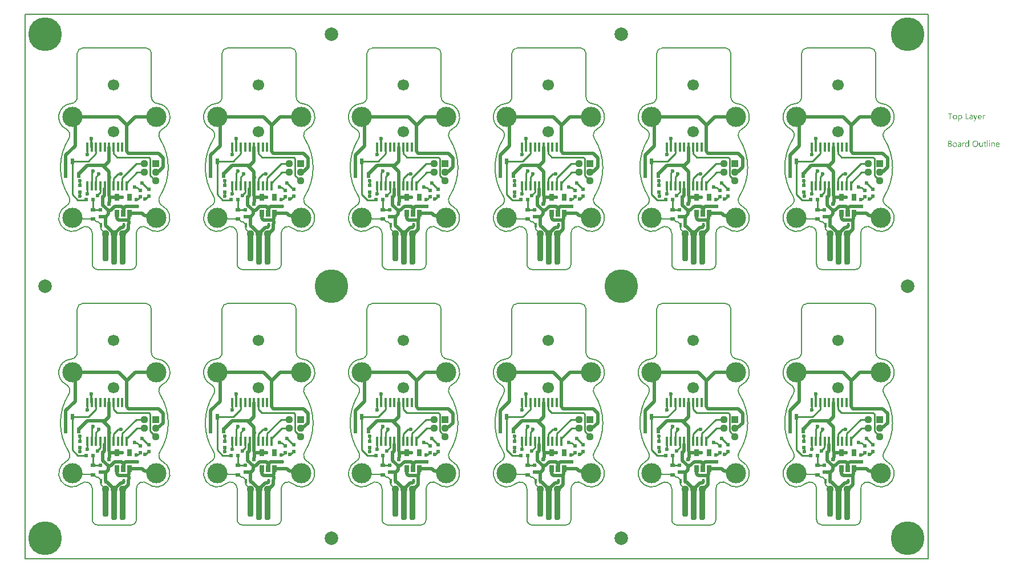
<source format=gtl>
G04*
G04 #@! TF.GenerationSoftware,Altium Limited,Altium Designer,21.8.1 (53)*
G04*
G04 Layer_Physical_Order=1*
G04 Layer_Color=255*
%FSAX25Y25*%
%MOIN*%
G70*
G04*
G04 #@! TF.SameCoordinates,360D38BB-5A27-4593-86B5-486E9D4ED2DC*
G04*
G04*
G04 #@! TF.FilePolarity,Positive*
G04*
G01*
G75*
%ADD10C,0.07874*%
%ADD11R,0.02362X0.03543*%
%ADD12R,0.02756X0.03937*%
%ADD13R,0.01575X0.05315*%
%ADD14R,0.02165X0.01968*%
G04:AMPARAMS|DCode=15|XSize=35.43mil|YSize=169.29mil|CornerRadius=13.82mil|HoleSize=0mil|Usage=FLASHONLY|Rotation=180.000|XOffset=0mil|YOffset=0mil|HoleType=Round|Shape=RoundedRectangle|*
%AMROUNDEDRECTD15*
21,1,0.03543,0.14165,0,0,180.0*
21,1,0.00780,0.16929,0,0,180.0*
1,1,0.02764,-0.00390,0.07083*
1,1,0.02764,0.00390,0.07083*
1,1,0.02764,0.00390,-0.07083*
1,1,0.02764,-0.00390,-0.07083*
%
%ADD15ROUNDEDRECTD15*%
G04:AMPARAMS|DCode=16|XSize=35.43mil|YSize=188.98mil|CornerRadius=13.82mil|HoleSize=0mil|Usage=FLASHONLY|Rotation=180.000|XOffset=0mil|YOffset=0mil|HoleType=Round|Shape=RoundedRectangle|*
%AMROUNDEDRECTD16*
21,1,0.03543,0.16134,0,0,180.0*
21,1,0.00780,0.18898,0,0,180.0*
1,1,0.02764,-0.00390,0.08067*
1,1,0.02764,0.00390,0.08067*
1,1,0.02764,0.00390,-0.08067*
1,1,0.02764,-0.00390,-0.08067*
%
%ADD16ROUNDEDRECTD16*%
%ADD17R,0.01575X0.02756*%
%ADD18R,0.03150X0.02362*%
%ADD19R,0.02165X0.01968*%
%ADD20R,0.01968X0.02165*%
%ADD21R,0.01968X0.02165*%
%ADD22C,0.00787*%
%ADD23C,0.00984*%
%ADD24C,0.01968*%
%ADD25C,0.01181*%
%ADD26C,0.00591*%
%ADD27C,0.19685*%
%ADD28C,0.06693*%
%ADD29C,0.11811*%
%ADD30C,0.04370*%
%ADD31R,0.04370X0.04370*%
%ADD32C,0.02362*%
G36*
X0526927Y0239769D02*
X0526971Y0239762D01*
X0527014Y0239756D01*
X0527125Y0239731D01*
X0527249Y0239694D01*
X0527373Y0239632D01*
X0527435Y0239595D01*
X0527497Y0239546D01*
X0527553Y0239496D01*
X0527608Y0239434D01*
X0527614Y0239428D01*
X0527621Y0239422D01*
X0527633Y0239397D01*
X0527652Y0239372D01*
X0527670Y0239341D01*
X0527695Y0239298D01*
X0527720Y0239249D01*
X0527744Y0239199D01*
X0527769Y0239137D01*
X0527794Y0239069D01*
X0527819Y0238995D01*
X0527837Y0238914D01*
X0527868Y0238735D01*
X0527881Y0238636D01*
Y0238531D01*
Y0238524D01*
Y0238506D01*
Y0238469D01*
X0527874Y0238425D01*
Y0238376D01*
X0527862Y0238314D01*
X0527856Y0238246D01*
X0527844Y0238172D01*
X0527806Y0238011D01*
X0527751Y0237843D01*
X0527713Y0237763D01*
X0527676Y0237683D01*
X0527627Y0237602D01*
X0527571Y0237528D01*
X0527565Y0237522D01*
X0527559Y0237509D01*
X0527540Y0237491D01*
X0527515Y0237472D01*
X0527484Y0237441D01*
X0527447Y0237410D01*
X0527404Y0237373D01*
X0527354Y0237342D01*
X0527299Y0237305D01*
X0527237Y0237268D01*
X0527088Y0237212D01*
X0527008Y0237187D01*
X0526927Y0237169D01*
X0526834Y0237156D01*
X0526735Y0237150D01*
X0526686D01*
X0526655Y0237156D01*
X0526612Y0237163D01*
X0526568Y0237175D01*
X0526457Y0237200D01*
X0526339Y0237249D01*
X0526271Y0237286D01*
X0526209Y0237323D01*
X0526147Y0237373D01*
X0526092Y0237429D01*
X0526030Y0237491D01*
X0525980Y0237565D01*
X0525968D01*
Y0236055D01*
X0525565D01*
Y0239719D01*
X0525968D01*
Y0239273D01*
X0525980D01*
X0525986Y0239280D01*
X0525993Y0239298D01*
X0526011Y0239323D01*
X0526036Y0239354D01*
X0526067Y0239391D01*
X0526104Y0239434D01*
X0526147Y0239478D01*
X0526203Y0239527D01*
X0526259Y0239570D01*
X0526321Y0239614D01*
X0526395Y0239657D01*
X0526469Y0239694D01*
X0526556Y0239731D01*
X0526649Y0239756D01*
X0526742Y0239769D01*
X0526847Y0239775D01*
X0526896D01*
X0526927Y0239769D01*
D02*
G37*
G36*
X0541041Y0239756D02*
X0541115Y0239750D01*
X0541158Y0239738D01*
X0541189Y0239725D01*
Y0239311D01*
X0541183Y0239317D01*
X0541171Y0239323D01*
X0541146Y0239335D01*
X0541115Y0239354D01*
X0541072Y0239366D01*
X0541016Y0239379D01*
X0540954Y0239385D01*
X0540886Y0239391D01*
X0540873D01*
X0540842Y0239385D01*
X0540793Y0239379D01*
X0540737Y0239360D01*
X0540663Y0239329D01*
X0540595Y0239286D01*
X0540521Y0239224D01*
X0540452Y0239143D01*
X0540446Y0239131D01*
X0540428Y0239100D01*
X0540397Y0239044D01*
X0540366Y0238970D01*
X0540335Y0238877D01*
X0540304Y0238760D01*
X0540285Y0238630D01*
X0540279Y0238481D01*
Y0237206D01*
X0539877D01*
Y0239719D01*
X0540279D01*
Y0239199D01*
X0540292D01*
Y0239205D01*
X0540298Y0239212D01*
X0540310Y0239242D01*
X0540329Y0239292D01*
X0540360Y0239354D01*
X0540391Y0239416D01*
X0540440Y0239484D01*
X0540490Y0239552D01*
X0540552Y0239614D01*
X0540558Y0239620D01*
X0540583Y0239639D01*
X0540620Y0239663D01*
X0540669Y0239688D01*
X0540725Y0239713D01*
X0540793Y0239738D01*
X0540867Y0239756D01*
X0540948Y0239762D01*
X0541003D01*
X0541041Y0239756D01*
D02*
G37*
G36*
X0535661Y0236804D02*
X0535655Y0236797D01*
X0535649Y0236773D01*
X0535631Y0236729D01*
X0535606Y0236680D01*
X0535575Y0236624D01*
X0535531Y0236556D01*
X0535488Y0236488D01*
X0535439Y0236414D01*
X0535377Y0236339D01*
X0535315Y0236271D01*
X0535241Y0236203D01*
X0535160Y0236147D01*
X0535080Y0236098D01*
X0534987Y0236055D01*
X0534894Y0236030D01*
X0534789Y0236024D01*
X0534733D01*
X0534696Y0236030D01*
X0534615Y0236042D01*
X0534529Y0236061D01*
Y0236420D01*
X0534535D01*
X0534553Y0236414D01*
X0534578Y0236407D01*
X0534609Y0236401D01*
X0534683Y0236383D01*
X0534764Y0236377D01*
X0534776D01*
X0534813Y0236383D01*
X0534869Y0236395D01*
X0534937Y0236420D01*
X0535011Y0236463D01*
X0535049Y0236494D01*
X0535086Y0236531D01*
X0535123Y0236568D01*
X0535160Y0236618D01*
X0535191Y0236674D01*
X0535222Y0236736D01*
X0535426Y0237206D01*
X0534442Y0239719D01*
X0534888D01*
X0535569Y0237782D01*
Y0237775D01*
X0535575Y0237763D01*
X0535581Y0237744D01*
X0535587Y0237720D01*
X0535593Y0237683D01*
X0535606Y0237645D01*
X0535618Y0237590D01*
X0535637D01*
Y0237602D01*
X0535649Y0237639D01*
X0535661Y0237695D01*
X0535686Y0237775D01*
X0536398Y0239719D01*
X0536813D01*
X0535661Y0236804D01*
D02*
G37*
G36*
X0533253Y0239769D02*
X0533309Y0239762D01*
X0533377Y0239744D01*
X0533452Y0239725D01*
X0533532Y0239694D01*
X0533619Y0239657D01*
X0533699Y0239608D01*
X0533780Y0239546D01*
X0533854Y0239472D01*
X0533922Y0239379D01*
X0533978Y0239273D01*
X0534021Y0239150D01*
X0534046Y0239007D01*
X0534058Y0238840D01*
Y0237206D01*
X0533656D01*
Y0237596D01*
X0533643D01*
Y0237590D01*
X0533631Y0237577D01*
X0533619Y0237553D01*
X0533594Y0237528D01*
X0533532Y0237454D01*
X0533452Y0237373D01*
X0533340Y0237293D01*
X0533210Y0237218D01*
X0533130Y0237193D01*
X0533049Y0237169D01*
X0532963Y0237156D01*
X0532870Y0237150D01*
X0532833D01*
X0532808Y0237156D01*
X0532740Y0237163D01*
X0532659Y0237175D01*
X0532560Y0237200D01*
X0532467Y0237231D01*
X0532368Y0237280D01*
X0532282Y0237342D01*
X0532275Y0237354D01*
X0532251Y0237379D01*
X0532214Y0237423D01*
X0532176Y0237485D01*
X0532139Y0237559D01*
X0532102Y0237645D01*
X0532077Y0237751D01*
X0532071Y0237868D01*
Y0237874D01*
Y0237899D01*
X0532077Y0237936D01*
X0532084Y0237980D01*
X0532096Y0238035D01*
X0532115Y0238097D01*
X0532139Y0238165D01*
X0532176Y0238233D01*
X0532220Y0238308D01*
X0532275Y0238382D01*
X0532344Y0238450D01*
X0532424Y0238512D01*
X0532517Y0238574D01*
X0532628Y0238623D01*
X0532752Y0238661D01*
X0532901Y0238691D01*
X0533656Y0238797D01*
Y0238803D01*
Y0238822D01*
X0533650Y0238859D01*
Y0238896D01*
X0533637Y0238945D01*
X0533631Y0239001D01*
X0533594Y0239119D01*
X0533563Y0239174D01*
X0533532Y0239230D01*
X0533489Y0239286D01*
X0533439Y0239335D01*
X0533377Y0239379D01*
X0533309Y0239409D01*
X0533229Y0239428D01*
X0533136Y0239434D01*
X0533093D01*
X0533062Y0239428D01*
X0533018D01*
X0532975Y0239416D01*
X0532864Y0239397D01*
X0532740Y0239360D01*
X0532604Y0239304D01*
X0532529Y0239267D01*
X0532461Y0239230D01*
X0532387Y0239180D01*
X0532319Y0239125D01*
Y0239540D01*
X0532325D01*
X0532337Y0239552D01*
X0532356Y0239564D01*
X0532387Y0239577D01*
X0532418Y0239595D01*
X0532461Y0239614D01*
X0532511Y0239632D01*
X0532566Y0239657D01*
X0532690Y0239701D01*
X0532839Y0239738D01*
X0533000Y0239762D01*
X0533173Y0239775D01*
X0533210D01*
X0533253Y0239769D01*
D02*
G37*
G36*
X0530363Y0237577D02*
X0531774D01*
Y0237206D01*
X0529948D01*
Y0240722D01*
X0530363D01*
Y0237577D01*
D02*
G37*
G36*
X0522124Y0240350D02*
X0521109D01*
Y0237206D01*
X0520700D01*
Y0240350D01*
X0519685D01*
Y0240722D01*
X0522124D01*
Y0240350D01*
D02*
G37*
G36*
X0538317Y0239769D02*
X0538360Y0239762D01*
X0538404Y0239756D01*
X0538515Y0239738D01*
X0538639Y0239694D01*
X0538763Y0239639D01*
X0538825Y0239601D01*
X0538886Y0239558D01*
X0538942Y0239509D01*
X0538998Y0239453D01*
X0539004Y0239447D01*
X0539010Y0239440D01*
X0539023Y0239422D01*
X0539041Y0239397D01*
X0539060Y0239360D01*
X0539084Y0239323D01*
X0539109Y0239280D01*
X0539134Y0239224D01*
X0539159Y0239162D01*
X0539184Y0239100D01*
X0539208Y0239026D01*
X0539227Y0238945D01*
X0539245Y0238859D01*
X0539258Y0238772D01*
X0539270Y0238673D01*
Y0238568D01*
Y0238357D01*
X0537494D01*
Y0238351D01*
Y0238339D01*
Y0238320D01*
X0537500Y0238289D01*
X0537506Y0238252D01*
Y0238215D01*
X0537525Y0238116D01*
X0537556Y0238017D01*
X0537593Y0237905D01*
X0537648Y0237800D01*
X0537716Y0237707D01*
X0537729Y0237695D01*
X0537754Y0237670D01*
X0537803Y0237639D01*
X0537871Y0237596D01*
X0537958Y0237553D01*
X0538057Y0237522D01*
X0538175Y0237497D01*
X0538311Y0237485D01*
X0538354D01*
X0538385Y0237491D01*
X0538422D01*
X0538465Y0237497D01*
X0538571Y0237522D01*
X0538688Y0237553D01*
X0538818Y0237602D01*
X0538954Y0237670D01*
X0539023Y0237714D01*
X0539091Y0237763D01*
Y0237385D01*
X0539084D01*
X0539078Y0237373D01*
X0539060Y0237367D01*
X0539029Y0237348D01*
X0538998Y0237330D01*
X0538961Y0237311D01*
X0538911Y0237293D01*
X0538862Y0237268D01*
X0538800Y0237243D01*
X0538732Y0237225D01*
X0538583Y0237187D01*
X0538410Y0237163D01*
X0538218Y0237150D01*
X0538168D01*
X0538131Y0237156D01*
X0538088Y0237163D01*
X0538032Y0237169D01*
X0537915Y0237193D01*
X0537778Y0237231D01*
X0537642Y0237293D01*
X0537574Y0237336D01*
X0537506Y0237379D01*
X0537444Y0237429D01*
X0537382Y0237491D01*
X0537376Y0237497D01*
X0537370Y0237509D01*
X0537358Y0237528D01*
X0537333Y0237553D01*
X0537314Y0237590D01*
X0537289Y0237633D01*
X0537258Y0237683D01*
X0537234Y0237738D01*
X0537203Y0237800D01*
X0537178Y0237874D01*
X0537147Y0237955D01*
X0537128Y0238042D01*
X0537110Y0238134D01*
X0537091Y0238233D01*
X0537085Y0238339D01*
X0537079Y0238450D01*
Y0238456D01*
Y0238475D01*
Y0238506D01*
X0537085Y0238549D01*
X0537091Y0238599D01*
X0537098Y0238654D01*
X0537104Y0238722D01*
X0537122Y0238790D01*
X0537159Y0238939D01*
X0537215Y0239100D01*
X0537252Y0239180D01*
X0537302Y0239255D01*
X0537351Y0239335D01*
X0537407Y0239403D01*
X0537413Y0239409D01*
X0537426Y0239422D01*
X0537444Y0239440D01*
X0537469Y0239459D01*
X0537500Y0239490D01*
X0537537Y0239521D01*
X0537586Y0239552D01*
X0537636Y0239589D01*
X0537754Y0239657D01*
X0537896Y0239719D01*
X0537977Y0239738D01*
X0538057Y0239756D01*
X0538144Y0239769D01*
X0538237Y0239775D01*
X0538286D01*
X0538317Y0239769D01*
D02*
G37*
G36*
X0523826D02*
X0523870Y0239762D01*
X0523925Y0239756D01*
X0524049Y0239731D01*
X0524191Y0239688D01*
X0524334Y0239626D01*
X0524408Y0239589D01*
X0524476Y0239546D01*
X0524544Y0239490D01*
X0524606Y0239428D01*
X0524612Y0239422D01*
X0524618Y0239409D01*
X0524637Y0239391D01*
X0524656Y0239366D01*
X0524680Y0239329D01*
X0524705Y0239286D01*
X0524736Y0239236D01*
X0524767Y0239180D01*
X0524792Y0239112D01*
X0524823Y0239044D01*
X0524848Y0238964D01*
X0524872Y0238877D01*
X0524891Y0238784D01*
X0524909Y0238685D01*
X0524916Y0238580D01*
X0524922Y0238469D01*
Y0238462D01*
Y0238444D01*
Y0238413D01*
X0524916Y0238370D01*
X0524909Y0238320D01*
X0524903Y0238258D01*
X0524891Y0238196D01*
X0524878Y0238122D01*
X0524841Y0237973D01*
X0524779Y0237812D01*
X0524742Y0237732D01*
X0524693Y0237652D01*
X0524643Y0237577D01*
X0524581Y0237509D01*
X0524575Y0237503D01*
X0524563Y0237497D01*
X0524544Y0237478D01*
X0524519Y0237454D01*
X0524482Y0237429D01*
X0524445Y0237398D01*
X0524396Y0237361D01*
X0524340Y0237330D01*
X0524278Y0237299D01*
X0524210Y0237262D01*
X0524136Y0237231D01*
X0524055Y0237206D01*
X0523969Y0237181D01*
X0523876Y0237169D01*
X0523777Y0237156D01*
X0523671Y0237150D01*
X0523616D01*
X0523579Y0237156D01*
X0523535Y0237163D01*
X0523480Y0237169D01*
X0523418Y0237181D01*
X0523350Y0237193D01*
X0523207Y0237237D01*
X0523059Y0237299D01*
X0522984Y0237336D01*
X0522916Y0237385D01*
X0522848Y0237435D01*
X0522780Y0237497D01*
X0522774Y0237503D01*
X0522768Y0237515D01*
X0522749Y0237534D01*
X0522730Y0237559D01*
X0522706Y0237596D01*
X0522675Y0237639D01*
X0522644Y0237689D01*
X0522619Y0237744D01*
X0522588Y0237812D01*
X0522557Y0237881D01*
X0522526Y0237955D01*
X0522502Y0238042D01*
X0522464Y0238227D01*
X0522458Y0238326D01*
X0522452Y0238432D01*
Y0238438D01*
Y0238462D01*
Y0238493D01*
X0522458Y0238537D01*
X0522464Y0238586D01*
X0522471Y0238648D01*
X0522483Y0238716D01*
X0522495Y0238790D01*
X0522532Y0238951D01*
X0522594Y0239112D01*
X0522638Y0239193D01*
X0522681Y0239273D01*
X0522730Y0239348D01*
X0522792Y0239416D01*
X0522799Y0239422D01*
X0522811Y0239434D01*
X0522830Y0239447D01*
X0522854Y0239472D01*
X0522891Y0239496D01*
X0522935Y0239527D01*
X0522984Y0239564D01*
X0523040Y0239595D01*
X0523102Y0239626D01*
X0523176Y0239663D01*
X0523250Y0239694D01*
X0523337Y0239719D01*
X0523424Y0239744D01*
X0523523Y0239762D01*
X0523628Y0239769D01*
X0523733Y0239775D01*
X0523789D01*
X0523826Y0239769D01*
D02*
G37*
G36*
X0543894Y0224783D02*
X0543919D01*
X0543975Y0224758D01*
X0544005Y0224740D01*
X0544036Y0224715D01*
X0544043Y0224709D01*
X0544049Y0224703D01*
X0544080Y0224666D01*
X0544105Y0224604D01*
X0544111Y0224567D01*
X0544117Y0224529D01*
Y0224523D01*
Y0224511D01*
X0544111Y0224492D01*
X0544105Y0224467D01*
X0544086Y0224406D01*
X0544061Y0224375D01*
X0544036Y0224344D01*
X0544030D01*
X0544024Y0224331D01*
X0543987Y0224307D01*
X0543931Y0224282D01*
X0543894Y0224276D01*
X0543857Y0224269D01*
X0543838D01*
X0543820Y0224276D01*
X0543795D01*
X0543733Y0224300D01*
X0543702Y0224313D01*
X0543671Y0224338D01*
Y0224344D01*
X0543659Y0224350D01*
X0543646Y0224368D01*
X0543634Y0224387D01*
X0543609Y0224449D01*
X0543603Y0224486D01*
X0543597Y0224529D01*
Y0224536D01*
Y0224548D01*
X0543603Y0224567D01*
X0543609Y0224598D01*
X0543628Y0224653D01*
X0543646Y0224684D01*
X0543671Y0224715D01*
X0543678Y0224721D01*
X0543684Y0224728D01*
X0543721Y0224752D01*
X0543783Y0224777D01*
X0543820Y0224789D01*
X0543876D01*
X0543894Y0224783D01*
D02*
G37*
G36*
X0531904Y0221119D02*
X0531502D01*
Y0221540D01*
X0531489D01*
Y0221533D01*
X0531477Y0221521D01*
X0531458Y0221496D01*
X0531440Y0221465D01*
X0531409Y0221428D01*
X0531372Y0221391D01*
X0531328Y0221348D01*
X0531279Y0221304D01*
X0531223Y0221255D01*
X0531155Y0221212D01*
X0531087Y0221174D01*
X0531006Y0221137D01*
X0530926Y0221106D01*
X0530833Y0221082D01*
X0530734Y0221069D01*
X0530629Y0221063D01*
X0530586D01*
X0530548Y0221069D01*
X0530511Y0221075D01*
X0530462Y0221082D01*
X0530357Y0221106D01*
X0530233Y0221144D01*
X0530109Y0221205D01*
X0530041Y0221242D01*
X0529985Y0221286D01*
X0529923Y0221341D01*
X0529868Y0221397D01*
Y0221403D01*
X0529855Y0221416D01*
X0529843Y0221434D01*
X0529824Y0221459D01*
X0529806Y0221490D01*
X0529781Y0221533D01*
X0529756Y0221583D01*
X0529731Y0221639D01*
X0529701Y0221701D01*
X0529676Y0221769D01*
X0529651Y0221843D01*
X0529632Y0221923D01*
X0529614Y0222010D01*
X0529601Y0222109D01*
X0529595Y0222208D01*
X0529589Y0222313D01*
Y0222320D01*
Y0222338D01*
Y0222375D01*
X0529595Y0222419D01*
X0529601Y0222468D01*
X0529608Y0222530D01*
X0529614Y0222598D01*
X0529626Y0222672D01*
X0529663Y0222833D01*
X0529719Y0223001D01*
X0529756Y0223081D01*
X0529800Y0223161D01*
X0529843Y0223236D01*
X0529899Y0223310D01*
X0529905Y0223316D01*
X0529911Y0223328D01*
X0529929Y0223347D01*
X0529954Y0223372D01*
X0529985Y0223397D01*
X0530028Y0223428D01*
X0530072Y0223465D01*
X0530121Y0223502D01*
X0530245Y0223570D01*
X0530387Y0223632D01*
X0530468Y0223650D01*
X0530555Y0223669D01*
X0530641Y0223681D01*
X0530740Y0223688D01*
X0530790D01*
X0530827Y0223681D01*
X0530864Y0223675D01*
X0530914Y0223669D01*
X0531025Y0223638D01*
X0531149Y0223588D01*
X0531211Y0223558D01*
X0531273Y0223514D01*
X0531335Y0223471D01*
X0531390Y0223415D01*
X0531440Y0223353D01*
X0531489Y0223279D01*
X0531502D01*
Y0224839D01*
X0531904D01*
Y0221119D01*
D02*
G37*
G36*
X0546172Y0223681D02*
X0546246Y0223675D01*
X0546339Y0223657D01*
X0546438Y0223626D01*
X0546543Y0223576D01*
X0546649Y0223508D01*
X0546692Y0223471D01*
X0546735Y0223421D01*
X0546748Y0223409D01*
X0546772Y0223372D01*
X0546803Y0223310D01*
X0546847Y0223223D01*
X0546884Y0223118D01*
X0546921Y0222988D01*
X0546946Y0222833D01*
X0546952Y0222654D01*
Y0221119D01*
X0546550D01*
Y0222549D01*
Y0222555D01*
Y0222586D01*
X0546543Y0222623D01*
Y0222672D01*
X0546531Y0222734D01*
X0546519Y0222802D01*
X0546500Y0222877D01*
X0546475Y0222951D01*
X0546444Y0223025D01*
X0546407Y0223093D01*
X0546358Y0223161D01*
X0546302Y0223223D01*
X0546240Y0223273D01*
X0546160Y0223310D01*
X0546073Y0223341D01*
X0545968Y0223347D01*
X0545955D01*
X0545918Y0223341D01*
X0545862Y0223335D01*
X0545794Y0223316D01*
X0545714Y0223291D01*
X0545627Y0223248D01*
X0545547Y0223192D01*
X0545466Y0223118D01*
X0545460Y0223106D01*
X0545435Y0223081D01*
X0545404Y0223031D01*
X0545367Y0222963D01*
X0545330Y0222883D01*
X0545299Y0222784D01*
X0545274Y0222672D01*
X0545268Y0222549D01*
Y0221119D01*
X0544866D01*
Y0223632D01*
X0545268D01*
Y0223211D01*
X0545281D01*
X0545287Y0223217D01*
X0545293Y0223230D01*
X0545312Y0223254D01*
X0545336Y0223285D01*
X0545361Y0223322D01*
X0545398Y0223359D01*
X0545442Y0223403D01*
X0545491Y0223452D01*
X0545547Y0223496D01*
X0545609Y0223539D01*
X0545677Y0223576D01*
X0545751Y0223613D01*
X0545825Y0223644D01*
X0545912Y0223669D01*
X0546005Y0223681D01*
X0546104Y0223688D01*
X0546141D01*
X0546172Y0223681D01*
D02*
G37*
G36*
X0529174Y0223669D02*
X0529249Y0223663D01*
X0529292Y0223650D01*
X0529323Y0223638D01*
Y0223223D01*
X0529317Y0223230D01*
X0529304Y0223236D01*
X0529280Y0223248D01*
X0529249Y0223267D01*
X0529205Y0223279D01*
X0529149Y0223291D01*
X0529088Y0223298D01*
X0529019Y0223304D01*
X0529007D01*
X0528976Y0223298D01*
X0528927Y0223291D01*
X0528871Y0223273D01*
X0528797Y0223242D01*
X0528729Y0223199D01*
X0528654Y0223137D01*
X0528586Y0223056D01*
X0528580Y0223044D01*
X0528561Y0223013D01*
X0528531Y0222957D01*
X0528500Y0222883D01*
X0528469Y0222790D01*
X0528438Y0222672D01*
X0528419Y0222542D01*
X0528413Y0222394D01*
Y0221119D01*
X0528011D01*
Y0223632D01*
X0528413D01*
Y0223112D01*
X0528425D01*
Y0223118D01*
X0528432Y0223124D01*
X0528444Y0223155D01*
X0528462Y0223205D01*
X0528493Y0223267D01*
X0528524Y0223328D01*
X0528574Y0223397D01*
X0528623Y0223465D01*
X0528685Y0223527D01*
X0528691Y0223533D01*
X0528716Y0223551D01*
X0528753Y0223576D01*
X0528803Y0223601D01*
X0528859Y0223626D01*
X0528927Y0223650D01*
X0529001Y0223669D01*
X0529081Y0223675D01*
X0529137D01*
X0529174Y0223669D01*
D02*
G37*
G36*
X0539914Y0221119D02*
X0539512D01*
Y0221515D01*
X0539499D01*
Y0221509D01*
X0539487Y0221496D01*
X0539474Y0221472D01*
X0539450Y0221447D01*
X0539394Y0221373D01*
X0539307Y0221292D01*
X0539258Y0221249D01*
X0539202Y0221205D01*
X0539140Y0221168D01*
X0539066Y0221131D01*
X0538992Y0221106D01*
X0538911Y0221082D01*
X0538818Y0221069D01*
X0538726Y0221063D01*
X0538688D01*
X0538645Y0221069D01*
X0538583Y0221082D01*
X0538515Y0221094D01*
X0538441Y0221119D01*
X0538360Y0221150D01*
X0538280Y0221199D01*
X0538193Y0221255D01*
X0538113Y0221323D01*
X0538038Y0221410D01*
X0537970Y0221515D01*
X0537908Y0221633D01*
X0537865Y0221775D01*
X0537840Y0221942D01*
X0537828Y0222029D01*
Y0222128D01*
Y0223632D01*
X0538224D01*
Y0222190D01*
Y0222183D01*
Y0222159D01*
X0538230Y0222115D01*
X0538237Y0222066D01*
X0538243Y0222004D01*
X0538255Y0221942D01*
X0538274Y0221868D01*
X0538298Y0221793D01*
X0538336Y0221719D01*
X0538373Y0221651D01*
X0538422Y0221583D01*
X0538484Y0221521D01*
X0538552Y0221472D01*
X0538633Y0221434D01*
X0538732Y0221403D01*
X0538837Y0221397D01*
X0538849D01*
X0538886Y0221403D01*
X0538942Y0221410D01*
X0539004Y0221422D01*
X0539084Y0221453D01*
X0539165Y0221490D01*
X0539245Y0221540D01*
X0539320Y0221614D01*
X0539326Y0221626D01*
X0539351Y0221651D01*
X0539382Y0221701D01*
X0539419Y0221769D01*
X0539450Y0221849D01*
X0539481Y0221948D01*
X0539505Y0222060D01*
X0539512Y0222183D01*
Y0223632D01*
X0539914D01*
Y0221119D01*
D02*
G37*
G36*
X0544049D02*
X0543646D01*
Y0223632D01*
X0544049D01*
Y0221119D01*
D02*
G37*
G36*
X0542829D02*
X0542427D01*
Y0224839D01*
X0542829D01*
Y0221119D01*
D02*
G37*
G36*
X0526451Y0223681D02*
X0526506Y0223675D01*
X0526575Y0223657D01*
X0526649Y0223638D01*
X0526729Y0223607D01*
X0526816Y0223570D01*
X0526896Y0223520D01*
X0526977Y0223459D01*
X0527051Y0223384D01*
X0527119Y0223291D01*
X0527175Y0223186D01*
X0527218Y0223062D01*
X0527243Y0222920D01*
X0527255Y0222753D01*
Y0221119D01*
X0526853D01*
Y0221509D01*
X0526841D01*
Y0221502D01*
X0526828Y0221490D01*
X0526816Y0221465D01*
X0526791Y0221441D01*
X0526729Y0221366D01*
X0526649Y0221286D01*
X0526537Y0221205D01*
X0526407Y0221131D01*
X0526327Y0221106D01*
X0526246Y0221082D01*
X0526160Y0221069D01*
X0526067Y0221063D01*
X0526030D01*
X0526005Y0221069D01*
X0525937Y0221075D01*
X0525856Y0221088D01*
X0525757Y0221112D01*
X0525665Y0221144D01*
X0525565Y0221193D01*
X0525479Y0221255D01*
X0525473Y0221267D01*
X0525448Y0221292D01*
X0525411Y0221335D01*
X0525374Y0221397D01*
X0525337Y0221472D01*
X0525299Y0221558D01*
X0525275Y0221663D01*
X0525268Y0221781D01*
Y0221787D01*
Y0221812D01*
X0525275Y0221849D01*
X0525281Y0221892D01*
X0525293Y0221948D01*
X0525312Y0222010D01*
X0525337Y0222078D01*
X0525374Y0222146D01*
X0525417Y0222220D01*
X0525473Y0222295D01*
X0525541Y0222363D01*
X0525621Y0222425D01*
X0525714Y0222487D01*
X0525826Y0222536D01*
X0525949Y0222573D01*
X0526098Y0222604D01*
X0526853Y0222709D01*
Y0222716D01*
Y0222734D01*
X0526847Y0222771D01*
Y0222809D01*
X0526834Y0222858D01*
X0526828Y0222914D01*
X0526791Y0223031D01*
X0526760Y0223087D01*
X0526729Y0223143D01*
X0526686Y0223199D01*
X0526636Y0223248D01*
X0526575Y0223291D01*
X0526506Y0223322D01*
X0526426Y0223341D01*
X0526333Y0223347D01*
X0526290D01*
X0526259Y0223341D01*
X0526216D01*
X0526172Y0223328D01*
X0526061Y0223310D01*
X0525937Y0223273D01*
X0525801Y0223217D01*
X0525727Y0223180D01*
X0525658Y0223143D01*
X0525584Y0223093D01*
X0525516Y0223038D01*
Y0223452D01*
X0525522D01*
X0525535Y0223465D01*
X0525553Y0223477D01*
X0525584Y0223489D01*
X0525615Y0223508D01*
X0525658Y0223527D01*
X0525708Y0223545D01*
X0525764Y0223570D01*
X0525887Y0223613D01*
X0526036Y0223650D01*
X0526197Y0223675D01*
X0526370Y0223688D01*
X0526407D01*
X0526451Y0223681D01*
D02*
G37*
G36*
X0520762Y0224628D02*
X0520805D01*
X0520849Y0224622D01*
X0520948Y0224610D01*
X0521065Y0224579D01*
X0521189Y0224542D01*
X0521307Y0224486D01*
X0521412Y0224412D01*
X0521418D01*
X0521424Y0224399D01*
X0521455Y0224375D01*
X0521499Y0224325D01*
X0521548Y0224257D01*
X0521592Y0224170D01*
X0521635Y0224071D01*
X0521666Y0223960D01*
X0521678Y0223898D01*
Y0223830D01*
Y0223824D01*
Y0223817D01*
Y0223780D01*
X0521672Y0223725D01*
X0521660Y0223657D01*
X0521641Y0223570D01*
X0521610Y0223483D01*
X0521573Y0223397D01*
X0521517Y0223310D01*
X0521511Y0223298D01*
X0521486Y0223273D01*
X0521449Y0223236D01*
X0521400Y0223186D01*
X0521338Y0223137D01*
X0521264Y0223081D01*
X0521171Y0223038D01*
X0521072Y0222994D01*
Y0222988D01*
X0521090D01*
X0521109Y0222982D01*
X0521127Y0222976D01*
X0521195Y0222963D01*
X0521276Y0222939D01*
X0521362Y0222901D01*
X0521455Y0222858D01*
X0521548Y0222796D01*
X0521635Y0222716D01*
X0521647Y0222703D01*
X0521672Y0222672D01*
X0521703Y0222629D01*
X0521746Y0222561D01*
X0521783Y0222474D01*
X0521821Y0222375D01*
X0521845Y0222258D01*
X0521851Y0222128D01*
Y0222122D01*
Y0222109D01*
Y0222084D01*
X0521845Y0222053D01*
X0521839Y0222016D01*
X0521833Y0221973D01*
X0521808Y0221868D01*
X0521771Y0221750D01*
X0521715Y0221626D01*
X0521678Y0221571D01*
X0521635Y0221509D01*
X0521579Y0221453D01*
X0521524Y0221397D01*
X0521517D01*
X0521511Y0221385D01*
X0521492Y0221373D01*
X0521468Y0221354D01*
X0521437Y0221335D01*
X0521393Y0221311D01*
X0521301Y0221261D01*
X0521183Y0221205D01*
X0521047Y0221162D01*
X0520886Y0221131D01*
X0520805Y0221125D01*
X0520713Y0221119D01*
X0519685D01*
Y0224635D01*
X0520731D01*
X0520762Y0224628D01*
D02*
G37*
G36*
X0541257Y0223632D02*
X0541895D01*
Y0223285D01*
X0541257D01*
Y0221868D01*
Y0221855D01*
Y0221824D01*
X0541263Y0221781D01*
X0541270Y0221725D01*
X0541294Y0221608D01*
X0541313Y0221552D01*
X0541344Y0221509D01*
X0541350Y0221502D01*
X0541362Y0221490D01*
X0541381Y0221478D01*
X0541412Y0221459D01*
X0541449Y0221434D01*
X0541499Y0221422D01*
X0541561Y0221410D01*
X0541629Y0221403D01*
X0541653D01*
X0541684Y0221410D01*
X0541721Y0221416D01*
X0541808Y0221441D01*
X0541851Y0221459D01*
X0541895Y0221484D01*
Y0221137D01*
X0541889D01*
X0541870Y0221125D01*
X0541839Y0221119D01*
X0541796Y0221106D01*
X0541740Y0221094D01*
X0541678Y0221082D01*
X0541604Y0221075D01*
X0541517Y0221069D01*
X0541486D01*
X0541455Y0221075D01*
X0541412Y0221082D01*
X0541362Y0221094D01*
X0541307Y0221106D01*
X0541251Y0221131D01*
X0541189Y0221162D01*
X0541127Y0221199D01*
X0541065Y0221249D01*
X0541010Y0221304D01*
X0540960Y0221379D01*
X0540917Y0221459D01*
X0540886Y0221558D01*
X0540861Y0221670D01*
X0540855Y0221800D01*
Y0223285D01*
X0540428D01*
Y0223632D01*
X0540855D01*
Y0224245D01*
X0541257Y0224375D01*
Y0223632D01*
D02*
G37*
G36*
X0548784Y0223681D02*
X0548828Y0223675D01*
X0548871Y0223669D01*
X0548982Y0223650D01*
X0549106Y0223607D01*
X0549230Y0223551D01*
X0549292Y0223514D01*
X0549354Y0223471D01*
X0549409Y0223421D01*
X0549465Y0223366D01*
X0549471Y0223359D01*
X0549477Y0223353D01*
X0549490Y0223335D01*
X0549508Y0223310D01*
X0549527Y0223273D01*
X0549552Y0223236D01*
X0549577Y0223192D01*
X0549601Y0223137D01*
X0549626Y0223075D01*
X0549651Y0223013D01*
X0549676Y0222939D01*
X0549694Y0222858D01*
X0549713Y0222771D01*
X0549725Y0222685D01*
X0549738Y0222586D01*
Y0222481D01*
Y0222270D01*
X0547961D01*
Y0222264D01*
Y0222252D01*
Y0222233D01*
X0547967Y0222202D01*
X0547973Y0222165D01*
Y0222128D01*
X0547992Y0222029D01*
X0548023Y0221930D01*
X0548060Y0221818D01*
X0548116Y0221713D01*
X0548184Y0221620D01*
X0548196Y0221608D01*
X0548221Y0221583D01*
X0548270Y0221552D01*
X0548339Y0221509D01*
X0548425Y0221465D01*
X0548524Y0221434D01*
X0548642Y0221410D01*
X0548778Y0221397D01*
X0548821D01*
X0548852Y0221403D01*
X0548889D01*
X0548933Y0221410D01*
X0549038Y0221434D01*
X0549156Y0221465D01*
X0549286Y0221515D01*
X0549422Y0221583D01*
X0549490Y0221626D01*
X0549558Y0221676D01*
Y0221298D01*
X0549552D01*
X0549546Y0221286D01*
X0549527Y0221280D01*
X0549496Y0221261D01*
X0549465Y0221242D01*
X0549428Y0221224D01*
X0549378Y0221205D01*
X0549329Y0221181D01*
X0549267Y0221156D01*
X0549199Y0221137D01*
X0549050Y0221100D01*
X0548877Y0221075D01*
X0548685Y0221063D01*
X0548636D01*
X0548598Y0221069D01*
X0548555Y0221075D01*
X0548499Y0221082D01*
X0548382Y0221106D01*
X0548246Y0221144D01*
X0548109Y0221205D01*
X0548041Y0221249D01*
X0547973Y0221292D01*
X0547911Y0221341D01*
X0547850Y0221403D01*
X0547843Y0221410D01*
X0547837Y0221422D01*
X0547825Y0221441D01*
X0547800Y0221465D01*
X0547781Y0221502D01*
X0547757Y0221546D01*
X0547726Y0221595D01*
X0547701Y0221651D01*
X0547670Y0221713D01*
X0547645Y0221787D01*
X0547614Y0221868D01*
X0547596Y0221954D01*
X0547577Y0222047D01*
X0547559Y0222146D01*
X0547552Y0222252D01*
X0547546Y0222363D01*
Y0222369D01*
Y0222388D01*
Y0222419D01*
X0547552Y0222462D01*
X0547559Y0222512D01*
X0547565Y0222567D01*
X0547571Y0222635D01*
X0547589Y0222703D01*
X0547627Y0222852D01*
X0547682Y0223013D01*
X0547719Y0223093D01*
X0547769Y0223168D01*
X0547819Y0223248D01*
X0547874Y0223316D01*
X0547881Y0223322D01*
X0547893Y0223335D01*
X0547911Y0223353D01*
X0547936Y0223372D01*
X0547967Y0223403D01*
X0548004Y0223434D01*
X0548054Y0223465D01*
X0548103Y0223502D01*
X0548221Y0223570D01*
X0548363Y0223632D01*
X0548444Y0223650D01*
X0548524Y0223669D01*
X0548611Y0223681D01*
X0548704Y0223688D01*
X0548753D01*
X0548784Y0223681D01*
D02*
G37*
G36*
X0535742Y0224690D02*
X0535804Y0224684D01*
X0535878Y0224672D01*
X0535958Y0224653D01*
X0536045Y0224635D01*
X0536132Y0224610D01*
X0536231Y0224579D01*
X0536324Y0224536D01*
X0536423Y0224486D01*
X0536522Y0224430D01*
X0536615Y0224362D01*
X0536707Y0224288D01*
X0536794Y0224201D01*
X0536800Y0224195D01*
X0536813Y0224177D01*
X0536837Y0224152D01*
X0536862Y0224115D01*
X0536899Y0224065D01*
X0536937Y0224003D01*
X0536974Y0223935D01*
X0537017Y0223861D01*
X0537060Y0223768D01*
X0537098Y0223675D01*
X0537135Y0223570D01*
X0537172Y0223452D01*
X0537196Y0223335D01*
X0537221Y0223205D01*
X0537234Y0223062D01*
X0537240Y0222920D01*
Y0222908D01*
Y0222883D01*
Y0222839D01*
X0537234Y0222778D01*
X0537227Y0222703D01*
X0537215Y0222623D01*
X0537203Y0222530D01*
X0537184Y0222425D01*
X0537159Y0222320D01*
X0537128Y0222208D01*
X0537091Y0222097D01*
X0537048Y0221985D01*
X0536992Y0221868D01*
X0536930Y0221762D01*
X0536862Y0221657D01*
X0536782Y0221558D01*
X0536776Y0221552D01*
X0536763Y0221540D01*
X0536732Y0221515D01*
X0536701Y0221484D01*
X0536652Y0221441D01*
X0536596Y0221403D01*
X0536534Y0221354D01*
X0536460Y0221311D01*
X0536379Y0221267D01*
X0536287Y0221218D01*
X0536188Y0221181D01*
X0536076Y0221144D01*
X0535958Y0221106D01*
X0535835Y0221082D01*
X0535705Y0221069D01*
X0535562Y0221063D01*
X0535531D01*
X0535488Y0221069D01*
X0535439D01*
X0535377Y0221075D01*
X0535302Y0221088D01*
X0535222Y0221106D01*
X0535129Y0221125D01*
X0535036Y0221150D01*
X0534937Y0221181D01*
X0534838Y0221224D01*
X0534739Y0221267D01*
X0534640Y0221323D01*
X0534541Y0221391D01*
X0534448Y0221465D01*
X0534362Y0221552D01*
X0534355Y0221558D01*
X0534343Y0221577D01*
X0534318Y0221602D01*
X0534293Y0221639D01*
X0534256Y0221688D01*
X0534219Y0221750D01*
X0534182Y0221818D01*
X0534139Y0221899D01*
X0534095Y0221985D01*
X0534058Y0222078D01*
X0534021Y0222183D01*
X0533984Y0222301D01*
X0533959Y0222419D01*
X0533934Y0222549D01*
X0533922Y0222691D01*
X0533916Y0222833D01*
Y0222846D01*
Y0222870D01*
X0533922Y0222914D01*
Y0222976D01*
X0533928Y0223044D01*
X0533941Y0223130D01*
X0533953Y0223223D01*
X0533972Y0223322D01*
X0533996Y0223428D01*
X0534027Y0223539D01*
X0534064Y0223650D01*
X0534108Y0223762D01*
X0534163Y0223873D01*
X0534225Y0223985D01*
X0534293Y0224090D01*
X0534374Y0224189D01*
X0534380Y0224195D01*
X0534392Y0224214D01*
X0534423Y0224238D01*
X0534461Y0224269D01*
X0534504Y0224307D01*
X0534560Y0224350D01*
X0534628Y0224393D01*
X0534702Y0224443D01*
X0534789Y0224492D01*
X0534881Y0224536D01*
X0534980Y0224579D01*
X0535092Y0224616D01*
X0535216Y0224647D01*
X0535346Y0224678D01*
X0535482Y0224690D01*
X0535624Y0224696D01*
X0535692D01*
X0535742Y0224690D01*
D02*
G37*
G36*
X0523715Y0223681D02*
X0523758Y0223675D01*
X0523814Y0223669D01*
X0523938Y0223644D01*
X0524080Y0223601D01*
X0524222Y0223539D01*
X0524297Y0223502D01*
X0524365Y0223459D01*
X0524433Y0223403D01*
X0524495Y0223341D01*
X0524501Y0223335D01*
X0524507Y0223322D01*
X0524526Y0223304D01*
X0524544Y0223279D01*
X0524569Y0223242D01*
X0524594Y0223199D01*
X0524625Y0223149D01*
X0524656Y0223093D01*
X0524680Y0223025D01*
X0524711Y0222957D01*
X0524736Y0222877D01*
X0524761Y0222790D01*
X0524779Y0222697D01*
X0524798Y0222598D01*
X0524804Y0222493D01*
X0524810Y0222381D01*
Y0222375D01*
Y0222357D01*
Y0222326D01*
X0524804Y0222282D01*
X0524798Y0222233D01*
X0524792Y0222171D01*
X0524779Y0222109D01*
X0524767Y0222035D01*
X0524730Y0221886D01*
X0524668Y0221725D01*
X0524631Y0221645D01*
X0524581Y0221564D01*
X0524532Y0221490D01*
X0524470Y0221422D01*
X0524464Y0221416D01*
X0524451Y0221410D01*
X0524433Y0221391D01*
X0524408Y0221366D01*
X0524371Y0221341D01*
X0524334Y0221311D01*
X0524284Y0221273D01*
X0524228Y0221242D01*
X0524167Y0221212D01*
X0524098Y0221174D01*
X0524024Y0221144D01*
X0523944Y0221119D01*
X0523857Y0221094D01*
X0523764Y0221082D01*
X0523665Y0221069D01*
X0523560Y0221063D01*
X0523504D01*
X0523467Y0221069D01*
X0523424Y0221075D01*
X0523368Y0221082D01*
X0523306Y0221094D01*
X0523238Y0221106D01*
X0523096Y0221150D01*
X0522947Y0221212D01*
X0522873Y0221249D01*
X0522805Y0221298D01*
X0522737Y0221348D01*
X0522669Y0221410D01*
X0522662Y0221416D01*
X0522656Y0221428D01*
X0522638Y0221447D01*
X0522619Y0221472D01*
X0522594Y0221509D01*
X0522563Y0221552D01*
X0522532Y0221602D01*
X0522508Y0221657D01*
X0522477Y0221725D01*
X0522446Y0221793D01*
X0522415Y0221868D01*
X0522390Y0221954D01*
X0522353Y0222140D01*
X0522347Y0222239D01*
X0522340Y0222344D01*
Y0222351D01*
Y0222375D01*
Y0222406D01*
X0522347Y0222449D01*
X0522353Y0222499D01*
X0522359Y0222561D01*
X0522371Y0222629D01*
X0522384Y0222703D01*
X0522421Y0222864D01*
X0522483Y0223025D01*
X0522526Y0223106D01*
X0522570Y0223186D01*
X0522619Y0223260D01*
X0522681Y0223328D01*
X0522687Y0223335D01*
X0522700Y0223347D01*
X0522718Y0223359D01*
X0522743Y0223384D01*
X0522780Y0223409D01*
X0522823Y0223440D01*
X0522873Y0223477D01*
X0522929Y0223508D01*
X0522991Y0223539D01*
X0523065Y0223576D01*
X0523139Y0223607D01*
X0523226Y0223632D01*
X0523312Y0223657D01*
X0523411Y0223675D01*
X0523517Y0223681D01*
X0523622Y0223688D01*
X0523678D01*
X0523715Y0223681D01*
D02*
G37*
%LPC*%
G36*
X0526748Y0239434D02*
X0526717D01*
X0526692Y0239428D01*
X0526624Y0239422D01*
X0526544Y0239403D01*
X0526457Y0239372D01*
X0526358Y0239329D01*
X0526265Y0239267D01*
X0526178Y0239187D01*
X0526172Y0239174D01*
X0526147Y0239143D01*
X0526110Y0239094D01*
X0526073Y0239020D01*
X0526036Y0238933D01*
X0525999Y0238828D01*
X0525974Y0238710D01*
X0525968Y0238580D01*
Y0238227D01*
Y0238221D01*
Y0238215D01*
X0525974Y0238178D01*
X0525980Y0238116D01*
X0525993Y0238048D01*
X0526017Y0237961D01*
X0526054Y0237874D01*
X0526104Y0237788D01*
X0526172Y0237701D01*
X0526185Y0237695D01*
X0526209Y0237670D01*
X0526253Y0237633D01*
X0526314Y0237596D01*
X0526389Y0237553D01*
X0526475Y0237522D01*
X0526575Y0237497D01*
X0526686Y0237485D01*
X0526723D01*
X0526748Y0237491D01*
X0526810Y0237497D01*
X0526896Y0237522D01*
X0526983Y0237553D01*
X0527082Y0237602D01*
X0527175Y0237670D01*
X0527218Y0237714D01*
X0527255Y0237763D01*
Y0237769D01*
X0527262Y0237775D01*
X0527274Y0237794D01*
X0527286Y0237812D01*
X0527305Y0237843D01*
X0527323Y0237881D01*
X0527361Y0237967D01*
X0527398Y0238079D01*
X0527435Y0238209D01*
X0527460Y0238363D01*
X0527466Y0238543D01*
Y0238549D01*
Y0238562D01*
Y0238580D01*
Y0238611D01*
X0527460Y0238648D01*
X0527454Y0238685D01*
X0527441Y0238778D01*
X0527416Y0238883D01*
X0527385Y0238995D01*
X0527336Y0239100D01*
X0527274Y0239193D01*
X0527268Y0239205D01*
X0527237Y0239230D01*
X0527193Y0239267D01*
X0527138Y0239317D01*
X0527064Y0239360D01*
X0526971Y0239397D01*
X0526865Y0239422D01*
X0526748Y0239434D01*
D02*
G37*
G36*
X0533656Y0238475D02*
X0533049Y0238388D01*
X0533037D01*
X0533006Y0238382D01*
X0532956Y0238370D01*
X0532895Y0238357D01*
X0532826Y0238339D01*
X0532752Y0238314D01*
X0532690Y0238289D01*
X0532628Y0238252D01*
X0532622Y0238246D01*
X0532604Y0238233D01*
X0532585Y0238209D01*
X0532560Y0238172D01*
X0532529Y0238122D01*
X0532511Y0238060D01*
X0532492Y0237986D01*
X0532486Y0237899D01*
Y0237893D01*
Y0237868D01*
X0532492Y0237837D01*
X0532505Y0237794D01*
X0532517Y0237744D01*
X0532542Y0237695D01*
X0532573Y0237645D01*
X0532616Y0237596D01*
X0532622Y0237590D01*
X0532641Y0237577D01*
X0532672Y0237559D01*
X0532709Y0237540D01*
X0532758Y0237522D01*
X0532820Y0237503D01*
X0532888Y0237491D01*
X0532969Y0237485D01*
X0532981D01*
X0533018Y0237491D01*
X0533074Y0237497D01*
X0533142Y0237509D01*
X0533216Y0237534D01*
X0533303Y0237571D01*
X0533384Y0237627D01*
X0533458Y0237695D01*
X0533464Y0237707D01*
X0533489Y0237732D01*
X0533520Y0237775D01*
X0533557Y0237837D01*
X0533594Y0237918D01*
X0533625Y0238004D01*
X0533650Y0238110D01*
X0533656Y0238221D01*
Y0238475D01*
D02*
G37*
G36*
X0538230Y0239434D02*
X0538181D01*
X0538131Y0239422D01*
X0538063Y0239409D01*
X0537989Y0239385D01*
X0537902Y0239348D01*
X0537822Y0239298D01*
X0537741Y0239230D01*
X0537735Y0239224D01*
X0537710Y0239193D01*
X0537679Y0239150D01*
X0537636Y0239088D01*
X0537593Y0239013D01*
X0537556Y0238920D01*
X0537525Y0238815D01*
X0537500Y0238698D01*
X0538856D01*
Y0238704D01*
Y0238716D01*
Y0238729D01*
Y0238753D01*
X0538849Y0238822D01*
X0538837Y0238896D01*
X0538812Y0238989D01*
X0538787Y0239075D01*
X0538744Y0239162D01*
X0538688Y0239242D01*
X0538682Y0239249D01*
X0538657Y0239273D01*
X0538620Y0239304D01*
X0538571Y0239341D01*
X0538503Y0239372D01*
X0538422Y0239403D01*
X0538336Y0239428D01*
X0538230Y0239434D01*
D02*
G37*
G36*
X0523702D02*
X0523665D01*
X0523640Y0239428D01*
X0523566Y0239422D01*
X0523480Y0239403D01*
X0523381Y0239372D01*
X0523275Y0239323D01*
X0523176Y0239255D01*
X0523127Y0239218D01*
X0523083Y0239168D01*
X0523071Y0239156D01*
X0523046Y0239119D01*
X0523015Y0239063D01*
X0522972Y0238982D01*
X0522929Y0238877D01*
X0522898Y0238753D01*
X0522873Y0238611D01*
X0522860Y0238444D01*
Y0238438D01*
Y0238425D01*
Y0238401D01*
X0522867Y0238370D01*
Y0238333D01*
X0522873Y0238289D01*
X0522891Y0238190D01*
X0522916Y0238079D01*
X0522960Y0237961D01*
X0523015Y0237843D01*
X0523090Y0237738D01*
X0523102Y0237726D01*
X0523133Y0237701D01*
X0523182Y0237658D01*
X0523250Y0237614D01*
X0523337Y0237565D01*
X0523442Y0237522D01*
X0523566Y0237497D01*
X0523702Y0237485D01*
X0523739D01*
X0523764Y0237491D01*
X0523839Y0237497D01*
X0523925Y0237515D01*
X0524018Y0237546D01*
X0524123Y0237590D01*
X0524216Y0237652D01*
X0524303Y0237732D01*
X0524309Y0237744D01*
X0524334Y0237782D01*
X0524371Y0237837D01*
X0524408Y0237918D01*
X0524445Y0238023D01*
X0524482Y0238147D01*
X0524507Y0238289D01*
X0524513Y0238456D01*
Y0238462D01*
Y0238475D01*
Y0238500D01*
Y0238537D01*
X0524507Y0238574D01*
X0524501Y0238617D01*
X0524488Y0238722D01*
X0524464Y0238840D01*
X0524427Y0238958D01*
X0524371Y0239075D01*
X0524303Y0239180D01*
X0524290Y0239193D01*
X0524266Y0239218D01*
X0524216Y0239261D01*
X0524148Y0239311D01*
X0524061Y0239354D01*
X0523962Y0239397D01*
X0523839Y0239422D01*
X0523702Y0239434D01*
D02*
G37*
G36*
X0530790Y0223347D02*
X0530753D01*
X0530728Y0223341D01*
X0530660Y0223335D01*
X0530579Y0223316D01*
X0530487Y0223279D01*
X0530387Y0223230D01*
X0530295Y0223168D01*
X0530251Y0223124D01*
X0530208Y0223075D01*
X0530202Y0223062D01*
X0530177Y0223025D01*
X0530140Y0222963D01*
X0530103Y0222883D01*
X0530066Y0222778D01*
X0530028Y0222648D01*
X0530004Y0222499D01*
X0529998Y0222332D01*
Y0222326D01*
Y0222313D01*
Y0222289D01*
X0530004Y0222258D01*
Y0222227D01*
X0530010Y0222183D01*
X0530022Y0222084D01*
X0530047Y0221973D01*
X0530084Y0221862D01*
X0530134Y0221750D01*
X0530202Y0221645D01*
X0530214Y0221633D01*
X0530239Y0221608D01*
X0530282Y0221564D01*
X0530344Y0221521D01*
X0530425Y0221478D01*
X0530517Y0221434D01*
X0530623Y0221410D01*
X0530747Y0221397D01*
X0530778D01*
X0530802Y0221403D01*
X0530864Y0221410D01*
X0530938Y0221428D01*
X0531025Y0221459D01*
X0531118Y0221496D01*
X0531205Y0221558D01*
X0531291Y0221639D01*
X0531297Y0221651D01*
X0531322Y0221682D01*
X0531359Y0221738D01*
X0531396Y0221806D01*
X0531434Y0221892D01*
X0531471Y0221998D01*
X0531496Y0222122D01*
X0531502Y0222252D01*
Y0222623D01*
Y0222629D01*
Y0222635D01*
Y0222672D01*
X0531489Y0222728D01*
X0531477Y0222802D01*
X0531452Y0222883D01*
X0531415Y0222970D01*
X0531366Y0223056D01*
X0531297Y0223137D01*
X0531291Y0223143D01*
X0531260Y0223168D01*
X0531217Y0223205D01*
X0531161Y0223242D01*
X0531087Y0223279D01*
X0531000Y0223316D01*
X0530901Y0223341D01*
X0530790Y0223347D01*
D02*
G37*
G36*
X0526853Y0222388D02*
X0526246Y0222301D01*
X0526234D01*
X0526203Y0222295D01*
X0526154Y0222282D01*
X0526092Y0222270D01*
X0526024Y0222252D01*
X0525949Y0222227D01*
X0525887Y0222202D01*
X0525826Y0222165D01*
X0525819Y0222159D01*
X0525801Y0222146D01*
X0525782Y0222122D01*
X0525757Y0222084D01*
X0525727Y0222035D01*
X0525708Y0221973D01*
X0525689Y0221899D01*
X0525683Y0221812D01*
Y0221806D01*
Y0221781D01*
X0525689Y0221750D01*
X0525702Y0221707D01*
X0525714Y0221657D01*
X0525739Y0221608D01*
X0525770Y0221558D01*
X0525813Y0221509D01*
X0525819Y0221502D01*
X0525838Y0221490D01*
X0525869Y0221472D01*
X0525906Y0221453D01*
X0525955Y0221434D01*
X0526017Y0221416D01*
X0526086Y0221403D01*
X0526166Y0221397D01*
X0526178D01*
X0526216Y0221403D01*
X0526271Y0221410D01*
X0526339Y0221422D01*
X0526414Y0221447D01*
X0526500Y0221484D01*
X0526581Y0221540D01*
X0526655Y0221608D01*
X0526661Y0221620D01*
X0526686Y0221645D01*
X0526717Y0221688D01*
X0526754Y0221750D01*
X0526791Y0221831D01*
X0526822Y0221917D01*
X0526847Y0222022D01*
X0526853Y0222134D01*
Y0222388D01*
D02*
G37*
G36*
X0520570Y0224263D02*
X0520100D01*
Y0223124D01*
X0520576D01*
X0520638Y0223130D01*
X0520713Y0223143D01*
X0520799Y0223161D01*
X0520892Y0223192D01*
X0520972Y0223230D01*
X0521053Y0223285D01*
X0521059Y0223291D01*
X0521084Y0223316D01*
X0521115Y0223353D01*
X0521152Y0223409D01*
X0521183Y0223471D01*
X0521214Y0223551D01*
X0521239Y0223644D01*
X0521245Y0223749D01*
Y0223756D01*
Y0223774D01*
X0521239Y0223799D01*
X0521233Y0223830D01*
X0521208Y0223910D01*
X0521189Y0223960D01*
X0521158Y0224009D01*
X0521127Y0224053D01*
X0521078Y0224102D01*
X0521028Y0224146D01*
X0520960Y0224183D01*
X0520886Y0224214D01*
X0520793Y0224238D01*
X0520688Y0224257D01*
X0520570Y0224263D01*
D02*
G37*
G36*
Y0222753D02*
X0520100D01*
Y0221490D01*
X0520719D01*
X0520781Y0221496D01*
X0520867Y0221509D01*
X0520954Y0221533D01*
X0521047Y0221558D01*
X0521140Y0221602D01*
X0521220Y0221657D01*
X0521226Y0221663D01*
X0521251Y0221688D01*
X0521282Y0221725D01*
X0521319Y0221781D01*
X0521356Y0221849D01*
X0521387Y0221930D01*
X0521412Y0222029D01*
X0521418Y0222134D01*
Y0222140D01*
Y0222159D01*
X0521412Y0222190D01*
X0521406Y0222233D01*
X0521393Y0222276D01*
X0521375Y0222332D01*
X0521350Y0222388D01*
X0521313Y0222443D01*
X0521270Y0222499D01*
X0521214Y0222555D01*
X0521146Y0222610D01*
X0521059Y0222654D01*
X0520966Y0222697D01*
X0520849Y0222728D01*
X0520719Y0222747D01*
X0520570Y0222753D01*
D02*
G37*
G36*
X0548698Y0223347D02*
X0548648D01*
X0548598Y0223335D01*
X0548530Y0223322D01*
X0548456Y0223298D01*
X0548370Y0223260D01*
X0548289Y0223211D01*
X0548209Y0223143D01*
X0548202Y0223137D01*
X0548178Y0223106D01*
X0548147Y0223062D01*
X0548103Y0223001D01*
X0548060Y0222926D01*
X0548023Y0222833D01*
X0547992Y0222728D01*
X0547967Y0222610D01*
X0549323D01*
Y0222617D01*
Y0222629D01*
Y0222641D01*
Y0222666D01*
X0549317Y0222734D01*
X0549304Y0222809D01*
X0549279Y0222901D01*
X0549255Y0222988D01*
X0549211Y0223075D01*
X0549156Y0223155D01*
X0549149Y0223161D01*
X0549125Y0223186D01*
X0549087Y0223217D01*
X0549038Y0223254D01*
X0548970Y0223285D01*
X0548889Y0223316D01*
X0548803Y0223341D01*
X0548698Y0223347D01*
D02*
G37*
G36*
X0535593Y0224319D02*
X0535538D01*
X0535500Y0224313D01*
X0535451Y0224307D01*
X0535401Y0224300D01*
X0535339Y0224288D01*
X0535272Y0224269D01*
X0535129Y0224220D01*
X0535055Y0224189D01*
X0534974Y0224152D01*
X0534900Y0224102D01*
X0534826Y0224047D01*
X0534758Y0223985D01*
X0534690Y0223917D01*
X0534683Y0223910D01*
X0534677Y0223898D01*
X0534659Y0223873D01*
X0534634Y0223842D01*
X0534609Y0223805D01*
X0534584Y0223756D01*
X0534553Y0223700D01*
X0534522Y0223638D01*
X0534485Y0223564D01*
X0534454Y0223489D01*
X0534430Y0223403D01*
X0534405Y0223310D01*
X0534380Y0223211D01*
X0534362Y0223099D01*
X0534355Y0222988D01*
X0534349Y0222870D01*
Y0222864D01*
Y0222839D01*
Y0222809D01*
X0534355Y0222765D01*
X0534362Y0222709D01*
X0534368Y0222641D01*
X0534380Y0222573D01*
X0534392Y0222499D01*
X0534430Y0222332D01*
X0534491Y0222152D01*
X0534529Y0222066D01*
X0534572Y0221985D01*
X0534628Y0221899D01*
X0534683Y0221824D01*
X0534690Y0221818D01*
X0534702Y0221806D01*
X0534721Y0221787D01*
X0534745Y0221762D01*
X0534776Y0221731D01*
X0534820Y0221701D01*
X0534869Y0221663D01*
X0534919Y0221626D01*
X0534980Y0221589D01*
X0535049Y0221552D01*
X0535197Y0221490D01*
X0535284Y0221465D01*
X0535370Y0221447D01*
X0535463Y0221434D01*
X0535562Y0221428D01*
X0535618D01*
X0535661Y0221434D01*
X0535705Y0221441D01*
X0535767Y0221447D01*
X0535828Y0221459D01*
X0535897Y0221478D01*
X0536039Y0221521D01*
X0536120Y0221552D01*
X0536194Y0221589D01*
X0536268Y0221633D01*
X0536342Y0221682D01*
X0536410Y0221738D01*
X0536479Y0221806D01*
X0536485Y0221812D01*
X0536491Y0221824D01*
X0536510Y0221843D01*
X0536528Y0221874D01*
X0536559Y0221917D01*
X0536584Y0221960D01*
X0536615Y0222016D01*
X0536646Y0222078D01*
X0536677Y0222152D01*
X0536707Y0222233D01*
X0536738Y0222320D01*
X0536763Y0222412D01*
X0536782Y0222512D01*
X0536800Y0222623D01*
X0536807Y0222741D01*
X0536813Y0222864D01*
Y0222870D01*
Y0222895D01*
Y0222932D01*
X0536807Y0222976D01*
X0536800Y0223038D01*
X0536794Y0223106D01*
X0536788Y0223180D01*
X0536769Y0223260D01*
X0536732Y0223428D01*
X0536677Y0223607D01*
X0536639Y0223694D01*
X0536596Y0223780D01*
X0536540Y0223861D01*
X0536485Y0223935D01*
X0536479Y0223941D01*
X0536472Y0223954D01*
X0536454Y0223972D01*
X0536423Y0223997D01*
X0536392Y0224022D01*
X0536355Y0224059D01*
X0536305Y0224090D01*
X0536256Y0224127D01*
X0536194Y0224164D01*
X0536126Y0224195D01*
X0536051Y0224232D01*
X0535971Y0224257D01*
X0535884Y0224282D01*
X0535798Y0224300D01*
X0535699Y0224313D01*
X0535593Y0224319D01*
D02*
G37*
G36*
X0523591Y0223347D02*
X0523554D01*
X0523529Y0223341D01*
X0523455Y0223335D01*
X0523368Y0223316D01*
X0523269Y0223285D01*
X0523164Y0223236D01*
X0523065Y0223168D01*
X0523015Y0223130D01*
X0522972Y0223081D01*
X0522960Y0223069D01*
X0522935Y0223031D01*
X0522904Y0222976D01*
X0522860Y0222895D01*
X0522817Y0222790D01*
X0522786Y0222666D01*
X0522761Y0222524D01*
X0522749Y0222357D01*
Y0222351D01*
Y0222338D01*
Y0222313D01*
X0522755Y0222282D01*
Y0222245D01*
X0522761Y0222202D01*
X0522780Y0222103D01*
X0522805Y0221991D01*
X0522848Y0221874D01*
X0522904Y0221756D01*
X0522978Y0221651D01*
X0522991Y0221639D01*
X0523021Y0221614D01*
X0523071Y0221571D01*
X0523139Y0221527D01*
X0523226Y0221478D01*
X0523331Y0221434D01*
X0523455Y0221410D01*
X0523591Y0221397D01*
X0523628D01*
X0523653Y0221403D01*
X0523727Y0221410D01*
X0523814Y0221428D01*
X0523907Y0221459D01*
X0524012Y0221502D01*
X0524105Y0221564D01*
X0524191Y0221645D01*
X0524197Y0221657D01*
X0524222Y0221694D01*
X0524259Y0221750D01*
X0524297Y0221831D01*
X0524334Y0221936D01*
X0524371Y0222060D01*
X0524396Y0222202D01*
X0524402Y0222369D01*
Y0222375D01*
Y0222388D01*
Y0222412D01*
Y0222449D01*
X0524396Y0222487D01*
X0524389Y0222530D01*
X0524377Y0222635D01*
X0524352Y0222753D01*
X0524315Y0222870D01*
X0524259Y0222988D01*
X0524191Y0223093D01*
X0524179Y0223106D01*
X0524154Y0223130D01*
X0524105Y0223174D01*
X0524037Y0223223D01*
X0523950Y0223267D01*
X0523851Y0223310D01*
X0523727Y0223335D01*
X0523591Y0223347D01*
D02*
G37*
%LPD*%
D10*
X0496063Y0139508D02*
D03*
X0159449Y-0007874D02*
D03*
X0328740D02*
D03*
Y0286850D02*
D03*
X0159449D02*
D03*
X-0007874Y0139508D02*
D03*
D11*
X0007874Y0063228D02*
D03*
X0011614Y0055354D02*
D03*
X0004134D02*
D03*
X0092520Y0063228D02*
D03*
X0096260Y0055354D02*
D03*
X0088780D02*
D03*
X0177165Y0063228D02*
D03*
X0180906Y0055354D02*
D03*
X0173425D02*
D03*
X0261811Y0063228D02*
D03*
X0265551Y0055354D02*
D03*
X0258071D02*
D03*
X0346457Y0063228D02*
D03*
X0350197Y0055354D02*
D03*
X0342717D02*
D03*
X0431103Y0063228D02*
D03*
X0434843Y0055354D02*
D03*
X0427362D02*
D03*
X0007874Y0212596D02*
D03*
X0011614Y0204722D02*
D03*
X0004134D02*
D03*
X0092520Y0212596D02*
D03*
X0096260Y0204722D02*
D03*
X0088780D02*
D03*
X0177165Y0212596D02*
D03*
X0180906Y0204722D02*
D03*
X0173425D02*
D03*
X0261811Y0212596D02*
D03*
X0265551Y0204722D02*
D03*
X0258071D02*
D03*
X0346457Y0212596D02*
D03*
X0350197Y0204722D02*
D03*
X0342717D02*
D03*
X0431103Y0212596D02*
D03*
X0434843Y0204722D02*
D03*
X0427362D02*
D03*
D12*
X0034005Y0042267D02*
D03*
X0041486D02*
D03*
Y0032818D02*
D03*
X0037745D02*
D03*
X0034005D02*
D03*
X0118651Y0042267D02*
D03*
X0126131D02*
D03*
Y0032818D02*
D03*
X0122391D02*
D03*
X0118651D02*
D03*
X0203297Y0042267D02*
D03*
X0210777D02*
D03*
Y0032818D02*
D03*
X0207037D02*
D03*
X0203297D02*
D03*
X0287942Y0042267D02*
D03*
X0295423D02*
D03*
Y0032818D02*
D03*
X0291683D02*
D03*
X0287942D02*
D03*
X0372588Y0042267D02*
D03*
X0380068D02*
D03*
Y0032818D02*
D03*
X0376328D02*
D03*
X0372588D02*
D03*
X0457234Y0042267D02*
D03*
X0464714D02*
D03*
Y0032818D02*
D03*
X0460974D02*
D03*
X0457234D02*
D03*
X0034005Y0191635D02*
D03*
X0041486D02*
D03*
Y0182187D02*
D03*
X0037745D02*
D03*
X0034005D02*
D03*
X0118651Y0191635D02*
D03*
X0126131D02*
D03*
Y0182187D02*
D03*
X0122391D02*
D03*
X0118651D02*
D03*
X0203297Y0191635D02*
D03*
X0210777D02*
D03*
Y0182187D02*
D03*
X0207037D02*
D03*
X0203297D02*
D03*
X0287942Y0191635D02*
D03*
X0295423D02*
D03*
Y0182187D02*
D03*
X0291683D02*
D03*
X0287942D02*
D03*
X0372588Y0191635D02*
D03*
X0380068D02*
D03*
Y0182187D02*
D03*
X0376328D02*
D03*
X0372588D02*
D03*
X0457234Y0191635D02*
D03*
X0464714D02*
D03*
Y0182187D02*
D03*
X0460974D02*
D03*
X0457234D02*
D03*
D13*
X0021752Y0048819D02*
D03*
X0031988D02*
D03*
X0021752Y0071457D02*
D03*
X0039665D02*
D03*
X0037106D02*
D03*
X0034547D02*
D03*
X0031988D02*
D03*
X0029429D02*
D03*
X0026870D02*
D03*
X0024311D02*
D03*
X0019193D02*
D03*
X0016634D02*
D03*
Y0048819D02*
D03*
X0019193D02*
D03*
X0024311D02*
D03*
X0026870D02*
D03*
X0029429D02*
D03*
X0034547D02*
D03*
X0037106D02*
D03*
X0039665D02*
D03*
X0106398D02*
D03*
X0116634D02*
D03*
X0106398Y0071457D02*
D03*
X0124311D02*
D03*
X0121752D02*
D03*
X0119193D02*
D03*
X0116634D02*
D03*
X0114075D02*
D03*
X0111516D02*
D03*
X0108957D02*
D03*
X0103839D02*
D03*
X0101280D02*
D03*
Y0048819D02*
D03*
X0103839D02*
D03*
X0108957D02*
D03*
X0111516D02*
D03*
X0114075D02*
D03*
X0119193D02*
D03*
X0121752D02*
D03*
X0124311D02*
D03*
X0191043D02*
D03*
X0201280D02*
D03*
X0191043Y0071457D02*
D03*
X0208957D02*
D03*
X0206398D02*
D03*
X0203839D02*
D03*
X0201280D02*
D03*
X0198721D02*
D03*
X0196161D02*
D03*
X0193602D02*
D03*
X0188484D02*
D03*
X0185925D02*
D03*
Y0048819D02*
D03*
X0188484D02*
D03*
X0193602D02*
D03*
X0196161D02*
D03*
X0198721D02*
D03*
X0203839D02*
D03*
X0206398D02*
D03*
X0208957D02*
D03*
X0275689D02*
D03*
X0285925D02*
D03*
X0275689Y0071457D02*
D03*
X0293602D02*
D03*
X0291043D02*
D03*
X0288484D02*
D03*
X0285925D02*
D03*
X0283366D02*
D03*
X0280807D02*
D03*
X0278248D02*
D03*
X0273130D02*
D03*
X0270571D02*
D03*
Y0048819D02*
D03*
X0273130D02*
D03*
X0278248D02*
D03*
X0280807D02*
D03*
X0283366D02*
D03*
X0288484D02*
D03*
X0291043D02*
D03*
X0293602D02*
D03*
X0360335D02*
D03*
X0370571D02*
D03*
X0360335Y0071457D02*
D03*
X0378248D02*
D03*
X0375689D02*
D03*
X0373130D02*
D03*
X0370571D02*
D03*
X0368012D02*
D03*
X0365453D02*
D03*
X0362894D02*
D03*
X0357776D02*
D03*
X0355217D02*
D03*
Y0048819D02*
D03*
X0357776D02*
D03*
X0362894D02*
D03*
X0365453D02*
D03*
X0368012D02*
D03*
X0373130D02*
D03*
X0375689D02*
D03*
X0378248D02*
D03*
X0444980D02*
D03*
X0455217D02*
D03*
X0444980Y0071457D02*
D03*
X0462894D02*
D03*
X0460335D02*
D03*
X0457776D02*
D03*
X0455217D02*
D03*
X0452658D02*
D03*
X0450099D02*
D03*
X0447540D02*
D03*
X0442421D02*
D03*
X0439862D02*
D03*
Y0048819D02*
D03*
X0442421D02*
D03*
X0447540D02*
D03*
X0450099D02*
D03*
X0452658D02*
D03*
X0457776D02*
D03*
X0460335D02*
D03*
X0462894D02*
D03*
X0021752Y0198187D02*
D03*
X0031988D02*
D03*
X0021752Y0220825D02*
D03*
X0039665D02*
D03*
X0037106D02*
D03*
X0034547D02*
D03*
X0031988D02*
D03*
X0029429D02*
D03*
X0026870D02*
D03*
X0024311D02*
D03*
X0019193D02*
D03*
X0016634D02*
D03*
Y0198187D02*
D03*
X0019193D02*
D03*
X0024311D02*
D03*
X0026870D02*
D03*
X0029429D02*
D03*
X0034547D02*
D03*
X0037106D02*
D03*
X0039665D02*
D03*
X0106398D02*
D03*
X0116634D02*
D03*
X0106398Y0220825D02*
D03*
X0124311D02*
D03*
X0121752D02*
D03*
X0119193D02*
D03*
X0116634D02*
D03*
X0114075D02*
D03*
X0111516D02*
D03*
X0108957D02*
D03*
X0103839D02*
D03*
X0101280D02*
D03*
Y0198187D02*
D03*
X0103839D02*
D03*
X0108957D02*
D03*
X0111516D02*
D03*
X0114075D02*
D03*
X0119193D02*
D03*
X0121752D02*
D03*
X0124311D02*
D03*
X0191043D02*
D03*
X0201280D02*
D03*
X0191043Y0220825D02*
D03*
X0208957D02*
D03*
X0206398D02*
D03*
X0203839D02*
D03*
X0201280D02*
D03*
X0198721D02*
D03*
X0196161D02*
D03*
X0193602D02*
D03*
X0188484D02*
D03*
X0185925D02*
D03*
Y0198187D02*
D03*
X0188484D02*
D03*
X0193602D02*
D03*
X0196161D02*
D03*
X0198721D02*
D03*
X0203839D02*
D03*
X0206398D02*
D03*
X0208957D02*
D03*
X0275689D02*
D03*
X0285925D02*
D03*
X0275689Y0220825D02*
D03*
X0293602D02*
D03*
X0291043D02*
D03*
X0288484D02*
D03*
X0285925D02*
D03*
X0283366D02*
D03*
X0280807D02*
D03*
X0278248D02*
D03*
X0273130D02*
D03*
X0270571D02*
D03*
Y0198187D02*
D03*
X0273130D02*
D03*
X0278248D02*
D03*
X0280807D02*
D03*
X0283366D02*
D03*
X0288484D02*
D03*
X0291043D02*
D03*
X0293602D02*
D03*
X0360335D02*
D03*
X0370571D02*
D03*
X0360335Y0220825D02*
D03*
X0378248D02*
D03*
X0375689D02*
D03*
X0373130D02*
D03*
X0370571D02*
D03*
X0368012D02*
D03*
X0365453D02*
D03*
X0362894D02*
D03*
X0357776D02*
D03*
X0355217D02*
D03*
Y0198187D02*
D03*
X0357776D02*
D03*
X0362894D02*
D03*
X0365453D02*
D03*
X0368012D02*
D03*
X0373130D02*
D03*
X0375689D02*
D03*
X0378248D02*
D03*
X0444980D02*
D03*
X0455217D02*
D03*
X0444980Y0220825D02*
D03*
X0462894D02*
D03*
X0460335D02*
D03*
X0457776D02*
D03*
X0455217D02*
D03*
X0452658D02*
D03*
X0450099D02*
D03*
X0447540D02*
D03*
X0442421D02*
D03*
X0439862D02*
D03*
Y0198187D02*
D03*
X0442421D02*
D03*
X0447540D02*
D03*
X0450099D02*
D03*
X0452658D02*
D03*
X0457776D02*
D03*
X0460335D02*
D03*
X0462894D02*
D03*
D14*
X0024213Y0031004D02*
D03*
X0029232Y0038386D02*
D03*
Y0034449D02*
D03*
X0045768Y0032874D02*
D03*
Y0036811D02*
D03*
X0024213Y0034941D02*
D03*
X0108858Y0031004D02*
D03*
X0113878Y0038386D02*
D03*
Y0034449D02*
D03*
X0130413Y0032874D02*
D03*
Y0036811D02*
D03*
X0108858Y0034941D02*
D03*
X0193504Y0031004D02*
D03*
X0198524Y0038386D02*
D03*
Y0034449D02*
D03*
X0215059Y0032874D02*
D03*
Y0036811D02*
D03*
X0193504Y0034941D02*
D03*
X0278150Y0031004D02*
D03*
X0283169Y0038386D02*
D03*
Y0034449D02*
D03*
X0299705Y0032874D02*
D03*
Y0036811D02*
D03*
X0278150Y0034941D02*
D03*
X0362795Y0031004D02*
D03*
X0367815Y0038386D02*
D03*
Y0034449D02*
D03*
X0384350Y0032874D02*
D03*
Y0036811D02*
D03*
X0362795Y0034941D02*
D03*
X0447441Y0031004D02*
D03*
X0452461Y0038386D02*
D03*
Y0034449D02*
D03*
X0468996Y0032874D02*
D03*
Y0036811D02*
D03*
X0447441Y0034941D02*
D03*
X0024213Y0180372D02*
D03*
X0029232Y0187754D02*
D03*
Y0183817D02*
D03*
X0045768Y0182242D02*
D03*
Y0186179D02*
D03*
X0024213Y0184309D02*
D03*
X0108858Y0180372D02*
D03*
X0113878Y0187754D02*
D03*
Y0183817D02*
D03*
X0130413Y0182242D02*
D03*
Y0186179D02*
D03*
X0108858Y0184309D02*
D03*
X0193504Y0180372D02*
D03*
X0198524Y0187754D02*
D03*
Y0183817D02*
D03*
X0215059Y0182242D02*
D03*
Y0186179D02*
D03*
X0193504Y0184309D02*
D03*
X0278150Y0180372D02*
D03*
X0283169Y0187754D02*
D03*
Y0183817D02*
D03*
X0299705Y0182242D02*
D03*
Y0186179D02*
D03*
X0278150Y0184309D02*
D03*
X0362795Y0180372D02*
D03*
X0367815Y0187754D02*
D03*
Y0183817D02*
D03*
X0384350Y0182242D02*
D03*
Y0186179D02*
D03*
X0362795Y0184309D02*
D03*
X0447441Y0180372D02*
D03*
X0452461Y0187754D02*
D03*
Y0183817D02*
D03*
X0468996Y0182242D02*
D03*
Y0186179D02*
D03*
X0447441Y0184309D02*
D03*
D15*
X0027480Y0013189D02*
D03*
X0112126D02*
D03*
X0196772D02*
D03*
X0281417D02*
D03*
X0366063D02*
D03*
X0450709D02*
D03*
X0027480Y0162557D02*
D03*
X0112126D02*
D03*
X0196772D02*
D03*
X0281417D02*
D03*
X0366063D02*
D03*
X0450709D02*
D03*
D16*
X0037480Y0012205D02*
D03*
X0032480D02*
D03*
X0122126D02*
D03*
X0117126D02*
D03*
X0206772D02*
D03*
X0201772D02*
D03*
X0291417D02*
D03*
X0286417D02*
D03*
X0376063D02*
D03*
X0371063D02*
D03*
X0460709D02*
D03*
X0455709D02*
D03*
X0037480Y0161573D02*
D03*
X0032480D02*
D03*
X0122126D02*
D03*
X0117126D02*
D03*
X0206772D02*
D03*
X0201772D02*
D03*
X0291417D02*
D03*
X0286417D02*
D03*
X0376063D02*
D03*
X0371063D02*
D03*
X0460709D02*
D03*
X0455709D02*
D03*
D17*
X0027382Y0025774D02*
D03*
X0024626D02*
D03*
X0038098D02*
D03*
X0040854D02*
D03*
X0112027D02*
D03*
X0109271D02*
D03*
X0122744D02*
D03*
X0125500D02*
D03*
X0196673D02*
D03*
X0193917D02*
D03*
X0207390D02*
D03*
X0210146D02*
D03*
X0281319D02*
D03*
X0278563D02*
D03*
X0292035D02*
D03*
X0294791D02*
D03*
X0365964D02*
D03*
X0363209D02*
D03*
X0376681D02*
D03*
X0379437D02*
D03*
X0450610D02*
D03*
X0447854D02*
D03*
X0461327D02*
D03*
X0464083D02*
D03*
X0027382Y0175142D02*
D03*
X0024626D02*
D03*
X0038098D02*
D03*
X0040854D02*
D03*
X0112027D02*
D03*
X0109271D02*
D03*
X0122744D02*
D03*
X0125500D02*
D03*
X0196673D02*
D03*
X0193917D02*
D03*
X0207390D02*
D03*
X0210146D02*
D03*
X0281319D02*
D03*
X0278563D02*
D03*
X0292035D02*
D03*
X0294791D02*
D03*
X0365964D02*
D03*
X0363209D02*
D03*
X0376681D02*
D03*
X0379437D02*
D03*
X0450610D02*
D03*
X0447854D02*
D03*
X0461327D02*
D03*
X0464083D02*
D03*
D18*
X0020079Y0034941D02*
D03*
Y0029429D02*
D03*
X0104725Y0034941D02*
D03*
Y0029429D02*
D03*
X0189370Y0034941D02*
D03*
Y0029429D02*
D03*
X0274016Y0034941D02*
D03*
Y0029429D02*
D03*
X0358662Y0034941D02*
D03*
Y0029429D02*
D03*
X0443307Y0034941D02*
D03*
Y0029429D02*
D03*
X0020079Y0184309D02*
D03*
Y0178797D02*
D03*
X0104725Y0184309D02*
D03*
Y0178797D02*
D03*
X0189370Y0184309D02*
D03*
Y0178797D02*
D03*
X0274016Y0184309D02*
D03*
Y0178797D02*
D03*
X0358662Y0184309D02*
D03*
Y0178797D02*
D03*
X0443307Y0184309D02*
D03*
Y0178797D02*
D03*
D19*
X0012246Y0049094D02*
D03*
Y0045157D02*
D03*
X0052537Y0046792D02*
D03*
Y0042855D02*
D03*
X0047638Y0046358D02*
D03*
Y0042421D02*
D03*
X0096891Y0049094D02*
D03*
Y0045157D02*
D03*
X0137182Y0046792D02*
D03*
Y0042855D02*
D03*
X0132283Y0046358D02*
D03*
Y0042421D02*
D03*
X0181537Y0049094D02*
D03*
Y0045157D02*
D03*
X0221828Y0046792D02*
D03*
Y0042855D02*
D03*
X0216929Y0046358D02*
D03*
Y0042421D02*
D03*
X0266183Y0049094D02*
D03*
Y0045157D02*
D03*
X0306474Y0046792D02*
D03*
Y0042855D02*
D03*
X0301575Y0046358D02*
D03*
Y0042421D02*
D03*
X0350828Y0049094D02*
D03*
Y0045157D02*
D03*
X0391120Y0046792D02*
D03*
Y0042855D02*
D03*
X0386221Y0046358D02*
D03*
Y0042421D02*
D03*
X0435474Y0049094D02*
D03*
Y0045157D02*
D03*
X0475765Y0046792D02*
D03*
Y0042855D02*
D03*
X0470866Y0046358D02*
D03*
Y0042421D02*
D03*
X0012246Y0198462D02*
D03*
Y0194525D02*
D03*
X0052537Y0196160D02*
D03*
Y0192223D02*
D03*
X0047638Y0195726D02*
D03*
Y0191789D02*
D03*
X0096891Y0198462D02*
D03*
Y0194525D02*
D03*
X0137182Y0196160D02*
D03*
Y0192223D02*
D03*
X0132283Y0195726D02*
D03*
Y0191789D02*
D03*
X0181537Y0198462D02*
D03*
Y0194525D02*
D03*
X0221828Y0196160D02*
D03*
Y0192223D02*
D03*
X0216929Y0195726D02*
D03*
Y0191789D02*
D03*
X0266183Y0198462D02*
D03*
Y0194525D02*
D03*
X0306474Y0196160D02*
D03*
Y0192223D02*
D03*
X0301575Y0195726D02*
D03*
Y0191789D02*
D03*
X0350828Y0198462D02*
D03*
Y0194525D02*
D03*
X0391120Y0196160D02*
D03*
Y0192223D02*
D03*
X0386221Y0195726D02*
D03*
Y0191789D02*
D03*
X0435474Y0198462D02*
D03*
Y0194525D02*
D03*
X0475765Y0196160D02*
D03*
Y0192223D02*
D03*
X0470866Y0195726D02*
D03*
Y0191789D02*
D03*
D20*
X0016142Y0040748D02*
D03*
X0020079D02*
D03*
X0100787D02*
D03*
X0104725D02*
D03*
X0185433D02*
D03*
X0189370D02*
D03*
X0270079D02*
D03*
X0274016D02*
D03*
X0354725D02*
D03*
X0358662D02*
D03*
X0439370D02*
D03*
X0443307D02*
D03*
X0016142Y0190116D02*
D03*
X0020079D02*
D03*
X0100787D02*
D03*
X0104725D02*
D03*
X0185433D02*
D03*
X0189370D02*
D03*
X0270079D02*
D03*
X0274016D02*
D03*
X0354725D02*
D03*
X0358662D02*
D03*
X0439370D02*
D03*
X0443307D02*
D03*
D21*
X0025787Y0042224D02*
D03*
X0029724D02*
D03*
X0110433D02*
D03*
X0114370D02*
D03*
X0195079D02*
D03*
X0199016D02*
D03*
X0279725D02*
D03*
X0283662D02*
D03*
X0364370D02*
D03*
X0368307D02*
D03*
X0449016D02*
D03*
X0452953D02*
D03*
X0025787Y0191593D02*
D03*
X0029724D02*
D03*
X0110433D02*
D03*
X0114370D02*
D03*
X0195079D02*
D03*
X0199016D02*
D03*
X0279725D02*
D03*
X0283662D02*
D03*
X0364370D02*
D03*
X0368307D02*
D03*
X0449016D02*
D03*
X0452953D02*
D03*
D22*
X0022042Y0027858D02*
X0023132D01*
X0024724Y0026266D01*
X0021260Y0028640D02*
X0022042Y0027858D01*
X0024724Y0025676D02*
Y0026266D01*
X0020293Y0029608D02*
X0021260Y0028642D01*
Y0028640D02*
Y0028642D01*
X0019898Y0029608D02*
X0020293D01*
X0019785Y0029721D02*
X0019898Y0029608D01*
X0007874Y0030118D02*
X0008271Y0029721D01*
X0019785D01*
X0024626Y0023516D02*
Y0025774D01*
X0027275Y0020866D02*
X0027480D01*
X0024626Y0023516D02*
X0027275Y0020866D01*
X0106687Y0027858D02*
X0107778D01*
X0109370Y0026266D01*
X0105906Y0028640D02*
X0106687Y0027858D01*
X0109370Y0025676D02*
Y0026266D01*
X0104939Y0029608D02*
X0105906Y0028642D01*
Y0028640D02*
Y0028642D01*
X0104544Y0029608D02*
X0104939D01*
X0104431Y0029721D02*
X0104544Y0029608D01*
X0092520Y0030118D02*
X0092917Y0029721D01*
X0104431D01*
X0109271Y0023516D02*
Y0025774D01*
X0111921Y0020866D02*
X0112126D01*
X0109271Y0023516D02*
X0111921Y0020866D01*
X0191333Y0027858D02*
X0192424D01*
X0194016Y0026266D01*
X0190551Y0028640D02*
X0191333Y0027858D01*
X0194016Y0025676D02*
Y0026266D01*
X0189585Y0029608D02*
X0190551Y0028642D01*
Y0028640D02*
Y0028642D01*
X0189189Y0029608D02*
X0189585D01*
X0189076Y0029721D02*
X0189189Y0029608D01*
X0177165Y0030118D02*
X0177562Y0029721D01*
X0189076D01*
X0193917Y0023516D02*
Y0025774D01*
X0196567Y0020866D02*
X0196772D01*
X0193917Y0023516D02*
X0196567Y0020866D01*
X0275979Y0027858D02*
X0277069D01*
X0278661Y0026266D01*
X0275197Y0028640D02*
X0275979Y0027858D01*
X0278661Y0025676D02*
Y0026266D01*
X0274231Y0029608D02*
X0275197Y0028642D01*
Y0028640D02*
Y0028642D01*
X0273835Y0029608D02*
X0274231D01*
X0273722Y0029721D02*
X0273835Y0029608D01*
X0261811Y0030118D02*
X0262208Y0029721D01*
X0273722D01*
X0278563Y0023516D02*
Y0025774D01*
X0281212Y0020866D02*
X0281417D01*
X0278563Y0023516D02*
X0281212Y0020866D01*
X0360624Y0027858D02*
X0361715D01*
X0363307Y0026266D01*
X0359843Y0028640D02*
X0360624Y0027858D01*
X0363307Y0025676D02*
Y0026266D01*
X0358876Y0029608D02*
X0359843Y0028642D01*
Y0028640D02*
Y0028642D01*
X0358481Y0029608D02*
X0358876D01*
X0358368Y0029721D02*
X0358481Y0029608D01*
X0346457Y0030118D02*
X0346854Y0029721D01*
X0358368D01*
X0363209Y0023516D02*
Y0025774D01*
X0365858Y0020866D02*
X0366063D01*
X0363209Y0023516D02*
X0365858Y0020866D01*
X0445270Y0027858D02*
X0446361D01*
X0447953Y0026266D01*
X0444488Y0028640D02*
X0445270Y0027858D01*
X0447953Y0025676D02*
Y0026266D01*
X0443522Y0029608D02*
X0444488Y0028642D01*
Y0028640D02*
Y0028642D01*
X0443126Y0029608D02*
X0443522D01*
X0443013Y0029721D02*
X0443126Y0029608D01*
X0431103Y0030118D02*
X0431500Y0029721D01*
X0443013D01*
X0447854Y0023516D02*
Y0025774D01*
X0450504Y0020866D02*
X0450709D01*
X0447854Y0023516D02*
X0450504Y0020866D01*
X0022042Y0177226D02*
X0023132D01*
X0024724Y0175634D01*
X0021260Y0178008D02*
X0022042Y0177226D01*
X0024724Y0175044D02*
Y0175634D01*
X0020293Y0178976D02*
X0021260Y0178010D01*
Y0178008D02*
Y0178010D01*
X0019898Y0178976D02*
X0020293D01*
X0019785Y0179089D02*
X0019898Y0178976D01*
X0007874Y0179486D02*
X0008271Y0179089D01*
X0019785D01*
X0024626Y0172884D02*
Y0175142D01*
X0027275Y0170234D02*
X0027480D01*
X0024626Y0172884D02*
X0027275Y0170234D01*
X0106687Y0177226D02*
X0107778D01*
X0109370Y0175634D01*
X0105906Y0178008D02*
X0106687Y0177226D01*
X0109370Y0175044D02*
Y0175634D01*
X0104939Y0178976D02*
X0105906Y0178010D01*
Y0178008D02*
Y0178010D01*
X0104544Y0178976D02*
X0104939D01*
X0104431Y0179089D02*
X0104544Y0178976D01*
X0092520Y0179486D02*
X0092917Y0179089D01*
X0104431D01*
X0109271Y0172884D02*
Y0175142D01*
X0111921Y0170234D02*
X0112126D01*
X0109271Y0172884D02*
X0111921Y0170234D01*
X0191333Y0177226D02*
X0192424D01*
X0194016Y0175634D01*
X0190551Y0178008D02*
X0191333Y0177226D01*
X0194016Y0175044D02*
Y0175634D01*
X0189585Y0178976D02*
X0190551Y0178010D01*
Y0178008D02*
Y0178010D01*
X0189189Y0178976D02*
X0189585D01*
X0189076Y0179089D02*
X0189189Y0178976D01*
X0177165Y0179486D02*
X0177562Y0179089D01*
X0189076D01*
X0193917Y0172884D02*
Y0175142D01*
X0196567Y0170234D02*
X0196772D01*
X0193917Y0172884D02*
X0196567Y0170234D01*
X0275979Y0177226D02*
X0277069D01*
X0278661Y0175634D01*
X0275197Y0178008D02*
X0275979Y0177226D01*
X0278661Y0175044D02*
Y0175634D01*
X0274231Y0178976D02*
X0275197Y0178010D01*
Y0178008D02*
Y0178010D01*
X0273835Y0178976D02*
X0274231D01*
X0273722Y0179089D02*
X0273835Y0178976D01*
X0261811Y0179486D02*
X0262208Y0179089D01*
X0273722D01*
X0278563Y0172884D02*
Y0175142D01*
X0281212Y0170234D02*
X0281417D01*
X0278563Y0172884D02*
X0281212Y0170234D01*
X0360624Y0177226D02*
X0361715D01*
X0363307Y0175634D01*
X0359843Y0178008D02*
X0360624Y0177226D01*
X0363307Y0175044D02*
Y0175634D01*
X0358876Y0178976D02*
X0359843Y0178010D01*
Y0178008D02*
Y0178010D01*
X0358481Y0178976D02*
X0358876D01*
X0358368Y0179089D02*
X0358481Y0178976D01*
X0346457Y0179486D02*
X0346854Y0179089D01*
X0358368D01*
X0363209Y0172884D02*
Y0175142D01*
X0365858Y0170234D02*
X0366063D01*
X0363209Y0172884D02*
X0365858Y0170234D01*
X0445270Y0177226D02*
X0446361D01*
X0447953Y0175634D01*
X0444488Y0178008D02*
X0445270Y0177226D01*
X0447953Y0175044D02*
Y0175634D01*
X0443522Y0178976D02*
X0444488Y0178010D01*
Y0178008D02*
Y0178010D01*
X0443126Y0178976D02*
X0443522D01*
X0443013Y0179089D02*
X0443126Y0178976D01*
X0431103Y0179486D02*
X0431500Y0179089D01*
X0443013D01*
X0447854Y0172884D02*
Y0175142D01*
X0450504Y0170234D02*
X0450709D01*
X0447854Y0172884D02*
X0450504Y0170234D01*
X-0019685Y0298661D02*
X0507874D01*
X-0019685Y-0019685D02*
X0507874D01*
Y0298661D02*
X0507874Y-0019685D01*
X-0019685D02*
Y0298661D01*
X0013976Y0129528D02*
G03*
X0010827Y0126378I-0000000J-0003150D01*
G01*
X0054134Y0126378D02*
G03*
X0050984Y0129528I-0003150J-0000000D01*
G01*
X0004331Y0037150D02*
G03*
X0005884Y0042775I-0001772J0003516D01*
G01*
X0005884Y0076517D02*
G03*
X0005884Y0042775I0026596J-0016871D01*
G01*
X0005884Y0076517D02*
G03*
X0004331Y0082141I-0003325J0002109D01*
G01*
X0007215Y0097020D02*
G03*
X0004331Y0082141I0000659J-0007846D01*
G01*
X0007215Y0097020D02*
G03*
X0010823Y0100943I-0000329J0003923D01*
G01*
X0054138D02*
G03*
X0057745Y0097020I0003937J0000000D01*
G01*
X0060630Y0082141D02*
G03*
X0057745Y0097020I-0003543J0007032D01*
G01*
X0060630Y0082141D02*
G03*
X0059077Y0076517I0001772J-0003516D01*
G01*
X0059077Y0042775D02*
G03*
X0059077Y0076517I-0026597J0016871D01*
G01*
Y0042775D02*
G03*
X0060630Y0037150I0003325J-0002109D01*
G01*
X0051890Y0024203D02*
G03*
X0060630Y0037150I0005197J0005915D01*
G01*
X0051890Y0024203D02*
G03*
X0045354Y0021245I-0002598J-0002958D01*
G01*
X0042205Y0000000D02*
G03*
X0045354Y0003150I0000004J0003145D01*
G01*
X0019606Y0003150D02*
G03*
X0022756Y0000000I0003145J-0000004D01*
G01*
X0019606Y0021245D02*
G03*
X0013071Y0024203I-0003937J-0000000D01*
G01*
X0004331Y0037150D02*
G03*
X0013071Y0024203I0003543J-0007032D01*
G01*
X0010827Y0126378D02*
X0010827Y0100943D01*
X0013976Y0129528D02*
X0050984D01*
X0054134Y0100943D02*
Y0126378D01*
X0045354Y0003150D02*
Y0021245D01*
X0022756Y0000000D02*
X0042205D01*
X0019606Y0003150D02*
Y0021245D01*
X0098622Y0129528D02*
G03*
X0095473Y0126378I-0000000J-0003150D01*
G01*
X0138780Y0126378D02*
G03*
X0135630Y0129528I-0003150J-0000000D01*
G01*
X0088977Y0037150D02*
G03*
X0090530Y0042775I-0001772J0003516D01*
G01*
X0090530Y0076517D02*
G03*
X0090530Y0042775I0026596J-0016871D01*
G01*
X0090530Y0076517D02*
G03*
X0088977Y0082141I-0003325J0002109D01*
G01*
X0091861Y0097020D02*
G03*
X0088977Y0082141I0000659J-0007846D01*
G01*
X0091861Y0097020D02*
G03*
X0095469Y0100943I-0000329J0003923D01*
G01*
X0138783D02*
G03*
X0142391Y0097020I0003937J0000000D01*
G01*
X0145275Y0082141D02*
G03*
X0142391Y0097020I-0003543J0007032D01*
G01*
X0145275Y0082141D02*
G03*
X0143722Y0076517I0001772J-0003516D01*
G01*
X0143722Y0042775D02*
G03*
X0143722Y0076517I-0026597J0016871D01*
G01*
Y0042775D02*
G03*
X0145275Y0037150I0003325J-0002109D01*
G01*
X0136536Y0024203D02*
G03*
X0145275Y0037150I0005197J0005915D01*
G01*
X0136536Y0024203D02*
G03*
X0130000Y0021245I-0002598J-0002958D01*
G01*
X0126850Y0000000D02*
G03*
X0130000Y0003150I0000004J0003145D01*
G01*
X0104252Y0003150D02*
G03*
X0107402Y0000000I0003145J-0000004D01*
G01*
X0104252Y0021245D02*
G03*
X0097717Y0024203I-0003937J-0000000D01*
G01*
X0088977Y0037150D02*
G03*
X0097717Y0024203I0003543J-0007032D01*
G01*
X0095473Y0126378D02*
X0095473Y0100943D01*
X0098622Y0129528D02*
X0135630D01*
X0138780Y0100943D02*
Y0126378D01*
X0130000Y0003150D02*
Y0021245D01*
X0107402Y0000000D02*
X0126850D01*
X0104252Y0003150D02*
Y0021245D01*
X0183268Y0129528D02*
G03*
X0180118Y0126378I-0000000J-0003150D01*
G01*
X0223425Y0126378D02*
G03*
X0220276Y0129528I-0003150J-0000000D01*
G01*
X0173622Y0037150D02*
G03*
X0175175Y0042775I-0001772J0003516D01*
G01*
X0175175Y0076517D02*
G03*
X0175175Y0042775I0026596J-0016871D01*
G01*
X0175175Y0076517D02*
G03*
X0173622Y0082141I-0003325J0002109D01*
G01*
X0176507Y0097020D02*
G03*
X0173622Y0082141I0000659J-0007846D01*
G01*
X0176507Y0097020D02*
G03*
X0180114Y0100943I-0000329J0003923D01*
G01*
X0223429D02*
G03*
X0227037Y0097020I0003937J0000000D01*
G01*
X0229921Y0082141D02*
G03*
X0227037Y0097020I-0003543J0007032D01*
G01*
X0229921Y0082141D02*
G03*
X0228368Y0076517I0001772J-0003516D01*
G01*
X0228368Y0042775D02*
G03*
X0228368Y0076517I-0026597J0016871D01*
G01*
Y0042775D02*
G03*
X0229921Y0037150I0003325J-0002109D01*
G01*
X0221181Y0024203D02*
G03*
X0229921Y0037150I0005197J0005915D01*
G01*
X0221181Y0024203D02*
G03*
X0214646Y0021245I-0002598J-0002958D01*
G01*
X0211496Y0000000D02*
G03*
X0214646Y0003150I0000004J0003145D01*
G01*
X0188898Y0003150D02*
G03*
X0192047Y0000000I0003145J-0000004D01*
G01*
X0188898Y0021245D02*
G03*
X0182362Y0024203I-0003937J-0000000D01*
G01*
X0173622Y0037150D02*
G03*
X0182362Y0024203I0003543J-0007032D01*
G01*
X0180118Y0126378D02*
X0180118Y0100943D01*
X0183268Y0129528D02*
X0220276D01*
X0223425Y0100943D02*
Y0126378D01*
X0214646Y0003150D02*
Y0021245D01*
X0192047Y0000000D02*
X0211496D01*
X0188898Y0003150D02*
Y0021245D01*
X0267914Y0129528D02*
G03*
X0264764Y0126378I-0000000J-0003150D01*
G01*
X0308071Y0126378D02*
G03*
X0304921Y0129528I-0003150J-0000000D01*
G01*
X0258268Y0037150D02*
G03*
X0259821Y0042775I-0001772J0003516D01*
G01*
X0259821Y0076517D02*
G03*
X0259821Y0042775I0026596J-0016871D01*
G01*
X0259821Y0076517D02*
G03*
X0258268Y0082141I-0003325J0002109D01*
G01*
X0261152Y0097020D02*
G03*
X0258268Y0082141I0000659J-0007846D01*
G01*
X0261152Y0097020D02*
G03*
X0264760Y0100943I-0000329J0003923D01*
G01*
X0308075D02*
G03*
X0311682Y0097020I0003937J0000000D01*
G01*
X0314567Y0082141D02*
G03*
X0311682Y0097020I-0003543J0007032D01*
G01*
X0314567Y0082141D02*
G03*
X0313014Y0076517I0001772J-0003516D01*
G01*
X0313014Y0042775D02*
G03*
X0313014Y0076517I-0026597J0016871D01*
G01*
Y0042775D02*
G03*
X0314567Y0037150I0003325J-0002109D01*
G01*
X0305827Y0024203D02*
G03*
X0314567Y0037150I0005197J0005915D01*
G01*
X0305827Y0024203D02*
G03*
X0299291Y0021245I-0002598J-0002958D01*
G01*
X0296142Y0000000D02*
G03*
X0299291Y0003150I0000004J0003145D01*
G01*
X0273543Y0003150D02*
G03*
X0276693Y0000000I0003145J-0000004D01*
G01*
X0273543Y0021245D02*
G03*
X0267008Y0024203I-0003937J-0000000D01*
G01*
X0258268Y0037150D02*
G03*
X0267008Y0024203I0003543J-0007032D01*
G01*
X0264764Y0126378D02*
X0264764Y0100943D01*
X0267914Y0129528D02*
X0304921D01*
X0308071Y0100943D02*
Y0126378D01*
X0299291Y0003150D02*
Y0021245D01*
X0276693Y0000000D02*
X0296142D01*
X0273543Y0003150D02*
Y0021245D01*
X0352559Y0129528D02*
G03*
X0349410Y0126378I-0000000J-0003150D01*
G01*
X0392717Y0126378D02*
G03*
X0389567Y0129528I-0003150J-0000000D01*
G01*
X0342914Y0037150D02*
G03*
X0344467Y0042775I-0001772J0003516D01*
G01*
X0344467Y0076517D02*
G03*
X0344467Y0042775I0026596J-0016871D01*
G01*
X0344467Y0076517D02*
G03*
X0342914Y0082141I-0003325J0002109D01*
G01*
X0345798Y0097020D02*
G03*
X0342914Y0082141I0000659J-0007846D01*
G01*
X0345798Y0097020D02*
G03*
X0349406Y0100943I-0000329J0003923D01*
G01*
X0392720D02*
G03*
X0396328Y0097020I0003937J0000000D01*
G01*
X0399213Y0082141D02*
G03*
X0396328Y0097020I-0003543J0007032D01*
G01*
X0399213Y0082141D02*
G03*
X0397659Y0076517I0001772J-0003516D01*
G01*
X0397660Y0042775D02*
G03*
X0397659Y0076517I-0026597J0016871D01*
G01*
Y0042775D02*
G03*
X0399213Y0037150I0003325J-0002109D01*
G01*
X0390473Y0024203D02*
G03*
X0399213Y0037150I0005197J0005915D01*
G01*
X0390473Y0024203D02*
G03*
X0383937Y0021245I-0002598J-0002958D01*
G01*
X0380787Y0000000D02*
G03*
X0383937Y0003150I0000004J0003145D01*
G01*
X0358189Y0003150D02*
G03*
X0361339Y0000000I0003145J-0000004D01*
G01*
X0358189Y0021245D02*
G03*
X0351654Y0024203I-0003937J-0000000D01*
G01*
X0342914Y0037150D02*
G03*
X0351654Y0024203I0003543J-0007032D01*
G01*
X0349410Y0126378D02*
X0349410Y0100943D01*
X0352559Y0129528D02*
X0389567D01*
X0392717Y0100943D02*
Y0126378D01*
X0383937Y0003150D02*
Y0021245D01*
X0361339Y0000000D02*
X0380787D01*
X0358189Y0003150D02*
Y0021245D01*
X0437205Y0129528D02*
G03*
X0434055Y0126378I-0000000J-0003150D01*
G01*
X0477362Y0126378D02*
G03*
X0474213Y0129528I-0003150J-0000000D01*
G01*
X0427559Y0037150D02*
G03*
X0429112Y0042775I-0001772J0003516D01*
G01*
X0429112Y0076517D02*
G03*
X0429112Y0042775I0026596J-0016871D01*
G01*
X0429112Y0076517D02*
G03*
X0427559Y0082141I-0003325J0002109D01*
G01*
X0430444Y0097020D02*
G03*
X0427559Y0082141I0000659J-0007846D01*
G01*
X0430444Y0097020D02*
G03*
X0434052Y0100943I-0000329J0003923D01*
G01*
X0477366D02*
G03*
X0480974Y0097020I0003937J0000000D01*
G01*
X0483858Y0082141D02*
G03*
X0480974Y0097020I-0003543J0007032D01*
G01*
X0483858Y0082141D02*
G03*
X0482305Y0076517I0001772J-0003516D01*
G01*
X0482305Y0042775D02*
G03*
X0482305Y0076517I-0026597J0016871D01*
G01*
Y0042775D02*
G03*
X0483858Y0037150I0003325J-0002109D01*
G01*
X0475118Y0024203D02*
G03*
X0483858Y0037150I0005197J0005915D01*
G01*
X0475118Y0024203D02*
G03*
X0468583Y0021245I-0002598J-0002958D01*
G01*
X0465433Y0000000D02*
G03*
X0468583Y0003150I0000004J0003145D01*
G01*
X0442835Y0003150D02*
G03*
X0445984Y0000000I0003145J-0000004D01*
G01*
X0442835Y0021245D02*
G03*
X0436299Y0024203I-0003937J-0000000D01*
G01*
X0427559Y0037150D02*
G03*
X0436299Y0024203I0003543J-0007032D01*
G01*
X0434055Y0126378D02*
X0434055Y0100943D01*
X0437205Y0129528D02*
X0474213D01*
X0477362Y0100943D02*
Y0126378D01*
X0468583Y0003150D02*
Y0021245D01*
X0445984Y0000000D02*
X0465433D01*
X0442835Y0003150D02*
Y0021245D01*
X0013976Y0278896D02*
G03*
X0010827Y0275746I-0000000J-0003150D01*
G01*
X0054134Y0275746D02*
G03*
X0050984Y0278896I-0003150J-0000000D01*
G01*
X0004331Y0186518D02*
G03*
X0005884Y0192143I-0001772J0003516D01*
G01*
X0005884Y0225885D02*
G03*
X0005884Y0192143I0026596J-0016871D01*
G01*
X0005884Y0225885D02*
G03*
X0004331Y0231509I-0003325J0002109D01*
G01*
X0007215Y0246388D02*
G03*
X0004331Y0231509I0000659J-0007846D01*
G01*
X0007215Y0246388D02*
G03*
X0010823Y0250311I-0000329J0003923D01*
G01*
X0054138D02*
G03*
X0057745Y0246388I0003937J0000000D01*
G01*
X0060630Y0231509D02*
G03*
X0057745Y0246388I-0003543J0007032D01*
G01*
X0060630Y0231509D02*
G03*
X0059077Y0225885I0001772J-0003516D01*
G01*
X0059077Y0192143D02*
G03*
X0059077Y0225885I-0026597J0016871D01*
G01*
Y0192143D02*
G03*
X0060630Y0186518I0003325J-0002109D01*
G01*
X0051890Y0173571D02*
G03*
X0060630Y0186518I0005197J0005915D01*
G01*
X0051890Y0173571D02*
G03*
X0045354Y0170613I-0002598J-0002958D01*
G01*
X0042205Y0149368D02*
G03*
X0045354Y0152518I0000004J0003145D01*
G01*
X0019606Y0152518D02*
G03*
X0022756Y0149368I0003145J-0000004D01*
G01*
X0019606Y0170613D02*
G03*
X0013071Y0173571I-0003937J-0000000D01*
G01*
X0004331Y0186518D02*
G03*
X0013071Y0173571I0003543J-0007032D01*
G01*
X0010827Y0275746D02*
X0010827Y0250311D01*
X0013976Y0278896D02*
X0050984D01*
X0054134Y0250311D02*
Y0275746D01*
X0045354Y0152518D02*
Y0170613D01*
X0022756Y0149368D02*
X0042205D01*
X0019606Y0152518D02*
Y0170613D01*
X0098622Y0278896D02*
G03*
X0095473Y0275746I-0000000J-0003150D01*
G01*
X0138780Y0275746D02*
G03*
X0135630Y0278896I-0003150J-0000000D01*
G01*
X0088977Y0186518D02*
G03*
X0090530Y0192143I-0001772J0003516D01*
G01*
X0090530Y0225885D02*
G03*
X0090530Y0192143I0026596J-0016871D01*
G01*
X0090530Y0225885D02*
G03*
X0088977Y0231509I-0003325J0002109D01*
G01*
X0091861Y0246388D02*
G03*
X0088977Y0231509I0000659J-0007846D01*
G01*
X0091861Y0246388D02*
G03*
X0095469Y0250311I-0000329J0003923D01*
G01*
X0138783D02*
G03*
X0142391Y0246388I0003937J0000000D01*
G01*
X0145275Y0231509D02*
G03*
X0142391Y0246388I-0003543J0007032D01*
G01*
X0145275Y0231509D02*
G03*
X0143722Y0225885I0001772J-0003516D01*
G01*
X0143722Y0192143D02*
G03*
X0143722Y0225885I-0026597J0016871D01*
G01*
Y0192143D02*
G03*
X0145275Y0186518I0003325J-0002109D01*
G01*
X0136536Y0173571D02*
G03*
X0145275Y0186518I0005197J0005915D01*
G01*
X0136536Y0173571D02*
G03*
X0130000Y0170613I-0002598J-0002958D01*
G01*
X0126850Y0149368D02*
G03*
X0130000Y0152518I0000004J0003145D01*
G01*
X0104252Y0152518D02*
G03*
X0107402Y0149368I0003145J-0000004D01*
G01*
X0104252Y0170613D02*
G03*
X0097717Y0173571I-0003937J-0000000D01*
G01*
X0088977Y0186518D02*
G03*
X0097717Y0173571I0003543J-0007032D01*
G01*
X0095473Y0275746D02*
X0095473Y0250311D01*
X0098622Y0278896D02*
X0135630D01*
X0138780Y0250311D02*
Y0275746D01*
X0130000Y0152518D02*
Y0170613D01*
X0107402Y0149368D02*
X0126850D01*
X0104252Y0152518D02*
Y0170613D01*
X0183268Y0278896D02*
G03*
X0180118Y0275746I-0000000J-0003150D01*
G01*
X0223425Y0275746D02*
G03*
X0220276Y0278896I-0003150J-0000000D01*
G01*
X0173622Y0186518D02*
G03*
X0175175Y0192143I-0001772J0003516D01*
G01*
X0175175Y0225885D02*
G03*
X0175175Y0192143I0026596J-0016871D01*
G01*
X0175175Y0225885D02*
G03*
X0173622Y0231509I-0003325J0002109D01*
G01*
X0176507Y0246388D02*
G03*
X0173622Y0231509I0000659J-0007846D01*
G01*
X0176507Y0246388D02*
G03*
X0180114Y0250311I-0000329J0003923D01*
G01*
X0223429D02*
G03*
X0227037Y0246388I0003937J0000000D01*
G01*
X0229921Y0231509D02*
G03*
X0227037Y0246388I-0003543J0007032D01*
G01*
X0229921Y0231509D02*
G03*
X0228368Y0225885I0001772J-0003516D01*
G01*
X0228368Y0192143D02*
G03*
X0228368Y0225885I-0026597J0016871D01*
G01*
Y0192143D02*
G03*
X0229921Y0186518I0003325J-0002109D01*
G01*
X0221181Y0173571D02*
G03*
X0229921Y0186518I0005197J0005915D01*
G01*
X0221181Y0173571D02*
G03*
X0214646Y0170613I-0002598J-0002958D01*
G01*
X0211496Y0149368D02*
G03*
X0214646Y0152518I0000004J0003145D01*
G01*
X0188898Y0152518D02*
G03*
X0192047Y0149368I0003145J-0000004D01*
G01*
X0188898Y0170613D02*
G03*
X0182362Y0173571I-0003937J-0000000D01*
G01*
X0173622Y0186518D02*
G03*
X0182362Y0173571I0003543J-0007032D01*
G01*
X0180118Y0275746D02*
X0180118Y0250311D01*
X0183268Y0278896D02*
X0220276D01*
X0223425Y0250311D02*
Y0275746D01*
X0214646Y0152518D02*
Y0170613D01*
X0192047Y0149368D02*
X0211496D01*
X0188898Y0152518D02*
Y0170613D01*
X0267914Y0278896D02*
G03*
X0264764Y0275746I-0000000J-0003150D01*
G01*
X0308071Y0275746D02*
G03*
X0304921Y0278896I-0003150J-0000000D01*
G01*
X0258268Y0186518D02*
G03*
X0259821Y0192143I-0001772J0003516D01*
G01*
X0259821Y0225885D02*
G03*
X0259821Y0192143I0026596J-0016871D01*
G01*
X0259821Y0225885D02*
G03*
X0258268Y0231509I-0003325J0002109D01*
G01*
X0261152Y0246388D02*
G03*
X0258268Y0231509I0000659J-0007846D01*
G01*
X0261152Y0246388D02*
G03*
X0264760Y0250311I-0000329J0003923D01*
G01*
X0308075D02*
G03*
X0311682Y0246388I0003937J0000000D01*
G01*
X0314567Y0231509D02*
G03*
X0311682Y0246388I-0003543J0007032D01*
G01*
X0314567Y0231509D02*
G03*
X0313014Y0225885I0001772J-0003516D01*
G01*
X0313014Y0192143D02*
G03*
X0313014Y0225885I-0026597J0016871D01*
G01*
Y0192143D02*
G03*
X0314567Y0186518I0003325J-0002109D01*
G01*
X0305827Y0173571D02*
G03*
X0314567Y0186518I0005197J0005915D01*
G01*
X0305827Y0173571D02*
G03*
X0299291Y0170613I-0002598J-0002958D01*
G01*
X0296142Y0149368D02*
G03*
X0299291Y0152518I0000004J0003145D01*
G01*
X0273543Y0152518D02*
G03*
X0276693Y0149368I0003145J-0000004D01*
G01*
X0273543Y0170613D02*
G03*
X0267008Y0173571I-0003937J-0000000D01*
G01*
X0258268Y0186518D02*
G03*
X0267008Y0173571I0003543J-0007032D01*
G01*
X0264764Y0275746D02*
X0264764Y0250311D01*
X0267914Y0278896D02*
X0304921D01*
X0308071Y0250311D02*
Y0275746D01*
X0299291Y0152518D02*
Y0170613D01*
X0276693Y0149368D02*
X0296142D01*
X0273543Y0152518D02*
Y0170613D01*
X0352559Y0278896D02*
G03*
X0349410Y0275746I-0000000J-0003150D01*
G01*
X0392717Y0275746D02*
G03*
X0389567Y0278896I-0003150J-0000000D01*
G01*
X0342914Y0186518D02*
G03*
X0344467Y0192143I-0001772J0003516D01*
G01*
X0344467Y0225885D02*
G03*
X0344467Y0192143I0026596J-0016871D01*
G01*
X0344467Y0225885D02*
G03*
X0342914Y0231509I-0003325J0002109D01*
G01*
X0345798Y0246388D02*
G03*
X0342914Y0231509I0000659J-0007846D01*
G01*
X0345798Y0246388D02*
G03*
X0349406Y0250311I-0000329J0003923D01*
G01*
X0392720D02*
G03*
X0396328Y0246388I0003937J0000000D01*
G01*
X0399213Y0231509D02*
G03*
X0396328Y0246388I-0003543J0007032D01*
G01*
X0399213Y0231509D02*
G03*
X0397659Y0225885I0001772J-0003516D01*
G01*
X0397660Y0192143D02*
G03*
X0397659Y0225885I-0026597J0016871D01*
G01*
Y0192143D02*
G03*
X0399213Y0186518I0003325J-0002109D01*
G01*
X0390473Y0173571D02*
G03*
X0399213Y0186518I0005197J0005915D01*
G01*
X0390473Y0173571D02*
G03*
X0383937Y0170613I-0002598J-0002958D01*
G01*
X0380787Y0149368D02*
G03*
X0383937Y0152518I0000004J0003145D01*
G01*
X0358189Y0152518D02*
G03*
X0361339Y0149368I0003145J-0000004D01*
G01*
X0358189Y0170613D02*
G03*
X0351654Y0173571I-0003937J-0000000D01*
G01*
X0342914Y0186518D02*
G03*
X0351654Y0173571I0003543J-0007032D01*
G01*
X0349410Y0275746D02*
X0349410Y0250311D01*
X0352559Y0278896D02*
X0389567D01*
X0392717Y0250311D02*
Y0275746D01*
X0383937Y0152518D02*
Y0170613D01*
X0361339Y0149368D02*
X0380787D01*
X0358189Y0152518D02*
Y0170613D01*
X0437205Y0278896D02*
G03*
X0434055Y0275746I-0000000J-0003150D01*
G01*
X0477362Y0275746D02*
G03*
X0474213Y0278896I-0003150J-0000000D01*
G01*
X0427559Y0186518D02*
G03*
X0429112Y0192143I-0001772J0003516D01*
G01*
X0429112Y0225885D02*
G03*
X0429112Y0192143I0026596J-0016871D01*
G01*
X0429112Y0225885D02*
G03*
X0427559Y0231509I-0003325J0002109D01*
G01*
X0430444Y0246388D02*
G03*
X0427559Y0231509I0000659J-0007846D01*
G01*
X0430444Y0246388D02*
G03*
X0434052Y0250311I-0000329J0003923D01*
G01*
X0477366D02*
G03*
X0480974Y0246388I0003937J0000000D01*
G01*
X0483858Y0231509D02*
G03*
X0480974Y0246388I-0003543J0007032D01*
G01*
X0483858Y0231509D02*
G03*
X0482305Y0225885I0001772J-0003516D01*
G01*
X0482305Y0192143D02*
G03*
X0482305Y0225885I-0026597J0016871D01*
G01*
Y0192143D02*
G03*
X0483858Y0186518I0003325J-0002109D01*
G01*
X0475118Y0173571D02*
G03*
X0483858Y0186518I0005197J0005915D01*
G01*
X0475118Y0173571D02*
G03*
X0468583Y0170613I-0002598J-0002958D01*
G01*
X0465433Y0149368D02*
G03*
X0468583Y0152518I0000004J0003145D01*
G01*
X0442835Y0152518D02*
G03*
X0445984Y0149368I0003145J-0000004D01*
G01*
X0442835Y0170613D02*
G03*
X0436299Y0173571I-0003937J-0000000D01*
G01*
X0427559Y0186518D02*
G03*
X0436299Y0173571I0003543J-0007032D01*
G01*
X0434055Y0275746D02*
X0434055Y0250311D01*
X0437205Y0278896D02*
X0474213D01*
X0477362Y0250311D02*
Y0275746D01*
X0468583Y0152518D02*
Y0170613D01*
X0445984Y0149368D02*
X0465433D01*
X0442835Y0152518D02*
Y0170613D01*
D23*
X0034738Y0055908D02*
X0036300D01*
X0031988Y0053159D02*
X0034738Y0055908D01*
X0036300D02*
X0036413Y0056022D01*
X0045542Y0041254D02*
X0046372D01*
X0045279Y0040990D02*
X0045542Y0041254D01*
X0046372D02*
X0047539Y0042421D01*
X0047441Y0045920D02*
Y0046457D01*
X0044460Y0048063D02*
X0045834D01*
X0044197Y0048327D02*
X0044460Y0048063D01*
X0045834D02*
X0047441Y0046457D01*
X0050379Y0041212D02*
X0050751D01*
X0051728Y0042189D01*
X0051772D02*
X0052363Y0042779D01*
X0051728Y0042189D02*
X0051772D01*
X0020079Y0035301D02*
Y0040748D01*
X0019898Y0035120D02*
X0020079Y0035301D01*
X0011077Y0040677D02*
X0016071D01*
X0016142Y0040748D01*
X0012281Y0042878D02*
Y0045121D01*
Y0042878D02*
X0012317Y0042842D01*
X0007874Y0043880D02*
X0011077Y0040677D01*
X0012246Y0045157D02*
X0012281Y0045121D01*
X0007874Y0043880D02*
Y0063228D01*
X0052363Y0042779D02*
X0052537D01*
X0047539Y0042421D02*
X0047638D01*
X0048692Y0050538D02*
X0052438Y0046792D01*
X0052537D01*
X0048688Y0050538D02*
X0048692D01*
X0024268Y0048776D02*
X0024311Y0048819D01*
X0022533Y0043563D02*
X0024268Y0045298D01*
Y0048776D01*
X0022533Y0043190D02*
Y0043563D01*
X0031988Y0048819D02*
Y0053159D01*
X0019193Y0048819D02*
Y0056422D01*
X0019993Y0057222D02*
Y0057595D01*
X0019193Y0056422D02*
X0019993Y0057222D01*
X0021704Y0054110D02*
X0023198Y0055603D01*
Y0055976D01*
X0021704Y0048867D02*
Y0054110D01*
X0016634Y0044179D02*
Y0048819D01*
X0017230Y0063228D02*
X0021752Y0067750D01*
X0007874Y0063228D02*
X0017230D01*
X0021752Y0067750D02*
Y0071457D01*
X0016634Y0067251D02*
Y0071457D01*
X0012246Y0049094D02*
X0012250Y0049098D01*
Y0051906D01*
X0012253Y0051910D01*
X0031988Y0067774D02*
X0034094Y0065669D01*
X0031988Y0067774D02*
Y0071457D01*
X0034094Y0065669D02*
X0052537D01*
X0053360Y0064846D01*
Y0054926D02*
Y0064846D01*
X0012246Y0049094D02*
X0012344D01*
X0053360Y0054926D02*
X0056529Y0051756D01*
X0045361Y0061756D02*
X0049929D01*
X0037106Y0053502D02*
X0045361Y0061756D01*
X0037106Y0048819D02*
Y0053502D01*
X0045733Y0056756D02*
X0049929D01*
X0039665Y0048819D02*
Y0050689D01*
X0045733Y0056756D01*
X0024094Y0034941D02*
X0024213Y0035059D01*
X0020089Y0034929D02*
X0024583D01*
X0019898Y0035120D02*
X0020089Y0034929D01*
X0024626Y0025774D02*
X0024724Y0025676D01*
X0119383Y0055908D02*
X0120946D01*
X0116634Y0053159D02*
X0119383Y0055908D01*
X0120946D02*
X0121059Y0056022D01*
X0130188Y0041254D02*
X0131018D01*
X0129924Y0040990D02*
X0130188Y0041254D01*
X0131018D02*
X0132185Y0042421D01*
X0132087Y0045920D02*
Y0046457D01*
X0129106Y0048063D02*
X0130480D01*
X0128842Y0048327D02*
X0129106Y0048063D01*
X0130480D02*
X0132087Y0046457D01*
X0135024Y0041212D02*
X0135397D01*
X0136373Y0042189D01*
X0136418D02*
X0137008Y0042779D01*
X0136373Y0042189D02*
X0136418D01*
X0104725Y0035301D02*
Y0040748D01*
X0104544Y0035120D02*
X0104725Y0035301D01*
X0095723Y0040677D02*
X0100716D01*
X0100787Y0040748D01*
X0096927Y0042878D02*
Y0045121D01*
Y0042878D02*
X0096963Y0042842D01*
X0092520Y0043880D02*
X0095723Y0040677D01*
X0096891Y0045157D02*
X0096927Y0045121D01*
X0092520Y0043880D02*
Y0063228D01*
X0137008Y0042779D02*
X0137182D01*
X0132185Y0042421D02*
X0132283D01*
X0133337Y0050538D02*
X0137084Y0046792D01*
X0137182D01*
X0133334Y0050538D02*
X0133337D01*
X0108914Y0048776D02*
X0108957Y0048819D01*
X0107179Y0043563D02*
X0108914Y0045298D01*
Y0048776D01*
X0107179Y0043190D02*
Y0043563D01*
X0116634Y0048819D02*
Y0053159D01*
X0103839Y0048819D02*
Y0056422D01*
X0104639Y0057222D02*
Y0057595D01*
X0103839Y0056422D02*
X0104639Y0057222D01*
X0106350Y0054110D02*
X0107843Y0055603D01*
Y0055976D01*
X0106350Y0048867D02*
Y0054110D01*
X0101280Y0044179D02*
Y0048819D01*
X0101876Y0063228D02*
X0106398Y0067750D01*
X0092520Y0063228D02*
X0101876D01*
X0106398Y0067750D02*
Y0071457D01*
X0101280Y0067251D02*
Y0071457D01*
X0096891Y0049094D02*
X0096895Y0049098D01*
Y0051906D01*
X0096899Y0051910D01*
X0116634Y0067774D02*
X0118739Y0065669D01*
X0116634Y0067774D02*
Y0071457D01*
X0118739Y0065669D02*
X0137182D01*
X0138006Y0064846D01*
Y0054926D02*
Y0064846D01*
X0096891Y0049094D02*
X0096990D01*
X0138006Y0054926D02*
X0141175Y0051756D01*
X0130007Y0061756D02*
X0134575D01*
X0121752Y0053502D02*
X0130007Y0061756D01*
X0121752Y0048819D02*
Y0053502D01*
X0130378Y0056756D02*
X0134575D01*
X0124311Y0048819D02*
Y0050689D01*
X0130378Y0056756D01*
X0108740Y0034941D02*
X0108858Y0035059D01*
X0104735Y0034929D02*
X0109229D01*
X0104544Y0035120D02*
X0104735Y0034929D01*
X0109271Y0025774D02*
X0109370Y0025676D01*
X0204029Y0055908D02*
X0205591D01*
X0201280Y0053159D02*
X0204029Y0055908D01*
X0205591D02*
X0205705Y0056022D01*
X0214834Y0041254D02*
X0215664D01*
X0214570Y0040990D02*
X0214834Y0041254D01*
X0215664D02*
X0216831Y0042421D01*
X0216732Y0045920D02*
Y0046457D01*
X0213752Y0048063D02*
X0215126D01*
X0213488Y0048327D02*
X0213752Y0048063D01*
X0215126D02*
X0216732Y0046457D01*
X0219670Y0041212D02*
X0220043D01*
X0221019Y0042189D01*
X0221063D02*
X0221654Y0042779D01*
X0221019Y0042189D02*
X0221063D01*
X0189370Y0035301D02*
Y0040748D01*
X0189189Y0035120D02*
X0189370Y0035301D01*
X0180369Y0040677D02*
X0185362D01*
X0185433Y0040748D01*
X0181573Y0042878D02*
Y0045121D01*
Y0042878D02*
X0181609Y0042842D01*
X0177165Y0043880D02*
X0180369Y0040677D01*
X0181537Y0045157D02*
X0181573Y0045121D01*
X0177165Y0043880D02*
Y0063228D01*
X0221654Y0042779D02*
X0221828D01*
X0216831Y0042421D02*
X0216929D01*
X0217983Y0050538D02*
X0221730Y0046792D01*
X0221828D01*
X0217980Y0050538D02*
X0217983D01*
X0193560Y0048776D02*
X0193602Y0048819D01*
X0191825Y0043563D02*
X0193560Y0045298D01*
Y0048776D01*
X0191825Y0043190D02*
Y0043563D01*
X0201280Y0048819D02*
Y0053159D01*
X0188484Y0048819D02*
Y0056422D01*
X0189284Y0057222D02*
Y0057595D01*
X0188484Y0056422D02*
X0189284Y0057222D01*
X0190996Y0054110D02*
X0192489Y0055603D01*
Y0055976D01*
X0190996Y0048867D02*
Y0054110D01*
X0185925Y0044179D02*
Y0048819D01*
X0186522Y0063228D02*
X0191043Y0067750D01*
X0177165Y0063228D02*
X0186522D01*
X0191043Y0067750D02*
Y0071457D01*
X0185925Y0067251D02*
Y0071457D01*
X0181537Y0049094D02*
X0181541Y0049098D01*
Y0051906D01*
X0181545Y0051910D01*
X0201280Y0067774D02*
X0203385Y0065669D01*
X0201280Y0067774D02*
Y0071457D01*
X0203385Y0065669D02*
X0221828D01*
X0222652Y0064846D01*
Y0054926D02*
Y0064846D01*
X0181537Y0049094D02*
X0181635D01*
X0222652Y0054926D02*
X0225821Y0051756D01*
X0214652Y0061756D02*
X0219221D01*
X0206398Y0053502D02*
X0214652Y0061756D01*
X0206398Y0048819D02*
Y0053502D01*
X0215024Y0056756D02*
X0219221D01*
X0208957Y0048819D02*
Y0050689D01*
X0215024Y0056756D01*
X0193386Y0034941D02*
X0193504Y0035059D01*
X0189380Y0034929D02*
X0193874D01*
X0189189Y0035120D02*
X0189380Y0034929D01*
X0193917Y0025774D02*
X0194016Y0025676D01*
X0288674Y0055908D02*
X0290237D01*
X0285925Y0053159D02*
X0288674Y0055908D01*
X0290237D02*
X0290351Y0056022D01*
X0299479Y0041254D02*
X0300309D01*
X0299216Y0040990D02*
X0299479Y0041254D01*
X0300309D02*
X0301477Y0042421D01*
X0301378Y0045920D02*
Y0046457D01*
X0298397Y0048063D02*
X0299772D01*
X0298134Y0048327D02*
X0298397Y0048063D01*
X0299772D02*
X0301378Y0046457D01*
X0304316Y0041212D02*
X0304689D01*
X0305665Y0042189D01*
X0305709D02*
X0306300Y0042779D01*
X0305665Y0042189D02*
X0305709D01*
X0274016Y0035301D02*
Y0040748D01*
X0273835Y0035120D02*
X0274016Y0035301D01*
X0265014Y0040677D02*
X0270008D01*
X0270079Y0040748D01*
X0266219Y0042878D02*
Y0045121D01*
Y0042878D02*
X0266254Y0042842D01*
X0261811Y0043880D02*
X0265014Y0040677D01*
X0266183Y0045157D02*
X0266219Y0045121D01*
X0261811Y0043880D02*
Y0063228D01*
X0306300Y0042779D02*
X0306474D01*
X0301477Y0042421D02*
X0301575D01*
X0302629Y0050538D02*
X0306375Y0046792D01*
X0306474D01*
X0302625Y0050538D02*
X0302629D01*
X0278205Y0048776D02*
X0278248Y0048819D01*
X0276470Y0043563D02*
X0278205Y0045298D01*
Y0048776D01*
X0276470Y0043190D02*
Y0043563D01*
X0285925Y0048819D02*
Y0053159D01*
X0273130Y0048819D02*
Y0056422D01*
X0273930Y0057222D02*
Y0057595D01*
X0273130Y0056422D02*
X0273930Y0057222D01*
X0275641Y0054110D02*
X0277135Y0055603D01*
Y0055976D01*
X0275641Y0048867D02*
Y0054110D01*
X0270571Y0044179D02*
Y0048819D01*
X0271167Y0063228D02*
X0275689Y0067750D01*
X0261811Y0063228D02*
X0271167D01*
X0275689Y0067750D02*
Y0071457D01*
X0270571Y0067251D02*
Y0071457D01*
X0266183Y0049094D02*
X0266186Y0049098D01*
Y0051906D01*
X0266190Y0051910D01*
X0285925Y0067774D02*
X0288031Y0065669D01*
X0285925Y0067774D02*
Y0071457D01*
X0288031Y0065669D02*
X0306474D01*
X0307297Y0064846D01*
Y0054926D02*
Y0064846D01*
X0266183Y0049094D02*
X0266281D01*
X0307297Y0054926D02*
X0310467Y0051756D01*
X0299298Y0061756D02*
X0303867D01*
X0291043Y0053502D02*
X0299298Y0061756D01*
X0291043Y0048819D02*
Y0053502D01*
X0299670Y0056756D02*
X0303867D01*
X0293602Y0048819D02*
Y0050689D01*
X0299670Y0056756D01*
X0278032Y0034941D02*
X0278150Y0035059D01*
X0274026Y0034929D02*
X0278520D01*
X0273835Y0035120D02*
X0274026Y0034929D01*
X0278563Y0025774D02*
X0278661Y0025676D01*
X0373320Y0055908D02*
X0374883D01*
X0370571Y0053159D02*
X0373320Y0055908D01*
X0374883D02*
X0374996Y0056022D01*
X0384125Y0041254D02*
X0384955D01*
X0383861Y0040990D02*
X0384125Y0041254D01*
X0384955D02*
X0386122Y0042421D01*
X0386023Y0045920D02*
Y0046457D01*
X0383043Y0048063D02*
X0384417D01*
X0382779Y0048327D02*
X0383043Y0048063D01*
X0384417D02*
X0386023Y0046457D01*
X0388961Y0041212D02*
X0389334D01*
X0390310Y0042189D01*
X0390355D02*
X0390945Y0042779D01*
X0390310Y0042189D02*
X0390355D01*
X0358662Y0035301D02*
Y0040748D01*
X0358481Y0035120D02*
X0358662Y0035301D01*
X0349660Y0040677D02*
X0354653D01*
X0354725Y0040748D01*
X0350864Y0042878D02*
Y0045121D01*
Y0042878D02*
X0350900Y0042842D01*
X0346457Y0043880D02*
X0349660Y0040677D01*
X0350828Y0045157D02*
X0350864Y0045121D01*
X0346457Y0043880D02*
Y0063228D01*
X0390945Y0042779D02*
X0391120D01*
X0386122Y0042421D02*
X0386221D01*
X0387275Y0050538D02*
X0391021Y0046792D01*
X0391120D01*
X0387271Y0050538D02*
X0387275D01*
X0362851Y0048776D02*
X0362894Y0048819D01*
X0361116Y0043563D02*
X0362851Y0045298D01*
Y0048776D01*
X0361116Y0043190D02*
Y0043563D01*
X0370571Y0048819D02*
Y0053159D01*
X0357776Y0048819D02*
Y0056422D01*
X0358576Y0057222D02*
Y0057595D01*
X0357776Y0056422D02*
X0358576Y0057222D01*
X0360287Y0054110D02*
X0361781Y0055603D01*
Y0055976D01*
X0360287Y0048867D02*
Y0054110D01*
X0355217Y0044179D02*
Y0048819D01*
X0355813Y0063228D02*
X0360335Y0067750D01*
X0346457Y0063228D02*
X0355813D01*
X0360335Y0067750D02*
Y0071457D01*
X0355217Y0067251D02*
Y0071457D01*
X0350828Y0049094D02*
X0350832Y0049098D01*
Y0051906D01*
X0350836Y0051910D01*
X0370571Y0067774D02*
X0372676Y0065669D01*
X0370571Y0067774D02*
Y0071457D01*
X0372676Y0065669D02*
X0391120D01*
X0391943Y0064846D01*
Y0054926D02*
Y0064846D01*
X0350828Y0049094D02*
X0350927D01*
X0391943Y0054926D02*
X0395112Y0051756D01*
X0383944Y0061756D02*
X0388512D01*
X0375689Y0053502D02*
X0383944Y0061756D01*
X0375689Y0048819D02*
Y0053502D01*
X0384315Y0056756D02*
X0388512D01*
X0378248Y0048819D02*
Y0050689D01*
X0384315Y0056756D01*
X0362677Y0034941D02*
X0362795Y0035059D01*
X0358671Y0034929D02*
X0363166D01*
X0358481Y0035120D02*
X0358671Y0034929D01*
X0363209Y0025774D02*
X0363307Y0025676D01*
X0457966Y0055908D02*
X0459528D01*
X0455217Y0053159D02*
X0457966Y0055908D01*
X0459528D02*
X0459642Y0056022D01*
X0468771Y0041254D02*
X0469601D01*
X0468507Y0040990D02*
X0468771Y0041254D01*
X0469601D02*
X0470768Y0042421D01*
X0470669Y0045920D02*
Y0046457D01*
X0467689Y0048063D02*
X0469063D01*
X0467425Y0048327D02*
X0467689Y0048063D01*
X0469063D02*
X0470669Y0046457D01*
X0473607Y0041212D02*
X0473980D01*
X0474956Y0042189D01*
X0475001D02*
X0475591Y0042779D01*
X0474956Y0042189D02*
X0475001D01*
X0443307Y0035301D02*
Y0040748D01*
X0443126Y0035120D02*
X0443307Y0035301D01*
X0434306Y0040677D02*
X0439299D01*
X0439370Y0040748D01*
X0435510Y0042878D02*
Y0045121D01*
Y0042878D02*
X0435546Y0042842D01*
X0431103Y0043880D02*
X0434306Y0040677D01*
X0435474Y0045157D02*
X0435510Y0045121D01*
X0431103Y0043880D02*
Y0063228D01*
X0475591Y0042779D02*
X0475765D01*
X0470768Y0042421D02*
X0470866D01*
X0471920Y0050538D02*
X0475667Y0046792D01*
X0475765D01*
X0471917Y0050538D02*
X0471920D01*
X0447497Y0048776D02*
X0447540Y0048819D01*
X0445762Y0043563D02*
X0447497Y0045298D01*
Y0048776D01*
X0445762Y0043190D02*
Y0043563D01*
X0455217Y0048819D02*
Y0053159D01*
X0442421Y0048819D02*
Y0056422D01*
X0443221Y0057222D02*
Y0057595D01*
X0442421Y0056422D02*
X0443221Y0057222D01*
X0444933Y0054110D02*
X0446426Y0055603D01*
Y0055976D01*
X0444933Y0048867D02*
Y0054110D01*
X0439862Y0044179D02*
Y0048819D01*
X0440459Y0063228D02*
X0444980Y0067750D01*
X0431103Y0063228D02*
X0440459D01*
X0444980Y0067750D02*
Y0071457D01*
X0439862Y0067251D02*
Y0071457D01*
X0435474Y0049094D02*
X0435478Y0049098D01*
Y0051906D01*
X0435482Y0051910D01*
X0455217Y0067774D02*
X0457322Y0065669D01*
X0455217Y0067774D02*
Y0071457D01*
X0457322Y0065669D02*
X0475765D01*
X0476589Y0064846D01*
Y0054926D02*
Y0064846D01*
X0435474Y0049094D02*
X0435572D01*
X0476589Y0054926D02*
X0479758Y0051756D01*
X0468589Y0061756D02*
X0473158D01*
X0460335Y0053502D02*
X0468589Y0061756D01*
X0460335Y0048819D02*
Y0053502D01*
X0468961Y0056756D02*
X0473158D01*
X0462894Y0048819D02*
Y0050689D01*
X0468961Y0056756D01*
X0447323Y0034941D02*
X0447441Y0035059D01*
X0443317Y0034929D02*
X0447811D01*
X0443126Y0035120D02*
X0443317Y0034929D01*
X0447854Y0025774D02*
X0447953Y0025676D01*
X0034738Y0205276D02*
X0036300D01*
X0031988Y0202527D02*
X0034738Y0205276D01*
X0036300D02*
X0036413Y0205390D01*
X0045542Y0190622D02*
X0046372D01*
X0045279Y0190358D02*
X0045542Y0190622D01*
X0046372D02*
X0047539Y0191789D01*
X0047441Y0195288D02*
Y0195825D01*
X0044460Y0197431D02*
X0045834D01*
X0044197Y0197695D02*
X0044460Y0197431D01*
X0045834D02*
X0047441Y0195825D01*
X0050379Y0190580D02*
X0050751D01*
X0051728Y0191557D01*
X0051772D02*
X0052363Y0192147D01*
X0051728Y0191557D02*
X0051772D01*
X0020079Y0184669D02*
Y0190116D01*
X0019898Y0184488D02*
X0020079Y0184669D01*
X0011077Y0190045D02*
X0016071D01*
X0016142Y0190116D01*
X0012281Y0192246D02*
Y0194489D01*
Y0192246D02*
X0012317Y0192210D01*
X0007874Y0193248D02*
X0011077Y0190045D01*
X0012246Y0194525D02*
X0012281Y0194489D01*
X0007874Y0193248D02*
Y0212596D01*
X0052363Y0192147D02*
X0052537D01*
X0047539Y0191789D02*
X0047638D01*
X0048692Y0199906D02*
X0052438Y0196160D01*
X0052537D01*
X0048688Y0199906D02*
X0048692D01*
X0024268Y0198144D02*
X0024311Y0198187D01*
X0022533Y0192931D02*
X0024268Y0194666D01*
Y0198144D01*
X0022533Y0192558D02*
Y0192931D01*
X0031988Y0198187D02*
Y0202527D01*
X0019193Y0198187D02*
Y0205790D01*
X0019993Y0206590D02*
Y0206963D01*
X0019193Y0205790D02*
X0019993Y0206590D01*
X0021704Y0203478D02*
X0023198Y0204971D01*
Y0205344D01*
X0021704Y0198234D02*
Y0203478D01*
X0016634Y0193547D02*
Y0198187D01*
X0017230Y0212596D02*
X0021752Y0217118D01*
X0007874Y0212596D02*
X0017230D01*
X0021752Y0217118D02*
Y0220825D01*
X0016634Y0216619D02*
Y0220825D01*
X0012246Y0198462D02*
X0012250Y0198466D01*
Y0201274D01*
X0012253Y0201277D01*
X0031988Y0217143D02*
X0034094Y0215037D01*
X0031988Y0217143D02*
Y0220825D01*
X0034094Y0215037D02*
X0052537D01*
X0053360Y0214214D01*
Y0204294D02*
Y0214214D01*
X0012246Y0198462D02*
X0012344D01*
X0053360Y0204294D02*
X0056529Y0201124D01*
X0045361Y0211124D02*
X0049929D01*
X0037106Y0202870D02*
X0045361Y0211124D01*
X0037106Y0198187D02*
Y0202870D01*
X0045733Y0206124D02*
X0049929D01*
X0039665Y0198187D02*
Y0200057D01*
X0045733Y0206124D01*
X0024094Y0184309D02*
X0024213Y0184427D01*
X0020089Y0184297D02*
X0024583D01*
X0019898Y0184488D02*
X0020089Y0184297D01*
X0024626Y0175142D02*
X0024724Y0175044D01*
X0119383Y0205276D02*
X0120946D01*
X0116634Y0202527D02*
X0119383Y0205276D01*
X0120946D02*
X0121059Y0205390D01*
X0130188Y0190622D02*
X0131018D01*
X0129924Y0190358D02*
X0130188Y0190622D01*
X0131018D02*
X0132185Y0191789D01*
X0132087Y0195288D02*
Y0195825D01*
X0129106Y0197431D02*
X0130480D01*
X0128842Y0197695D02*
X0129106Y0197431D01*
X0130480D02*
X0132087Y0195825D01*
X0135024Y0190580D02*
X0135397D01*
X0136373Y0191557D01*
X0136418D02*
X0137008Y0192147D01*
X0136373Y0191557D02*
X0136418D01*
X0104725Y0184669D02*
Y0190116D01*
X0104544Y0184488D02*
X0104725Y0184669D01*
X0095723Y0190045D02*
X0100716D01*
X0100787Y0190116D01*
X0096927Y0192246D02*
Y0194489D01*
Y0192246D02*
X0096963Y0192210D01*
X0092520Y0193248D02*
X0095723Y0190045D01*
X0096891Y0194525D02*
X0096927Y0194489D01*
X0092520Y0193248D02*
Y0212596D01*
X0137008Y0192147D02*
X0137182D01*
X0132185Y0191789D02*
X0132283D01*
X0133337Y0199906D02*
X0137084Y0196160D01*
X0137182D01*
X0133334Y0199906D02*
X0133337D01*
X0108914Y0198144D02*
X0108957Y0198187D01*
X0107179Y0192931D02*
X0108914Y0194666D01*
Y0198144D01*
X0107179Y0192558D02*
Y0192931D01*
X0116634Y0198187D02*
Y0202527D01*
X0103839Y0198187D02*
Y0205790D01*
X0104639Y0206590D02*
Y0206963D01*
X0103839Y0205790D02*
X0104639Y0206590D01*
X0106350Y0203478D02*
X0107843Y0204971D01*
Y0205344D01*
X0106350Y0198234D02*
Y0203478D01*
X0101280Y0193547D02*
Y0198187D01*
X0101876Y0212596D02*
X0106398Y0217118D01*
X0092520Y0212596D02*
X0101876D01*
X0106398Y0217118D02*
Y0220825D01*
X0101280Y0216619D02*
Y0220825D01*
X0096891Y0198462D02*
X0096895Y0198466D01*
Y0201274D01*
X0096899Y0201277D01*
X0116634Y0217143D02*
X0118739Y0215037D01*
X0116634Y0217143D02*
Y0220825D01*
X0118739Y0215037D02*
X0137182D01*
X0138006Y0214214D01*
Y0204294D02*
Y0214214D01*
X0096891Y0198462D02*
X0096990D01*
X0138006Y0204294D02*
X0141175Y0201124D01*
X0130007Y0211124D02*
X0134575D01*
X0121752Y0202870D02*
X0130007Y0211124D01*
X0121752Y0198187D02*
Y0202870D01*
X0130378Y0206124D02*
X0134575D01*
X0124311Y0198187D02*
Y0200057D01*
X0130378Y0206124D01*
X0108740Y0184309D02*
X0108858Y0184427D01*
X0104735Y0184297D02*
X0109229D01*
X0104544Y0184488D02*
X0104735Y0184297D01*
X0109271Y0175142D02*
X0109370Y0175044D01*
X0204029Y0205276D02*
X0205591D01*
X0201280Y0202527D02*
X0204029Y0205276D01*
X0205591D02*
X0205705Y0205390D01*
X0214834Y0190622D02*
X0215664D01*
X0214570Y0190358D02*
X0214834Y0190622D01*
X0215664D02*
X0216831Y0191789D01*
X0216732Y0195288D02*
Y0195825D01*
X0213752Y0197431D02*
X0215126D01*
X0213488Y0197695D02*
X0213752Y0197431D01*
X0215126D02*
X0216732Y0195825D01*
X0219670Y0190580D02*
X0220043D01*
X0221019Y0191557D01*
X0221063D02*
X0221654Y0192147D01*
X0221019Y0191557D02*
X0221063D01*
X0189370Y0184669D02*
Y0190116D01*
X0189189Y0184488D02*
X0189370Y0184669D01*
X0180369Y0190045D02*
X0185362D01*
X0185433Y0190116D01*
X0181573Y0192246D02*
Y0194489D01*
Y0192246D02*
X0181609Y0192210D01*
X0177165Y0193248D02*
X0180369Y0190045D01*
X0181537Y0194525D02*
X0181573Y0194489D01*
X0177165Y0193248D02*
Y0212596D01*
X0221654Y0192147D02*
X0221828D01*
X0216831Y0191789D02*
X0216929D01*
X0217983Y0199906D02*
X0221730Y0196160D01*
X0221828D01*
X0217980Y0199906D02*
X0217983D01*
X0193560Y0198144D02*
X0193602Y0198187D01*
X0191825Y0192931D02*
X0193560Y0194666D01*
Y0198144D01*
X0191825Y0192558D02*
Y0192931D01*
X0201280Y0198187D02*
Y0202527D01*
X0188484Y0198187D02*
Y0205790D01*
X0189284Y0206590D02*
Y0206963D01*
X0188484Y0205790D02*
X0189284Y0206590D01*
X0190996Y0203478D02*
X0192489Y0204971D01*
Y0205344D01*
X0190996Y0198234D02*
Y0203478D01*
X0185925Y0193547D02*
Y0198187D01*
X0186522Y0212596D02*
X0191043Y0217118D01*
X0177165Y0212596D02*
X0186522D01*
X0191043Y0217118D02*
Y0220825D01*
X0185925Y0216619D02*
Y0220825D01*
X0181537Y0198462D02*
X0181541Y0198466D01*
Y0201274D01*
X0181545Y0201277D01*
X0201280Y0217143D02*
X0203385Y0215037D01*
X0201280Y0217143D02*
Y0220825D01*
X0203385Y0215037D02*
X0221828D01*
X0222652Y0214214D01*
Y0204294D02*
Y0214214D01*
X0181537Y0198462D02*
X0181635D01*
X0222652Y0204294D02*
X0225821Y0201124D01*
X0214652Y0211124D02*
X0219221D01*
X0206398Y0202870D02*
X0214652Y0211124D01*
X0206398Y0198187D02*
Y0202870D01*
X0215024Y0206124D02*
X0219221D01*
X0208957Y0198187D02*
Y0200057D01*
X0215024Y0206124D01*
X0193386Y0184309D02*
X0193504Y0184427D01*
X0189380Y0184297D02*
X0193874D01*
X0189189Y0184488D02*
X0189380Y0184297D01*
X0193917Y0175142D02*
X0194016Y0175044D01*
X0288674Y0205276D02*
X0290237D01*
X0285925Y0202527D02*
X0288674Y0205276D01*
X0290237D02*
X0290351Y0205390D01*
X0299479Y0190622D02*
X0300309D01*
X0299216Y0190358D02*
X0299479Y0190622D01*
X0300309D02*
X0301477Y0191789D01*
X0301378Y0195288D02*
Y0195825D01*
X0298397Y0197431D02*
X0299772D01*
X0298134Y0197695D02*
X0298397Y0197431D01*
X0299772D02*
X0301378Y0195825D01*
X0304316Y0190580D02*
X0304689D01*
X0305665Y0191557D01*
X0305709D02*
X0306300Y0192147D01*
X0305665Y0191557D02*
X0305709D01*
X0274016Y0184669D02*
Y0190116D01*
X0273835Y0184488D02*
X0274016Y0184669D01*
X0265014Y0190045D02*
X0270008D01*
X0270079Y0190116D01*
X0266219Y0192246D02*
Y0194489D01*
Y0192246D02*
X0266254Y0192210D01*
X0261811Y0193248D02*
X0265014Y0190045D01*
X0266183Y0194525D02*
X0266219Y0194489D01*
X0261811Y0193248D02*
Y0212596D01*
X0306300Y0192147D02*
X0306474D01*
X0301477Y0191789D02*
X0301575D01*
X0302629Y0199906D02*
X0306375Y0196160D01*
X0306474D01*
X0302625Y0199906D02*
X0302629D01*
X0278205Y0198144D02*
X0278248Y0198187D01*
X0276470Y0192931D02*
X0278205Y0194666D01*
Y0198144D01*
X0276470Y0192558D02*
Y0192931D01*
X0285925Y0198187D02*
Y0202527D01*
X0273130Y0198187D02*
Y0205790D01*
X0273930Y0206590D02*
Y0206963D01*
X0273130Y0205790D02*
X0273930Y0206590D01*
X0275641Y0203478D02*
X0277135Y0204971D01*
Y0205344D01*
X0275641Y0198234D02*
Y0203478D01*
X0270571Y0193547D02*
Y0198187D01*
X0271167Y0212596D02*
X0275689Y0217118D01*
X0261811Y0212596D02*
X0271167D01*
X0275689Y0217118D02*
Y0220825D01*
X0270571Y0216619D02*
Y0220825D01*
X0266183Y0198462D02*
X0266186Y0198466D01*
Y0201274D01*
X0266190Y0201277D01*
X0285925Y0217143D02*
X0288031Y0215037D01*
X0285925Y0217143D02*
Y0220825D01*
X0288031Y0215037D02*
X0306474D01*
X0307297Y0214214D01*
Y0204294D02*
Y0214214D01*
X0266183Y0198462D02*
X0266281D01*
X0307297Y0204294D02*
X0310467Y0201124D01*
X0299298Y0211124D02*
X0303867D01*
X0291043Y0202870D02*
X0299298Y0211124D01*
X0291043Y0198187D02*
Y0202870D01*
X0299670Y0206124D02*
X0303867D01*
X0293602Y0198187D02*
Y0200057D01*
X0299670Y0206124D01*
X0278032Y0184309D02*
X0278150Y0184427D01*
X0274026Y0184297D02*
X0278520D01*
X0273835Y0184488D02*
X0274026Y0184297D01*
X0278563Y0175142D02*
X0278661Y0175044D01*
X0373320Y0205276D02*
X0374883D01*
X0370571Y0202527D02*
X0373320Y0205276D01*
X0374883D02*
X0374996Y0205390D01*
X0384125Y0190622D02*
X0384955D01*
X0383861Y0190358D02*
X0384125Y0190622D01*
X0384955D02*
X0386122Y0191789D01*
X0386023Y0195288D02*
Y0195825D01*
X0383043Y0197431D02*
X0384417D01*
X0382779Y0197695D02*
X0383043Y0197431D01*
X0384417D02*
X0386023Y0195825D01*
X0388961Y0190580D02*
X0389334D01*
X0390310Y0191557D01*
X0390355D02*
X0390945Y0192147D01*
X0390310Y0191557D02*
X0390355D01*
X0358662Y0184669D02*
Y0190116D01*
X0358481Y0184488D02*
X0358662Y0184669D01*
X0349660Y0190045D02*
X0354653D01*
X0354725Y0190116D01*
X0350864Y0192246D02*
Y0194489D01*
Y0192246D02*
X0350900Y0192210D01*
X0346457Y0193248D02*
X0349660Y0190045D01*
X0350828Y0194525D02*
X0350864Y0194489D01*
X0346457Y0193248D02*
Y0212596D01*
X0390945Y0192147D02*
X0391120D01*
X0386122Y0191789D02*
X0386221D01*
X0387275Y0199906D02*
X0391021Y0196160D01*
X0391120D01*
X0387271Y0199906D02*
X0387275D01*
X0362851Y0198144D02*
X0362894Y0198187D01*
X0361116Y0192931D02*
X0362851Y0194666D01*
Y0198144D01*
X0361116Y0192558D02*
Y0192931D01*
X0370571Y0198187D02*
Y0202527D01*
X0357776Y0198187D02*
Y0205790D01*
X0358576Y0206590D02*
Y0206963D01*
X0357776Y0205790D02*
X0358576Y0206590D01*
X0360287Y0203478D02*
X0361781Y0204971D01*
Y0205344D01*
X0360287Y0198234D02*
Y0203478D01*
X0355217Y0193547D02*
Y0198187D01*
X0355813Y0212596D02*
X0360335Y0217118D01*
X0346457Y0212596D02*
X0355813D01*
X0360335Y0217118D02*
Y0220825D01*
X0355217Y0216619D02*
Y0220825D01*
X0350828Y0198462D02*
X0350832Y0198466D01*
Y0201274D01*
X0350836Y0201277D01*
X0370571Y0217143D02*
X0372676Y0215037D01*
X0370571Y0217143D02*
Y0220825D01*
X0372676Y0215037D02*
X0391120D01*
X0391943Y0214214D01*
Y0204294D02*
Y0214214D01*
X0350828Y0198462D02*
X0350927D01*
X0391943Y0204294D02*
X0395112Y0201124D01*
X0383944Y0211124D02*
X0388512D01*
X0375689Y0202870D02*
X0383944Y0211124D01*
X0375689Y0198187D02*
Y0202870D01*
X0384315Y0206124D02*
X0388512D01*
X0378248Y0198187D02*
Y0200057D01*
X0384315Y0206124D01*
X0362677Y0184309D02*
X0362795Y0184427D01*
X0358671Y0184297D02*
X0363166D01*
X0358481Y0184488D02*
X0358671Y0184297D01*
X0363209Y0175142D02*
X0363307Y0175044D01*
X0457966Y0205276D02*
X0459528D01*
X0455217Y0202527D02*
X0457966Y0205276D01*
X0459528D02*
X0459642Y0205390D01*
X0468771Y0190622D02*
X0469601D01*
X0468507Y0190358D02*
X0468771Y0190622D01*
X0469601D02*
X0470768Y0191789D01*
X0470669Y0195288D02*
Y0195825D01*
X0467689Y0197431D02*
X0469063D01*
X0467425Y0197695D02*
X0467689Y0197431D01*
X0469063D02*
X0470669Y0195825D01*
X0473607Y0190580D02*
X0473980D01*
X0474956Y0191557D01*
X0475001D02*
X0475591Y0192147D01*
X0474956Y0191557D02*
X0475001D01*
X0443307Y0184669D02*
Y0190116D01*
X0443126Y0184488D02*
X0443307Y0184669D01*
X0434306Y0190045D02*
X0439299D01*
X0439370Y0190116D01*
X0435510Y0192246D02*
Y0194489D01*
Y0192246D02*
X0435546Y0192210D01*
X0431103Y0193248D02*
X0434306Y0190045D01*
X0435474Y0194525D02*
X0435510Y0194489D01*
X0431103Y0193248D02*
Y0212596D01*
X0475591Y0192147D02*
X0475765D01*
X0470768Y0191789D02*
X0470866D01*
X0471920Y0199906D02*
X0475667Y0196160D01*
X0475765D01*
X0471917Y0199906D02*
X0471920D01*
X0447497Y0198144D02*
X0447540Y0198187D01*
X0445762Y0192931D02*
X0447497Y0194666D01*
Y0198144D01*
X0445762Y0192558D02*
Y0192931D01*
X0455217Y0198187D02*
Y0202527D01*
X0442421Y0198187D02*
Y0205790D01*
X0443221Y0206590D02*
Y0206963D01*
X0442421Y0205790D02*
X0443221Y0206590D01*
X0444933Y0203478D02*
X0446426Y0204971D01*
Y0205344D01*
X0444933Y0198234D02*
Y0203478D01*
X0439862Y0193547D02*
Y0198187D01*
X0440459Y0212596D02*
X0444980Y0217118D01*
X0431103Y0212596D02*
X0440459D01*
X0444980Y0217118D02*
Y0220825D01*
X0439862Y0216619D02*
Y0220825D01*
X0435474Y0198462D02*
X0435478Y0198466D01*
Y0201274D01*
X0435482Y0201277D01*
X0455217Y0217143D02*
X0457322Y0215037D01*
X0455217Y0217143D02*
Y0220825D01*
X0457322Y0215037D02*
X0475765D01*
X0476589Y0214214D01*
Y0204294D02*
Y0214214D01*
X0435474Y0198462D02*
X0435572D01*
X0476589Y0204294D02*
X0479758Y0201124D01*
X0468589Y0211124D02*
X0473158D01*
X0460335Y0202870D02*
X0468589Y0211124D01*
X0460335Y0198187D02*
Y0202870D01*
X0468961Y0206124D02*
X0473158D01*
X0462894Y0198187D02*
Y0200057D01*
X0468961Y0206124D01*
X0447323Y0184309D02*
X0447441Y0184427D01*
X0443317Y0184297D02*
X0447811D01*
X0443126Y0184488D02*
X0443317Y0184297D01*
X0447854Y0175142D02*
X0447953Y0175044D01*
D24*
X0029482Y0053951D02*
X0029535Y0054004D01*
X0029429Y0048819D02*
X0029482Y0048872D01*
Y0053951D01*
X0036848Y0042270D02*
X0036851Y0042272D01*
X0034008Y0042270D02*
X0036848D01*
X0037927Y0035877D02*
Y0036154D01*
Y0033000D02*
Y0035877D01*
X0035159Y0036927D02*
X0036653D01*
X0032680D02*
X0035159D01*
X0029331Y0038386D02*
Y0039134D01*
X0029724Y0042267D02*
X0034005D01*
X0034008Y0042270D01*
X0025787Y0042323D02*
X0026818Y0043353D01*
Y0047146D01*
X0025787Y0037676D02*
Y0042323D01*
X0029429Y0054110D02*
Y0057284D01*
X0025787Y0060925D02*
X0029429Y0057284D01*
Y0043195D02*
Y0048819D01*
X0025787Y0060925D02*
X0026969D01*
X0016594D02*
X0025787D01*
X0026969D02*
X0029429Y0063386D01*
Y0071457D01*
X0011614Y0055354D02*
Y0055945D01*
X0016594Y0060925D01*
X0004134Y0055354D02*
Y0066831D01*
X0009547Y0072244D01*
Y0087500D01*
X0007874Y0089173D02*
X0009547Y0087500D01*
X0060975Y0059744D02*
Y0065306D01*
X0058265Y0068016D02*
X0060975Y0065306D01*
X0040819Y0068016D02*
X0058265D01*
X0039665Y0069169D02*
Y0084180D01*
Y0069169D02*
X0040819Y0068016D01*
X0056529Y0056756D02*
X0056989Y0057216D01*
X0058447D02*
X0060975Y0059744D01*
X0056989Y0057216D02*
X0058447D01*
X0039665Y0084180D02*
Y0084666D01*
X0007874Y0089173D02*
X0035159D01*
X0039665Y0084666D01*
X0044659Y0089173D02*
X0057087D01*
X0039665Y0084180D02*
X0044659Y0089173D01*
X0037927Y0035877D02*
X0038959Y0036909D01*
X0045866D01*
X0036653Y0036927D02*
X0037520Y0036060D01*
X0030201Y0034449D02*
X0032680Y0036927D01*
X0037745Y0032818D02*
X0037927Y0033000D01*
X0029134Y0034449D02*
X0030201D01*
X0029429Y0043195D02*
X0029724Y0042899D01*
Y0042267D02*
Y0042899D01*
X0029134Y0032432D02*
Y0034449D01*
X0029015D02*
X0029134D01*
X0025787Y0037676D02*
X0029015Y0034449D01*
X0029724Y0042224D02*
Y0042267D01*
X0029232Y0038386D02*
X0029331D01*
Y0039134D02*
X0029736Y0039539D01*
X0029724Y0041549D02*
Y0042213D01*
Y0041549D02*
X0029736Y0041538D01*
Y0039539D02*
Y0041538D01*
X0027694Y0030992D02*
X0029134Y0032432D01*
X0041554Y0032887D02*
X0044997D01*
X0046161Y0032874D02*
X0048790D01*
X0050021Y0031643D02*
X0055562D01*
X0048790Y0032874D02*
X0050021Y0031643D01*
X0055562D02*
X0057087Y0030118D01*
X0041115Y0032265D02*
X0041577Y0032727D01*
X0041115Y0029604D02*
Y0032265D01*
X0040332Y0028821D02*
X0041115Y0029604D01*
X0038130Y0020866D02*
X0040802Y0023538D01*
X0037480Y0020866D02*
X0038130D01*
X0040802Y0023538D02*
Y0025722D01*
X0040877Y0027416D02*
Y0028277D01*
X0040802Y0025832D02*
X0040877Y0027416D01*
X0040332Y0028821D02*
X0040877Y0028277D01*
X0034005Y0029974D02*
Y0032818D01*
Y0029974D02*
X0035159Y0028821D01*
X0040332D01*
X0038098Y0025577D02*
Y0025774D01*
X0037260Y0024739D02*
X0038098Y0025577D01*
X0036175Y0024739D02*
X0037260D01*
X0032480Y0021044D02*
X0036175Y0024739D01*
X0032480Y0020866D02*
Y0021044D01*
X0027578Y0025381D02*
X0028144D01*
X0032480Y0021044D01*
X0024583Y0030992D02*
X0027694D01*
X0027340Y0025816D02*
Y0030105D01*
Y0025816D02*
X0027382Y0025774D01*
X0114128Y0053951D02*
X0114180Y0054004D01*
X0114075Y0048819D02*
X0114128Y0048872D01*
Y0053951D01*
X0121494Y0042270D02*
X0121496Y0042272D01*
X0118653Y0042270D02*
X0121494D01*
X0122572Y0035877D02*
Y0036154D01*
Y0033000D02*
Y0035877D01*
X0119804Y0036927D02*
X0121298D01*
X0117325D02*
X0119804D01*
X0113976Y0038386D02*
Y0039134D01*
X0114370Y0042267D02*
X0118651D01*
X0118653Y0042270D01*
X0110433Y0042323D02*
X0111463Y0043353D01*
Y0047146D01*
X0110433Y0037676D02*
Y0042323D01*
X0114075Y0054110D02*
Y0057284D01*
X0110433Y0060925D02*
X0114075Y0057284D01*
Y0043195D02*
Y0048819D01*
X0110433Y0060925D02*
X0111614D01*
X0101240D02*
X0110433D01*
X0111614D02*
X0114075Y0063386D01*
Y0071457D01*
X0096260Y0055354D02*
Y0055945D01*
X0101240Y0060925D01*
X0088780Y0055354D02*
Y0066831D01*
X0094193Y0072244D01*
Y0087500D01*
X0092520Y0089173D02*
X0094193Y0087500D01*
X0145621Y0059744D02*
Y0065306D01*
X0142911Y0068016D02*
X0145621Y0065306D01*
X0125464Y0068016D02*
X0142911D01*
X0124311Y0069169D02*
Y0084180D01*
Y0069169D02*
X0125464Y0068016D01*
X0141175Y0056756D02*
X0141635Y0057216D01*
X0143093D02*
X0145621Y0059744D01*
X0141635Y0057216D02*
X0143093D01*
X0124311Y0084180D02*
Y0084666D01*
X0092520Y0089173D02*
X0119804D01*
X0124311Y0084666D01*
X0129304Y0089173D02*
X0141732D01*
X0124311Y0084180D02*
X0129304Y0089173D01*
X0122572Y0035877D02*
X0123605Y0036909D01*
X0130512D01*
X0121298Y0036927D02*
X0122166Y0036060D01*
X0114847Y0034449D02*
X0117325Y0036927D01*
X0122391Y0032818D02*
X0122572Y0033000D01*
X0113780Y0034449D02*
X0114847D01*
X0114075Y0043195D02*
X0114370Y0042899D01*
Y0042267D02*
Y0042899D01*
X0113780Y0032432D02*
Y0034449D01*
X0113660D02*
X0113780D01*
X0110433Y0037676D02*
X0113660Y0034449D01*
X0114370Y0042224D02*
Y0042267D01*
X0113878Y0038386D02*
X0113976D01*
Y0039134D02*
X0114382Y0039539D01*
X0114370Y0041549D02*
Y0042213D01*
Y0041549D02*
X0114382Y0041538D01*
Y0039539D02*
Y0041538D01*
X0112339Y0030992D02*
X0113780Y0032432D01*
X0126200Y0032887D02*
X0129643D01*
X0130807Y0032874D02*
X0133436D01*
X0134667Y0031643D02*
X0140208D01*
X0133436Y0032874D02*
X0134667Y0031643D01*
X0140208D02*
X0141732Y0030118D01*
X0125761Y0032265D02*
X0126223Y0032727D01*
X0125761Y0029604D02*
Y0032265D01*
X0124978Y0028821D02*
X0125761Y0029604D01*
X0122776Y0020866D02*
X0125447Y0023538D01*
X0122126Y0020866D02*
X0122776D01*
X0125447Y0023538D02*
Y0025722D01*
X0125522Y0027416D02*
Y0028277D01*
X0125448Y0025832D02*
X0125522Y0027416D01*
X0124978Y0028821D02*
X0125522Y0028277D01*
X0118651Y0029974D02*
Y0032818D01*
Y0029974D02*
X0119804Y0028821D01*
X0124978D01*
X0122744Y0025577D02*
Y0025774D01*
X0121906Y0024739D02*
X0122744Y0025577D01*
X0120821Y0024739D02*
X0121906D01*
X0117126Y0021044D02*
X0120821Y0024739D01*
X0117126Y0020866D02*
Y0021044D01*
X0112224Y0025381D02*
X0112790D01*
X0117126Y0021044D01*
X0109229Y0030992D02*
X0112339D01*
X0111986Y0025816D02*
Y0030105D01*
Y0025816D02*
X0112027Y0025774D01*
X0198773Y0053951D02*
X0198826Y0054004D01*
X0198721Y0048819D02*
X0198773Y0048872D01*
Y0053951D01*
X0206139Y0042270D02*
X0206142Y0042272D01*
X0203299Y0042270D02*
X0206139D01*
X0207218Y0035877D02*
Y0036154D01*
Y0033000D02*
Y0035877D01*
X0204450Y0036927D02*
X0205944D01*
X0201971D02*
X0204450D01*
X0198622Y0038386D02*
Y0039134D01*
X0199016Y0042267D02*
X0203297D01*
X0203299Y0042270D01*
X0195079Y0042323D02*
X0196109Y0043353D01*
Y0047146D01*
X0195079Y0037676D02*
Y0042323D01*
X0198721Y0054110D02*
Y0057284D01*
X0195079Y0060925D02*
X0198721Y0057284D01*
Y0043195D02*
Y0048819D01*
X0195079Y0060925D02*
X0196260D01*
X0185886D02*
X0195079D01*
X0196260D02*
X0198721Y0063386D01*
Y0071457D01*
X0180906Y0055354D02*
Y0055945D01*
X0185886Y0060925D01*
X0173425Y0055354D02*
Y0066831D01*
X0178839Y0072244D01*
Y0087500D01*
X0177165Y0089173D02*
X0178839Y0087500D01*
X0230267Y0059744D02*
Y0065306D01*
X0227557Y0068016D02*
X0230267Y0065306D01*
X0210110Y0068016D02*
X0227557D01*
X0208957Y0069169D02*
Y0084180D01*
Y0069169D02*
X0210110Y0068016D01*
X0225821Y0056756D02*
X0226280Y0057216D01*
X0227738D02*
X0230267Y0059744D01*
X0226280Y0057216D02*
X0227738D01*
X0208957Y0084180D02*
Y0084666D01*
X0177165Y0089173D02*
X0204450D01*
X0208957Y0084666D01*
X0213950Y0089173D02*
X0226378D01*
X0208957Y0084180D02*
X0213950Y0089173D01*
X0207218Y0035877D02*
X0208250Y0036909D01*
X0215158D01*
X0205944Y0036927D02*
X0206811Y0036060D01*
X0199493Y0034449D02*
X0201971Y0036927D01*
X0207037Y0032818D02*
X0207218Y0033000D01*
X0198425Y0034449D02*
X0199493D01*
X0198721Y0043195D02*
X0199016Y0042899D01*
Y0042267D02*
Y0042899D01*
X0198425Y0032432D02*
Y0034449D01*
X0198306D02*
X0198425D01*
X0195079Y0037676D02*
X0198306Y0034449D01*
X0199016Y0042224D02*
Y0042267D01*
X0198524Y0038386D02*
X0198622D01*
Y0039134D02*
X0199028Y0039539D01*
X0199016Y0041549D02*
Y0042213D01*
Y0041549D02*
X0199028Y0041538D01*
Y0039539D02*
Y0041538D01*
X0196985Y0030992D02*
X0198425Y0032432D01*
X0210846Y0032887D02*
X0214288D01*
X0215453Y0032874D02*
X0218081D01*
X0219312Y0031643D02*
X0224853D01*
X0218081Y0032874D02*
X0219312Y0031643D01*
X0224853D02*
X0226378Y0030118D01*
X0210407Y0032265D02*
X0210869Y0032727D01*
X0210407Y0029604D02*
Y0032265D01*
X0209624Y0028821D02*
X0210407Y0029604D01*
X0207422Y0020866D02*
X0210093Y0023538D01*
X0206772Y0020866D02*
X0207422D01*
X0210093Y0023538D02*
Y0025722D01*
X0210168Y0027416D02*
Y0028277D01*
X0210093Y0025832D02*
X0210168Y0027416D01*
X0209624Y0028821D02*
X0210168Y0028277D01*
X0203297Y0029974D02*
Y0032818D01*
Y0029974D02*
X0204450Y0028821D01*
X0209624D01*
X0207390Y0025577D02*
Y0025774D01*
X0206551Y0024739D02*
X0207390Y0025577D01*
X0205467Y0024739D02*
X0206551D01*
X0201772Y0021044D02*
X0205467Y0024739D01*
X0201772Y0020866D02*
Y0021044D01*
X0196870Y0025381D02*
X0197435D01*
X0201772Y0021044D01*
X0193874Y0030992D02*
X0196985D01*
X0196632Y0025816D02*
Y0030105D01*
Y0025816D02*
X0196673Y0025774D01*
X0283419Y0053951D02*
X0283472Y0054004D01*
X0283366Y0048819D02*
X0283419Y0048872D01*
Y0053951D01*
X0290785Y0042270D02*
X0290788Y0042272D01*
X0287945Y0042270D02*
X0290785D01*
X0291864Y0035877D02*
Y0036154D01*
Y0033000D02*
Y0035877D01*
X0289096Y0036927D02*
X0290590D01*
X0286617D02*
X0289096D01*
X0283268Y0038386D02*
Y0039134D01*
X0283662Y0042267D02*
X0287942D01*
X0287945Y0042270D01*
X0279725Y0042323D02*
X0280755Y0043353D01*
Y0047146D01*
X0279725Y0037676D02*
Y0042323D01*
X0283366Y0054110D02*
Y0057284D01*
X0279725Y0060925D02*
X0283366Y0057284D01*
Y0043195D02*
Y0048819D01*
X0279725Y0060925D02*
X0280906D01*
X0270532D02*
X0279725D01*
X0280906D02*
X0283366Y0063386D01*
Y0071457D01*
X0265551Y0055354D02*
Y0055945D01*
X0270532Y0060925D01*
X0258071Y0055354D02*
Y0066831D01*
X0263484Y0072244D01*
Y0087500D01*
X0261811Y0089173D02*
X0263484Y0087500D01*
X0314913Y0059744D02*
Y0065306D01*
X0312202Y0068016D02*
X0314913Y0065306D01*
X0294756Y0068016D02*
X0312202D01*
X0293602Y0069169D02*
Y0084180D01*
Y0069169D02*
X0294756Y0068016D01*
X0310467Y0056756D02*
X0310926Y0057216D01*
X0312384D02*
X0314913Y0059744D01*
X0310926Y0057216D02*
X0312384D01*
X0293602Y0084180D02*
Y0084666D01*
X0261811Y0089173D02*
X0289096D01*
X0293602Y0084666D01*
X0298596Y0089173D02*
X0311024D01*
X0293602Y0084180D02*
X0298596Y0089173D01*
X0291864Y0035877D02*
X0292896Y0036909D01*
X0299803D01*
X0290590Y0036927D02*
X0291457Y0036060D01*
X0284138Y0034449D02*
X0286617Y0036927D01*
X0291683Y0032818D02*
X0291864Y0033000D01*
X0283071Y0034449D02*
X0284138D01*
X0283366Y0043195D02*
X0283662Y0042899D01*
Y0042267D02*
Y0042899D01*
X0283071Y0032432D02*
Y0034449D01*
X0282951D02*
X0283071D01*
X0279725Y0037676D02*
X0282951Y0034449D01*
X0283662Y0042224D02*
Y0042267D01*
X0283169Y0038386D02*
X0283268D01*
Y0039134D02*
X0283673Y0039539D01*
X0283662Y0041549D02*
Y0042213D01*
Y0041549D02*
X0283673Y0041538D01*
Y0039539D02*
Y0041538D01*
X0281631Y0030992D02*
X0283071Y0032432D01*
X0295492Y0032887D02*
X0298934D01*
X0300098Y0032874D02*
X0302727D01*
X0303958Y0031643D02*
X0309499D01*
X0302727Y0032874D02*
X0303958Y0031643D01*
X0309499D02*
X0311024Y0030118D01*
X0295052Y0032265D02*
X0295514Y0032727D01*
X0295052Y0029604D02*
Y0032265D01*
X0294270Y0028821D02*
X0295052Y0029604D01*
X0292067Y0020866D02*
X0294739Y0023538D01*
X0291417Y0020866D02*
X0292067D01*
X0294739Y0023538D02*
Y0025722D01*
X0294814Y0027416D02*
Y0028277D01*
X0294739Y0025832D02*
X0294814Y0027416D01*
X0294270Y0028821D02*
X0294814Y0028277D01*
X0287942Y0029974D02*
Y0032818D01*
Y0029974D02*
X0289096Y0028821D01*
X0294270D01*
X0292035Y0025577D02*
Y0025774D01*
X0291197Y0024739D02*
X0292035Y0025577D01*
X0290112Y0024739D02*
X0291197D01*
X0286417Y0021044D02*
X0290112Y0024739D01*
X0286417Y0020866D02*
Y0021044D01*
X0281516Y0025381D02*
X0282081D01*
X0286417Y0021044D01*
X0278520Y0030992D02*
X0281631D01*
X0281277Y0025816D02*
Y0030105D01*
Y0025816D02*
X0281319Y0025774D01*
X0368065Y0053951D02*
X0368117Y0054004D01*
X0368012Y0048819D02*
X0368065Y0048872D01*
Y0053951D01*
X0375431Y0042270D02*
X0375433Y0042272D01*
X0372590Y0042270D02*
X0375431D01*
X0376509Y0035877D02*
Y0036154D01*
Y0033000D02*
Y0035877D01*
X0373741Y0036927D02*
X0375236D01*
X0371262D02*
X0373741D01*
X0367914Y0038386D02*
Y0039134D01*
X0368307Y0042267D02*
X0372588D01*
X0372590Y0042270D01*
X0364370Y0042323D02*
X0365401Y0043353D01*
Y0047146D01*
X0364370Y0037676D02*
Y0042323D01*
X0368012Y0054110D02*
Y0057284D01*
X0364370Y0060925D02*
X0368012Y0057284D01*
Y0043195D02*
Y0048819D01*
X0364370Y0060925D02*
X0365551D01*
X0355177D02*
X0364370D01*
X0365551D02*
X0368012Y0063386D01*
Y0071457D01*
X0350197Y0055354D02*
Y0055945D01*
X0355177Y0060925D01*
X0342717Y0055354D02*
Y0066831D01*
X0348130Y0072244D01*
Y0087500D01*
X0346457Y0089173D02*
X0348130Y0087500D01*
X0399558Y0059744D02*
Y0065306D01*
X0396848Y0068016D02*
X0399558Y0065306D01*
X0379401Y0068016D02*
X0396848D01*
X0378248Y0069169D02*
Y0084180D01*
Y0069169D02*
X0379401Y0068016D01*
X0395112Y0056756D02*
X0395572Y0057216D01*
X0397030D02*
X0399558Y0059744D01*
X0395572Y0057216D02*
X0397030D01*
X0378248Y0084180D02*
Y0084666D01*
X0346457Y0089173D02*
X0373741D01*
X0378248Y0084666D01*
X0383241Y0089173D02*
X0395669D01*
X0378248Y0084180D02*
X0383241Y0089173D01*
X0376509Y0035877D02*
X0377542Y0036909D01*
X0384449D01*
X0375236Y0036927D02*
X0376103Y0036060D01*
X0368784Y0034449D02*
X0371262Y0036927D01*
X0376328Y0032818D02*
X0376509Y0033000D01*
X0367717Y0034449D02*
X0368784D01*
X0368012Y0043195D02*
X0368307Y0042899D01*
Y0042267D02*
Y0042899D01*
X0367717Y0032432D02*
Y0034449D01*
X0367597D02*
X0367717D01*
X0364370Y0037676D02*
X0367597Y0034449D01*
X0368307Y0042224D02*
Y0042267D01*
X0367815Y0038386D02*
X0367914D01*
Y0039134D02*
X0368319Y0039539D01*
X0368307Y0041549D02*
Y0042213D01*
Y0041549D02*
X0368319Y0041538D01*
Y0039539D02*
Y0041538D01*
X0366276Y0030992D02*
X0367717Y0032432D01*
X0380137Y0032887D02*
X0383580D01*
X0384744Y0032874D02*
X0387373D01*
X0388604Y0031643D02*
X0394145D01*
X0387373Y0032874D02*
X0388604Y0031643D01*
X0394145D02*
X0395669Y0030118D01*
X0379698Y0032265D02*
X0380160Y0032727D01*
X0379698Y0029604D02*
Y0032265D01*
X0378915Y0028821D02*
X0379698Y0029604D01*
X0376713Y0020866D02*
X0379384Y0023538D01*
X0376063Y0020866D02*
X0376713D01*
X0379384Y0023538D02*
Y0025722D01*
X0379460Y0027416D02*
Y0028277D01*
X0379385Y0025832D02*
X0379460Y0027416D01*
X0378915Y0028821D02*
X0379460Y0028277D01*
X0372588Y0029974D02*
Y0032818D01*
Y0029974D02*
X0373741Y0028821D01*
X0378915D01*
X0376681Y0025577D02*
Y0025774D01*
X0375843Y0024739D02*
X0376681Y0025577D01*
X0374758Y0024739D02*
X0375843D01*
X0371063Y0021044D02*
X0374758Y0024739D01*
X0371063Y0020866D02*
Y0021044D01*
X0366161Y0025381D02*
X0366727D01*
X0371063Y0021044D01*
X0363166Y0030992D02*
X0366276D01*
X0365923Y0025816D02*
Y0030105D01*
Y0025816D02*
X0365964Y0025774D01*
X0452710Y0053951D02*
X0452763Y0054004D01*
X0452658Y0048819D02*
X0452710Y0048872D01*
Y0053951D01*
X0460077Y0042270D02*
X0460079Y0042272D01*
X0457236Y0042270D02*
X0460077D01*
X0461155Y0035877D02*
Y0036154D01*
Y0033000D02*
Y0035877D01*
X0458387Y0036927D02*
X0459881D01*
X0455908D02*
X0458387D01*
X0452559Y0038386D02*
Y0039134D01*
X0452953Y0042267D02*
X0457234D01*
X0457236Y0042270D01*
X0449016Y0042323D02*
X0450046Y0043353D01*
Y0047146D01*
X0449016Y0037676D02*
Y0042323D01*
X0452658Y0054110D02*
Y0057284D01*
X0449016Y0060925D02*
X0452658Y0057284D01*
Y0043195D02*
Y0048819D01*
X0449016Y0060925D02*
X0450197D01*
X0439823D02*
X0449016D01*
X0450197D02*
X0452658Y0063386D01*
Y0071457D01*
X0434843Y0055354D02*
Y0055945D01*
X0439823Y0060925D01*
X0427362Y0055354D02*
Y0066831D01*
X0432776Y0072244D01*
Y0087500D01*
X0431103Y0089173D02*
X0432776Y0087500D01*
X0484204Y0059744D02*
Y0065306D01*
X0481494Y0068016D02*
X0484204Y0065306D01*
X0464047Y0068016D02*
X0481494D01*
X0462894Y0069169D02*
Y0084180D01*
Y0069169D02*
X0464047Y0068016D01*
X0479758Y0056756D02*
X0480217Y0057216D01*
X0481675D02*
X0484204Y0059744D01*
X0480217Y0057216D02*
X0481675D01*
X0462894Y0084180D02*
Y0084666D01*
X0431103Y0089173D02*
X0458387D01*
X0462894Y0084666D01*
X0467887Y0089173D02*
X0480315D01*
X0462894Y0084180D02*
X0467887Y0089173D01*
X0461155Y0035877D02*
X0462187Y0036909D01*
X0469095D01*
X0459881Y0036927D02*
X0460748Y0036060D01*
X0453430Y0034449D02*
X0455908Y0036927D01*
X0460974Y0032818D02*
X0461155Y0033000D01*
X0452362Y0034449D02*
X0453430D01*
X0452658Y0043195D02*
X0452953Y0042899D01*
Y0042267D02*
Y0042899D01*
X0452362Y0032432D02*
Y0034449D01*
X0452243D02*
X0452362D01*
X0449016Y0037676D02*
X0452243Y0034449D01*
X0452953Y0042224D02*
Y0042267D01*
X0452461Y0038386D02*
X0452559D01*
Y0039134D02*
X0452965Y0039539D01*
X0452953Y0041549D02*
Y0042213D01*
Y0041549D02*
X0452965Y0041538D01*
Y0039539D02*
Y0041538D01*
X0450922Y0030992D02*
X0452362Y0032432D01*
X0464783Y0032887D02*
X0468226D01*
X0469390Y0032874D02*
X0472018D01*
X0473249Y0031643D02*
X0478790D01*
X0472018Y0032874D02*
X0473249Y0031643D01*
X0478790D02*
X0480315Y0030118D01*
X0464344Y0032265D02*
X0464806Y0032727D01*
X0464344Y0029604D02*
Y0032265D01*
X0463561Y0028821D02*
X0464344Y0029604D01*
X0461359Y0020866D02*
X0464030Y0023538D01*
X0460709Y0020866D02*
X0461359D01*
X0464030Y0023538D02*
Y0025722D01*
X0464105Y0027416D02*
Y0028277D01*
X0464030Y0025832D02*
X0464105Y0027416D01*
X0463561Y0028821D02*
X0464105Y0028277D01*
X0457234Y0029974D02*
Y0032818D01*
Y0029974D02*
X0458387Y0028821D01*
X0463561D01*
X0461327Y0025577D02*
Y0025774D01*
X0460488Y0024739D02*
X0461327Y0025577D01*
X0459404Y0024739D02*
X0460488D01*
X0455709Y0021044D02*
X0459404Y0024739D01*
X0455709Y0020866D02*
Y0021044D01*
X0450807Y0025381D02*
X0451372D01*
X0455709Y0021044D01*
X0447811Y0030992D02*
X0450922D01*
X0450569Y0025816D02*
Y0030105D01*
Y0025816D02*
X0450610Y0025774D01*
X0029482Y0203319D02*
X0029535Y0203372D01*
X0029429Y0198187D02*
X0029482Y0198240D01*
Y0203319D01*
X0036848Y0191638D02*
X0036851Y0191640D01*
X0034008Y0191638D02*
X0036848D01*
X0037927Y0185245D02*
Y0185522D01*
Y0182368D02*
Y0185245D01*
X0035159Y0186295D02*
X0036653D01*
X0032680D02*
X0035159D01*
X0029331Y0187754D02*
Y0188502D01*
X0029724Y0191635D02*
X0034005D01*
X0034008Y0191638D01*
X0025787Y0191691D02*
X0026818Y0192721D01*
Y0196514D01*
X0025787Y0187044D02*
Y0191691D01*
X0029429Y0203478D02*
Y0206651D01*
X0025787Y0210293D02*
X0029429Y0206651D01*
Y0192563D02*
Y0198187D01*
X0025787Y0210293D02*
X0026969D01*
X0016594D02*
X0025787D01*
X0026969D02*
X0029429Y0212754D01*
Y0220825D01*
X0011614Y0204722D02*
Y0205313D01*
X0016594Y0210293D01*
X0004134Y0204722D02*
Y0216199D01*
X0009547Y0221612D01*
Y0236868D01*
X0007874Y0238541D02*
X0009547Y0236868D01*
X0060975Y0209112D02*
Y0214674D01*
X0058265Y0217384D02*
X0060975Y0214674D01*
X0040819Y0217384D02*
X0058265D01*
X0039665Y0218537D02*
Y0233548D01*
Y0218537D02*
X0040819Y0217384D01*
X0056529Y0206124D02*
X0056989Y0206584D01*
X0058447D02*
X0060975Y0209112D01*
X0056989Y0206584D02*
X0058447D01*
X0039665Y0233548D02*
Y0234034D01*
X0007874Y0238541D02*
X0035159D01*
X0039665Y0234034D01*
X0044659Y0238541D02*
X0057087D01*
X0039665Y0233548D02*
X0044659Y0238541D01*
X0037927Y0185245D02*
X0038959Y0186277D01*
X0045866D01*
X0036653Y0186295D02*
X0037520Y0185428D01*
X0030201Y0183817D02*
X0032680Y0186295D01*
X0037745Y0182187D02*
X0037927Y0182368D01*
X0029134Y0183817D02*
X0030201D01*
X0029429Y0192563D02*
X0029724Y0192268D01*
Y0191635D02*
Y0192268D01*
X0029134Y0181800D02*
Y0183817D01*
X0029015D02*
X0029134D01*
X0025787Y0187044D02*
X0029015Y0183817D01*
X0029724Y0191593D02*
Y0191635D01*
X0029232Y0187754D02*
X0029331D01*
Y0188502D02*
X0029736Y0188907D01*
X0029724Y0190918D02*
Y0191581D01*
Y0190918D02*
X0029736Y0190906D01*
Y0188907D02*
Y0190906D01*
X0027694Y0180360D02*
X0029134Y0181800D01*
X0041554Y0182255D02*
X0044997D01*
X0046161Y0182242D02*
X0048790D01*
X0050021Y0181011D02*
X0055562D01*
X0048790Y0182242D02*
X0050021Y0181011D01*
X0055562D02*
X0057087Y0179486D01*
X0041115Y0181633D02*
X0041577Y0182095D01*
X0041115Y0178972D02*
Y0181633D01*
X0040332Y0178189D02*
X0041115Y0178972D01*
X0038130Y0170234D02*
X0040802Y0172906D01*
X0037480Y0170234D02*
X0038130D01*
X0040802Y0172906D02*
Y0175090D01*
X0040877Y0176784D02*
Y0177645D01*
X0040802Y0175200D02*
X0040877Y0176784D01*
X0040332Y0178189D02*
X0040877Y0177645D01*
X0034005Y0179342D02*
Y0182187D01*
Y0179342D02*
X0035159Y0178189D01*
X0040332D01*
X0038098Y0174945D02*
Y0175142D01*
X0037260Y0174107D02*
X0038098Y0174945D01*
X0036175Y0174107D02*
X0037260D01*
X0032480Y0170412D02*
X0036175Y0174107D01*
X0032480Y0170234D02*
Y0170412D01*
X0027578Y0174749D02*
X0028144D01*
X0032480Y0170412D01*
X0024583Y0180360D02*
X0027694D01*
X0027340Y0175184D02*
Y0179473D01*
Y0175184D02*
X0027382Y0175142D01*
X0114128Y0203319D02*
X0114180Y0203372D01*
X0114075Y0198187D02*
X0114128Y0198240D01*
Y0203319D01*
X0121494Y0191638D02*
X0121496Y0191640D01*
X0118653Y0191638D02*
X0121494D01*
X0122572Y0185245D02*
Y0185522D01*
Y0182368D02*
Y0185245D01*
X0119804Y0186295D02*
X0121298D01*
X0117325D02*
X0119804D01*
X0113976Y0187754D02*
Y0188502D01*
X0114370Y0191635D02*
X0118651D01*
X0118653Y0191638D01*
X0110433Y0191691D02*
X0111463Y0192721D01*
Y0196514D01*
X0110433Y0187044D02*
Y0191691D01*
X0114075Y0203478D02*
Y0206651D01*
X0110433Y0210293D02*
X0114075Y0206651D01*
Y0192563D02*
Y0198187D01*
X0110433Y0210293D02*
X0111614D01*
X0101240D02*
X0110433D01*
X0111614D02*
X0114075Y0212754D01*
Y0220825D01*
X0096260Y0204722D02*
Y0205313D01*
X0101240Y0210293D01*
X0088780Y0204722D02*
Y0216199D01*
X0094193Y0221612D01*
Y0236868D01*
X0092520Y0238541D02*
X0094193Y0236868D01*
X0145621Y0209112D02*
Y0214674D01*
X0142911Y0217384D02*
X0145621Y0214674D01*
X0125464Y0217384D02*
X0142911D01*
X0124311Y0218537D02*
Y0233548D01*
Y0218537D02*
X0125464Y0217384D01*
X0141175Y0206124D02*
X0141635Y0206584D01*
X0143093D02*
X0145621Y0209112D01*
X0141635Y0206584D02*
X0143093D01*
X0124311Y0233548D02*
Y0234034D01*
X0092520Y0238541D02*
X0119804D01*
X0124311Y0234034D01*
X0129304Y0238541D02*
X0141732D01*
X0124311Y0233548D02*
X0129304Y0238541D01*
X0122572Y0185245D02*
X0123605Y0186277D01*
X0130512D01*
X0121298Y0186295D02*
X0122166Y0185428D01*
X0114847Y0183817D02*
X0117325Y0186295D01*
X0122391Y0182187D02*
X0122572Y0182368D01*
X0113780Y0183817D02*
X0114847D01*
X0114075Y0192563D02*
X0114370Y0192268D01*
Y0191635D02*
Y0192268D01*
X0113780Y0181800D02*
Y0183817D01*
X0113660D02*
X0113780D01*
X0110433Y0187044D02*
X0113660Y0183817D01*
X0114370Y0191593D02*
Y0191635D01*
X0113878Y0187754D02*
X0113976D01*
Y0188502D02*
X0114382Y0188907D01*
X0114370Y0190918D02*
Y0191581D01*
Y0190918D02*
X0114382Y0190906D01*
Y0188907D02*
Y0190906D01*
X0112339Y0180360D02*
X0113780Y0181800D01*
X0126200Y0182255D02*
X0129643D01*
X0130807Y0182242D02*
X0133436D01*
X0134667Y0181011D02*
X0140208D01*
X0133436Y0182242D02*
X0134667Y0181011D01*
X0140208D02*
X0141732Y0179486D01*
X0125761Y0181633D02*
X0126223Y0182095D01*
X0125761Y0178972D02*
Y0181633D01*
X0124978Y0178189D02*
X0125761Y0178972D01*
X0122776Y0170234D02*
X0125447Y0172906D01*
X0122126Y0170234D02*
X0122776D01*
X0125447Y0172906D02*
Y0175090D01*
X0125522Y0176784D02*
Y0177645D01*
X0125448Y0175200D02*
X0125522Y0176784D01*
X0124978Y0178189D02*
X0125522Y0177645D01*
X0118651Y0179342D02*
Y0182187D01*
Y0179342D02*
X0119804Y0178189D01*
X0124978D01*
X0122744Y0174945D02*
Y0175142D01*
X0121906Y0174107D02*
X0122744Y0174945D01*
X0120821Y0174107D02*
X0121906D01*
X0117126Y0170412D02*
X0120821Y0174107D01*
X0117126Y0170234D02*
Y0170412D01*
X0112224Y0174749D02*
X0112790D01*
X0117126Y0170412D01*
X0109229Y0180360D02*
X0112339D01*
X0111986Y0175184D02*
Y0179473D01*
Y0175184D02*
X0112027Y0175142D01*
X0198773Y0203319D02*
X0198826Y0203372D01*
X0198721Y0198187D02*
X0198773Y0198240D01*
Y0203319D01*
X0206139Y0191638D02*
X0206142Y0191640D01*
X0203299Y0191638D02*
X0206139D01*
X0207218Y0185245D02*
Y0185522D01*
Y0182368D02*
Y0185245D01*
X0204450Y0186295D02*
X0205944D01*
X0201971D02*
X0204450D01*
X0198622Y0187754D02*
Y0188502D01*
X0199016Y0191635D02*
X0203297D01*
X0203299Y0191638D01*
X0195079Y0191691D02*
X0196109Y0192721D01*
Y0196514D01*
X0195079Y0187044D02*
Y0191691D01*
X0198721Y0203478D02*
Y0206651D01*
X0195079Y0210293D02*
X0198721Y0206651D01*
Y0192563D02*
Y0198187D01*
X0195079Y0210293D02*
X0196260D01*
X0185886D02*
X0195079D01*
X0196260D02*
X0198721Y0212754D01*
Y0220825D01*
X0180906Y0204722D02*
Y0205313D01*
X0185886Y0210293D01*
X0173425Y0204722D02*
Y0216199D01*
X0178839Y0221612D01*
Y0236868D01*
X0177165Y0238541D02*
X0178839Y0236868D01*
X0230267Y0209112D02*
Y0214674D01*
X0227557Y0217384D02*
X0230267Y0214674D01*
X0210110Y0217384D02*
X0227557D01*
X0208957Y0218537D02*
Y0233548D01*
Y0218537D02*
X0210110Y0217384D01*
X0225821Y0206124D02*
X0226280Y0206584D01*
X0227738D02*
X0230267Y0209112D01*
X0226280Y0206584D02*
X0227738D01*
X0208957Y0233548D02*
Y0234034D01*
X0177165Y0238541D02*
X0204450D01*
X0208957Y0234034D01*
X0213950Y0238541D02*
X0226378D01*
X0208957Y0233548D02*
X0213950Y0238541D01*
X0207218Y0185245D02*
X0208250Y0186277D01*
X0215158D01*
X0205944Y0186295D02*
X0206811Y0185428D01*
X0199493Y0183817D02*
X0201971Y0186295D01*
X0207037Y0182187D02*
X0207218Y0182368D01*
X0198425Y0183817D02*
X0199493D01*
X0198721Y0192563D02*
X0199016Y0192268D01*
Y0191635D02*
Y0192268D01*
X0198425Y0181800D02*
Y0183817D01*
X0198306D02*
X0198425D01*
X0195079Y0187044D02*
X0198306Y0183817D01*
X0199016Y0191593D02*
Y0191635D01*
X0198524Y0187754D02*
X0198622D01*
Y0188502D02*
X0199028Y0188907D01*
X0199016Y0190918D02*
Y0191581D01*
Y0190918D02*
X0199028Y0190906D01*
Y0188907D02*
Y0190906D01*
X0196985Y0180360D02*
X0198425Y0181800D01*
X0210846Y0182255D02*
X0214288D01*
X0215453Y0182242D02*
X0218081D01*
X0219312Y0181011D02*
X0224853D01*
X0218081Y0182242D02*
X0219312Y0181011D01*
X0224853D02*
X0226378Y0179486D01*
X0210407Y0181633D02*
X0210869Y0182095D01*
X0210407Y0178972D02*
Y0181633D01*
X0209624Y0178189D02*
X0210407Y0178972D01*
X0207422Y0170234D02*
X0210093Y0172906D01*
X0206772Y0170234D02*
X0207422D01*
X0210093Y0172906D02*
Y0175090D01*
X0210168Y0176784D02*
Y0177645D01*
X0210093Y0175200D02*
X0210168Y0176784D01*
X0209624Y0178189D02*
X0210168Y0177645D01*
X0203297Y0179342D02*
Y0182187D01*
Y0179342D02*
X0204450Y0178189D01*
X0209624D01*
X0207390Y0174945D02*
Y0175142D01*
X0206551Y0174107D02*
X0207390Y0174945D01*
X0205467Y0174107D02*
X0206551D01*
X0201772Y0170412D02*
X0205467Y0174107D01*
X0201772Y0170234D02*
Y0170412D01*
X0196870Y0174749D02*
X0197435D01*
X0201772Y0170412D01*
X0193874Y0180360D02*
X0196985D01*
X0196632Y0175184D02*
Y0179473D01*
Y0175184D02*
X0196673Y0175142D01*
X0283419Y0203319D02*
X0283472Y0203372D01*
X0283366Y0198187D02*
X0283419Y0198240D01*
Y0203319D01*
X0290785Y0191638D02*
X0290788Y0191640D01*
X0287945Y0191638D02*
X0290785D01*
X0291864Y0185245D02*
Y0185522D01*
Y0182368D02*
Y0185245D01*
X0289096Y0186295D02*
X0290590D01*
X0286617D02*
X0289096D01*
X0283268Y0187754D02*
Y0188502D01*
X0283662Y0191635D02*
X0287942D01*
X0287945Y0191638D01*
X0279725Y0191691D02*
X0280755Y0192721D01*
Y0196514D01*
X0279725Y0187044D02*
Y0191691D01*
X0283366Y0203478D02*
Y0206651D01*
X0279725Y0210293D02*
X0283366Y0206651D01*
Y0192563D02*
Y0198187D01*
X0279725Y0210293D02*
X0280906D01*
X0270532D02*
X0279725D01*
X0280906D02*
X0283366Y0212754D01*
Y0220825D01*
X0265551Y0204722D02*
Y0205313D01*
X0270532Y0210293D01*
X0258071Y0204722D02*
Y0216199D01*
X0263484Y0221612D01*
Y0236868D01*
X0261811Y0238541D02*
X0263484Y0236868D01*
X0314913Y0209112D02*
Y0214674D01*
X0312202Y0217384D02*
X0314913Y0214674D01*
X0294756Y0217384D02*
X0312202D01*
X0293602Y0218537D02*
Y0233548D01*
Y0218537D02*
X0294756Y0217384D01*
X0310467Y0206124D02*
X0310926Y0206584D01*
X0312384D02*
X0314913Y0209112D01*
X0310926Y0206584D02*
X0312384D01*
X0293602Y0233548D02*
Y0234034D01*
X0261811Y0238541D02*
X0289096D01*
X0293602Y0234034D01*
X0298596Y0238541D02*
X0311024D01*
X0293602Y0233548D02*
X0298596Y0238541D01*
X0291864Y0185245D02*
X0292896Y0186277D01*
X0299803D01*
X0290590Y0186295D02*
X0291457Y0185428D01*
X0284138Y0183817D02*
X0286617Y0186295D01*
X0291683Y0182187D02*
X0291864Y0182368D01*
X0283071Y0183817D02*
X0284138D01*
X0283366Y0192563D02*
X0283662Y0192268D01*
Y0191635D02*
Y0192268D01*
X0283071Y0181800D02*
Y0183817D01*
X0282951D02*
X0283071D01*
X0279725Y0187044D02*
X0282951Y0183817D01*
X0283662Y0191593D02*
Y0191635D01*
X0283169Y0187754D02*
X0283268D01*
Y0188502D02*
X0283673Y0188907D01*
X0283662Y0190918D02*
Y0191581D01*
Y0190918D02*
X0283673Y0190906D01*
Y0188907D02*
Y0190906D01*
X0281631Y0180360D02*
X0283071Y0181800D01*
X0295492Y0182255D02*
X0298934D01*
X0300098Y0182242D02*
X0302727D01*
X0303958Y0181011D02*
X0309499D01*
X0302727Y0182242D02*
X0303958Y0181011D01*
X0309499D02*
X0311024Y0179486D01*
X0295052Y0181633D02*
X0295514Y0182095D01*
X0295052Y0178972D02*
Y0181633D01*
X0294270Y0178189D02*
X0295052Y0178972D01*
X0292067Y0170234D02*
X0294739Y0172906D01*
X0291417Y0170234D02*
X0292067D01*
X0294739Y0172906D02*
Y0175090D01*
X0294814Y0176784D02*
Y0177645D01*
X0294739Y0175200D02*
X0294814Y0176784D01*
X0294270Y0178189D02*
X0294814Y0177645D01*
X0287942Y0179342D02*
Y0182187D01*
Y0179342D02*
X0289096Y0178189D01*
X0294270D01*
X0292035Y0174945D02*
Y0175142D01*
X0291197Y0174107D02*
X0292035Y0174945D01*
X0290112Y0174107D02*
X0291197D01*
X0286417Y0170412D02*
X0290112Y0174107D01*
X0286417Y0170234D02*
Y0170412D01*
X0281516Y0174749D02*
X0282081D01*
X0286417Y0170412D01*
X0278520Y0180360D02*
X0281631D01*
X0281277Y0175184D02*
Y0179473D01*
Y0175184D02*
X0281319Y0175142D01*
X0368065Y0203319D02*
X0368117Y0203372D01*
X0368012Y0198187D02*
X0368065Y0198240D01*
Y0203319D01*
X0375431Y0191638D02*
X0375433Y0191640D01*
X0372590Y0191638D02*
X0375431D01*
X0376509Y0185245D02*
Y0185522D01*
Y0182368D02*
Y0185245D01*
X0373741Y0186295D02*
X0375236D01*
X0371262D02*
X0373741D01*
X0367914Y0187754D02*
Y0188502D01*
X0368307Y0191635D02*
X0372588D01*
X0372590Y0191638D01*
X0364370Y0191691D02*
X0365401Y0192721D01*
Y0196514D01*
X0364370Y0187044D02*
Y0191691D01*
X0368012Y0203478D02*
Y0206651D01*
X0364370Y0210293D02*
X0368012Y0206651D01*
Y0192563D02*
Y0198187D01*
X0364370Y0210293D02*
X0365551D01*
X0355177D02*
X0364370D01*
X0365551D02*
X0368012Y0212754D01*
Y0220825D01*
X0350197Y0204722D02*
Y0205313D01*
X0355177Y0210293D01*
X0342717Y0204722D02*
Y0216199D01*
X0348130Y0221612D01*
Y0236868D01*
X0346457Y0238541D02*
X0348130Y0236868D01*
X0399558Y0209112D02*
Y0214674D01*
X0396848Y0217384D02*
X0399558Y0214674D01*
X0379401Y0217384D02*
X0396848D01*
X0378248Y0218537D02*
Y0233548D01*
Y0218537D02*
X0379401Y0217384D01*
X0395112Y0206124D02*
X0395572Y0206584D01*
X0397030D02*
X0399558Y0209112D01*
X0395572Y0206584D02*
X0397030D01*
X0378248Y0233548D02*
Y0234034D01*
X0346457Y0238541D02*
X0373741D01*
X0378248Y0234034D01*
X0383241Y0238541D02*
X0395669D01*
X0378248Y0233548D02*
X0383241Y0238541D01*
X0376509Y0185245D02*
X0377542Y0186277D01*
X0384449D01*
X0375236Y0186295D02*
X0376103Y0185428D01*
X0368784Y0183817D02*
X0371262Y0186295D01*
X0376328Y0182187D02*
X0376509Y0182368D01*
X0367717Y0183817D02*
X0368784D01*
X0368012Y0192563D02*
X0368307Y0192268D01*
Y0191635D02*
Y0192268D01*
X0367717Y0181800D02*
Y0183817D01*
X0367597D02*
X0367717D01*
X0364370Y0187044D02*
X0367597Y0183817D01*
X0368307Y0191593D02*
Y0191635D01*
X0367815Y0187754D02*
X0367914D01*
Y0188502D02*
X0368319Y0188907D01*
X0368307Y0190918D02*
Y0191581D01*
Y0190918D02*
X0368319Y0190906D01*
Y0188907D02*
Y0190906D01*
X0366276Y0180360D02*
X0367717Y0181800D01*
X0380137Y0182255D02*
X0383580D01*
X0384744Y0182242D02*
X0387373D01*
X0388604Y0181011D02*
X0394145D01*
X0387373Y0182242D02*
X0388604Y0181011D01*
X0394145D02*
X0395669Y0179486D01*
X0379698Y0181633D02*
X0380160Y0182095D01*
X0379698Y0178972D02*
Y0181633D01*
X0378915Y0178189D02*
X0379698Y0178972D01*
X0376713Y0170234D02*
X0379384Y0172906D01*
X0376063Y0170234D02*
X0376713D01*
X0379384Y0172906D02*
Y0175090D01*
X0379460Y0176784D02*
Y0177645D01*
X0379385Y0175200D02*
X0379460Y0176784D01*
X0378915Y0178189D02*
X0379460Y0177645D01*
X0372588Y0179342D02*
Y0182187D01*
Y0179342D02*
X0373741Y0178189D01*
X0378915D01*
X0376681Y0174945D02*
Y0175142D01*
X0375843Y0174107D02*
X0376681Y0174945D01*
X0374758Y0174107D02*
X0375843D01*
X0371063Y0170412D02*
X0374758Y0174107D01*
X0371063Y0170234D02*
Y0170412D01*
X0366161Y0174749D02*
X0366727D01*
X0371063Y0170412D01*
X0363166Y0180360D02*
X0366276D01*
X0365923Y0175184D02*
Y0179473D01*
Y0175184D02*
X0365964Y0175142D01*
X0452710Y0203319D02*
X0452763Y0203372D01*
X0452658Y0198187D02*
X0452710Y0198240D01*
Y0203319D01*
X0460077Y0191638D02*
X0460079Y0191640D01*
X0457236Y0191638D02*
X0460077D01*
X0461155Y0185245D02*
Y0185522D01*
Y0182368D02*
Y0185245D01*
X0458387Y0186295D02*
X0459881D01*
X0455908D02*
X0458387D01*
X0452559Y0187754D02*
Y0188502D01*
X0452953Y0191635D02*
X0457234D01*
X0457236Y0191638D01*
X0449016Y0191691D02*
X0450046Y0192721D01*
Y0196514D01*
X0449016Y0187044D02*
Y0191691D01*
X0452658Y0203478D02*
Y0206651D01*
X0449016Y0210293D02*
X0452658Y0206651D01*
Y0192563D02*
Y0198187D01*
X0449016Y0210293D02*
X0450197D01*
X0439823D02*
X0449016D01*
X0450197D02*
X0452658Y0212754D01*
Y0220825D01*
X0434843Y0204722D02*
Y0205313D01*
X0439823Y0210293D01*
X0427362Y0204722D02*
Y0216199D01*
X0432776Y0221612D01*
Y0236868D01*
X0431103Y0238541D02*
X0432776Y0236868D01*
X0484204Y0209112D02*
Y0214674D01*
X0481494Y0217384D02*
X0484204Y0214674D01*
X0464047Y0217384D02*
X0481494D01*
X0462894Y0218537D02*
Y0233548D01*
Y0218537D02*
X0464047Y0217384D01*
X0479758Y0206124D02*
X0480217Y0206584D01*
X0481675D02*
X0484204Y0209112D01*
X0480217Y0206584D02*
X0481675D01*
X0462894Y0233548D02*
Y0234034D01*
X0431103Y0238541D02*
X0458387D01*
X0462894Y0234034D01*
X0467887Y0238541D02*
X0480315D01*
X0462894Y0233548D02*
X0467887Y0238541D01*
X0461155Y0185245D02*
X0462187Y0186277D01*
X0469095D01*
X0459881Y0186295D02*
X0460748Y0185428D01*
X0453430Y0183817D02*
X0455908Y0186295D01*
X0460974Y0182187D02*
X0461155Y0182368D01*
X0452362Y0183817D02*
X0453430D01*
X0452658Y0192563D02*
X0452953Y0192268D01*
Y0191635D02*
Y0192268D01*
X0452362Y0181800D02*
Y0183817D01*
X0452243D02*
X0452362D01*
X0449016Y0187044D02*
X0452243Y0183817D01*
X0452953Y0191593D02*
Y0191635D01*
X0452461Y0187754D02*
X0452559D01*
Y0188502D02*
X0452965Y0188907D01*
X0452953Y0190918D02*
Y0191581D01*
Y0190918D02*
X0452965Y0190906D01*
Y0188907D02*
Y0190906D01*
X0450922Y0180360D02*
X0452362Y0181800D01*
X0464783Y0182255D02*
X0468226D01*
X0469390Y0182242D02*
X0472018D01*
X0473249Y0181011D02*
X0478790D01*
X0472018Y0182242D02*
X0473249Y0181011D01*
X0478790D02*
X0480315Y0179486D01*
X0464344Y0181633D02*
X0464806Y0182095D01*
X0464344Y0178972D02*
Y0181633D01*
X0463561Y0178189D02*
X0464344Y0178972D01*
X0461359Y0170234D02*
X0464030Y0172906D01*
X0460709Y0170234D02*
X0461359D01*
X0464030Y0172906D02*
Y0175090D01*
X0464105Y0176784D02*
Y0177645D01*
X0464030Y0175200D02*
X0464105Y0176784D01*
X0463561Y0178189D02*
X0464105Y0177645D01*
X0457234Y0179342D02*
Y0182187D01*
Y0179342D02*
X0458387Y0178189D01*
X0463561D01*
X0461327Y0174945D02*
Y0175142D01*
X0460488Y0174107D02*
X0461327Y0174945D01*
X0459404Y0174107D02*
X0460488D01*
X0455709Y0170412D02*
X0459404Y0174107D01*
X0455709Y0170234D02*
Y0170412D01*
X0450807Y0174749D02*
X0451372D01*
X0455709Y0170412D01*
X0447811Y0180360D02*
X0450922D01*
X0450569Y0175184D02*
Y0179473D01*
Y0175184D02*
X0450610Y0175142D01*
D25*
X0019143Y0071506D02*
Y0076552D01*
Y0071506D02*
X0019193Y0071457D01*
X0019094Y0076602D02*
X0019143Y0076552D01*
X0031878Y0021469D02*
X0032480Y0020866D01*
X0103789Y0071506D02*
Y0076552D01*
Y0071506D02*
X0103839Y0071457D01*
X0103740Y0076602D02*
X0103789Y0076552D01*
X0116523Y0021469D02*
X0117126Y0020866D01*
X0188435Y0071506D02*
Y0076552D01*
Y0071506D02*
X0188484Y0071457D01*
X0188385Y0076602D02*
X0188435Y0076552D01*
X0201169Y0021469D02*
X0201772Y0020866D01*
X0273080Y0071506D02*
Y0076552D01*
Y0071506D02*
X0273130Y0071457D01*
X0273031Y0076602D02*
X0273080Y0076552D01*
X0285815Y0021469D02*
X0286417Y0020866D01*
X0357726Y0071506D02*
Y0076552D01*
Y0071506D02*
X0357776Y0071457D01*
X0357677Y0076602D02*
X0357726Y0076552D01*
X0370460Y0021469D02*
X0371063Y0020866D01*
X0442372Y0071506D02*
Y0076552D01*
Y0071506D02*
X0442421Y0071457D01*
X0442322Y0076602D02*
X0442372Y0076552D01*
X0455106Y0021469D02*
X0455709Y0020866D01*
X0019143Y0220874D02*
Y0225920D01*
Y0220874D02*
X0019193Y0220825D01*
X0019094Y0225970D02*
X0019143Y0225920D01*
X0031878Y0170837D02*
X0032480Y0170234D01*
X0103789Y0220874D02*
Y0225920D01*
Y0220874D02*
X0103839Y0220825D01*
X0103740Y0225970D02*
X0103789Y0225920D01*
X0116523Y0170837D02*
X0117126Y0170234D01*
X0188435Y0220874D02*
Y0225920D01*
Y0220874D02*
X0188484Y0220825D01*
X0188385Y0225970D02*
X0188435Y0225920D01*
X0201169Y0170837D02*
X0201772Y0170234D01*
X0273080Y0220874D02*
Y0225920D01*
Y0220874D02*
X0273130Y0220825D01*
X0273031Y0225970D02*
X0273080Y0225920D01*
X0285815Y0170837D02*
X0286417Y0170234D01*
X0357726Y0220874D02*
Y0225920D01*
Y0220874D02*
X0357776Y0220825D01*
X0357677Y0225970D02*
X0357726Y0225920D01*
X0370460Y0170837D02*
X0371063Y0170234D01*
X0442372Y0220874D02*
Y0225920D01*
Y0220874D02*
X0442421Y0220825D01*
X0442322Y0225970D02*
X0442372Y0225920D01*
X0455106Y0170837D02*
X0455709Y0170234D01*
D26*
X0047296Y0046700D02*
X0047638Y0046358D01*
X0131942Y0046700D02*
X0132283Y0046358D01*
X0216587Y0046700D02*
X0216929Y0046358D01*
X0301233Y0046700D02*
X0301575Y0046358D01*
X0385879Y0046700D02*
X0386221Y0046358D01*
X0470524Y0046700D02*
X0470866Y0046358D01*
X0047296Y0196068D02*
X0047638Y0195726D01*
X0131942Y0196068D02*
X0132283Y0195726D01*
X0216587Y0196068D02*
X0216929Y0195726D01*
X0301233Y0196068D02*
X0301575Y0195726D01*
X0385879Y0196068D02*
X0386221Y0195726D01*
X0470524Y0196068D02*
X0470866Y0195726D01*
D27*
X0159449Y0139508D02*
D03*
X0328740D02*
D03*
X0496063Y0286850D02*
D03*
Y-0007874D02*
D03*
X-0007874Y0286850D02*
D03*
Y-0007874D02*
D03*
D28*
X0032087Y0080413D02*
D03*
Y0107972D02*
D03*
X0116732Y0080413D02*
D03*
Y0107972D02*
D03*
X0201378Y0080413D02*
D03*
Y0107972D02*
D03*
X0286024Y0080413D02*
D03*
Y0107972D02*
D03*
X0370669Y0080413D02*
D03*
Y0107972D02*
D03*
X0455315Y0080413D02*
D03*
Y0107972D02*
D03*
X0032087Y0229781D02*
D03*
Y0257341D02*
D03*
X0116732Y0229781D02*
D03*
Y0257341D02*
D03*
X0201378Y0229781D02*
D03*
Y0257341D02*
D03*
X0286024Y0229781D02*
D03*
Y0257341D02*
D03*
X0370669Y0229781D02*
D03*
Y0257341D02*
D03*
X0455315Y0229781D02*
D03*
Y0257341D02*
D03*
D29*
X0057087Y0089173D02*
D03*
X0007874Y0030118D02*
D03*
X0057087D02*
D03*
X0007874Y0089173D02*
D03*
X0141732D02*
D03*
X0092520Y0030118D02*
D03*
X0141732D02*
D03*
X0092520Y0089173D02*
D03*
X0226378D02*
D03*
X0177165Y0030118D02*
D03*
X0226378D02*
D03*
X0177165Y0089173D02*
D03*
X0311024D02*
D03*
X0261811Y0030118D02*
D03*
X0311024D02*
D03*
X0261811Y0089173D02*
D03*
X0395669D02*
D03*
X0346457Y0030118D02*
D03*
X0395669D02*
D03*
X0346457Y0089173D02*
D03*
X0480315D02*
D03*
X0431103Y0030118D02*
D03*
X0480315D02*
D03*
X0431103Y0089173D02*
D03*
X0057087Y0238541D02*
D03*
X0007874Y0179486D02*
D03*
X0057087D02*
D03*
X0007874Y0238541D02*
D03*
X0141732D02*
D03*
X0092520Y0179486D02*
D03*
X0141732D02*
D03*
X0092520Y0238541D02*
D03*
X0226378D02*
D03*
X0177165Y0179486D02*
D03*
X0226378D02*
D03*
X0177165Y0238541D02*
D03*
X0311024D02*
D03*
X0261811Y0179486D02*
D03*
X0311024D02*
D03*
X0261811Y0238541D02*
D03*
X0395669D02*
D03*
X0346457Y0179486D02*
D03*
X0395669D02*
D03*
X0346457Y0238541D02*
D03*
X0480315D02*
D03*
X0431103Y0179486D02*
D03*
X0480315D02*
D03*
X0431103Y0238541D02*
D03*
D30*
X0027480Y0020866D02*
D03*
X0032480D02*
D03*
X0037480D02*
D03*
X0049929Y0061756D02*
D03*
X0056529Y0051756D02*
D03*
Y0056756D02*
D03*
X0049929D02*
D03*
X0112126Y0020866D02*
D03*
X0117126D02*
D03*
X0122126D02*
D03*
X0134575Y0061756D02*
D03*
X0141175Y0051756D02*
D03*
Y0056756D02*
D03*
X0134575D02*
D03*
X0196772Y0020866D02*
D03*
X0201772D02*
D03*
X0206772D02*
D03*
X0219221Y0061756D02*
D03*
X0225821Y0051756D02*
D03*
Y0056756D02*
D03*
X0219221D02*
D03*
X0281417Y0020866D02*
D03*
X0286417D02*
D03*
X0291417D02*
D03*
X0303867Y0061756D02*
D03*
X0310467Y0051756D02*
D03*
Y0056756D02*
D03*
X0303867D02*
D03*
X0366063Y0020866D02*
D03*
X0371063D02*
D03*
X0376063D02*
D03*
X0388512Y0061756D02*
D03*
X0395112Y0051756D02*
D03*
Y0056756D02*
D03*
X0388512D02*
D03*
X0450709Y0020866D02*
D03*
X0455709D02*
D03*
X0460709D02*
D03*
X0473158Y0061756D02*
D03*
X0479758Y0051756D02*
D03*
Y0056756D02*
D03*
X0473158D02*
D03*
X0027480Y0170234D02*
D03*
X0032480D02*
D03*
X0037480D02*
D03*
X0049929Y0211124D02*
D03*
X0056529Y0201124D02*
D03*
Y0206124D02*
D03*
X0049929D02*
D03*
X0112126Y0170234D02*
D03*
X0117126D02*
D03*
X0122126D02*
D03*
X0134575Y0211124D02*
D03*
X0141175Y0201124D02*
D03*
Y0206124D02*
D03*
X0134575D02*
D03*
X0196772Y0170234D02*
D03*
X0201772D02*
D03*
X0206772D02*
D03*
X0219221Y0211124D02*
D03*
X0225821Y0201124D02*
D03*
Y0206124D02*
D03*
X0219221D02*
D03*
X0281417Y0170234D02*
D03*
X0286417D02*
D03*
X0291417D02*
D03*
X0303867Y0211124D02*
D03*
X0310467Y0201124D02*
D03*
Y0206124D02*
D03*
X0303867D02*
D03*
X0366063Y0170234D02*
D03*
X0371063D02*
D03*
X0376063D02*
D03*
X0388512Y0211124D02*
D03*
X0395112Y0201124D02*
D03*
Y0206124D02*
D03*
X0388512D02*
D03*
X0450709Y0170234D02*
D03*
X0455709D02*
D03*
X0460709D02*
D03*
X0473158Y0211124D02*
D03*
X0479758Y0201124D02*
D03*
Y0206124D02*
D03*
X0473158D02*
D03*
D31*
X0056529Y0061756D02*
D03*
X0141175D02*
D03*
X0225821D02*
D03*
X0310467D02*
D03*
X0395112D02*
D03*
X0479758D02*
D03*
X0056529Y0211124D02*
D03*
X0141175D02*
D03*
X0225821D02*
D03*
X0310467D02*
D03*
X0395112D02*
D03*
X0479758D02*
D03*
D32*
X0036413Y0056022D02*
D03*
X0029535Y0054004D02*
D03*
X0045279Y0040990D02*
D03*
X0036851Y0042272D02*
D03*
X0044197Y0048327D02*
D03*
X0035159Y0036927D02*
D03*
X0050379Y0041212D02*
D03*
X0012317Y0042842D02*
D03*
X0048688Y0050538D02*
D03*
X0022533Y0043190D02*
D03*
X0019993Y0057595D02*
D03*
X0023198Y0055976D02*
D03*
X0016634Y0044179D02*
D03*
Y0067251D02*
D03*
X0012253Y0051910D02*
D03*
X0019094Y0076602D02*
D03*
X0032480Y0009547D02*
D03*
X0121059Y0056022D02*
D03*
X0114180Y0054004D02*
D03*
X0129924Y0040990D02*
D03*
X0121496Y0042272D02*
D03*
X0128842Y0048327D02*
D03*
X0119804Y0036927D02*
D03*
X0135024Y0041212D02*
D03*
X0096963Y0042842D02*
D03*
X0133334Y0050538D02*
D03*
X0107179Y0043190D02*
D03*
X0104639Y0057595D02*
D03*
X0107843Y0055976D02*
D03*
X0101280Y0044179D02*
D03*
Y0067251D02*
D03*
X0096899Y0051910D02*
D03*
X0103740Y0076602D02*
D03*
X0117126Y0009547D02*
D03*
X0205705Y0056022D02*
D03*
X0198826Y0054004D02*
D03*
X0214570Y0040990D02*
D03*
X0206142Y0042272D02*
D03*
X0213488Y0048327D02*
D03*
X0204450Y0036927D02*
D03*
X0219670Y0041212D02*
D03*
X0181609Y0042842D02*
D03*
X0217980Y0050538D02*
D03*
X0191825Y0043190D02*
D03*
X0189284Y0057595D02*
D03*
X0192489Y0055976D02*
D03*
X0185925Y0044179D02*
D03*
Y0067251D02*
D03*
X0181545Y0051910D02*
D03*
X0188385Y0076602D02*
D03*
X0201772Y0009547D02*
D03*
X0290351Y0056022D02*
D03*
X0283472Y0054004D02*
D03*
X0299216Y0040990D02*
D03*
X0290788Y0042272D02*
D03*
X0298134Y0048327D02*
D03*
X0289096Y0036927D02*
D03*
X0304316Y0041212D02*
D03*
X0266254Y0042842D02*
D03*
X0302625Y0050538D02*
D03*
X0276470Y0043190D02*
D03*
X0273930Y0057595D02*
D03*
X0277135Y0055976D02*
D03*
X0270571Y0044179D02*
D03*
Y0067251D02*
D03*
X0266190Y0051910D02*
D03*
X0273031Y0076602D02*
D03*
X0286417Y0009547D02*
D03*
X0374996Y0056022D02*
D03*
X0368117Y0054004D02*
D03*
X0383861Y0040990D02*
D03*
X0375433Y0042272D02*
D03*
X0382779Y0048327D02*
D03*
X0373741Y0036927D02*
D03*
X0388961Y0041212D02*
D03*
X0350900Y0042842D02*
D03*
X0387271Y0050538D02*
D03*
X0361116Y0043190D02*
D03*
X0358576Y0057595D02*
D03*
X0361781Y0055976D02*
D03*
X0355217Y0044179D02*
D03*
Y0067251D02*
D03*
X0350836Y0051910D02*
D03*
X0357677Y0076602D02*
D03*
X0371063Y0009547D02*
D03*
X0459642Y0056022D02*
D03*
X0452763Y0054004D02*
D03*
X0468507Y0040990D02*
D03*
X0460079Y0042272D02*
D03*
X0467425Y0048327D02*
D03*
X0458387Y0036927D02*
D03*
X0473607Y0041212D02*
D03*
X0435546Y0042842D02*
D03*
X0471917Y0050538D02*
D03*
X0445762Y0043190D02*
D03*
X0443221Y0057595D02*
D03*
X0446426Y0055976D02*
D03*
X0439862Y0044179D02*
D03*
Y0067251D02*
D03*
X0435482Y0051910D02*
D03*
X0442322Y0076602D02*
D03*
X0455709Y0009547D02*
D03*
X0036413Y0205390D02*
D03*
X0029535Y0203372D02*
D03*
X0045279Y0190358D02*
D03*
X0036851Y0191640D02*
D03*
X0044197Y0197695D02*
D03*
X0035159Y0186295D02*
D03*
X0050379Y0190580D02*
D03*
X0012317Y0192210D02*
D03*
X0048688Y0199906D02*
D03*
X0022533Y0192558D02*
D03*
X0019993Y0206963D02*
D03*
X0023198Y0205344D02*
D03*
X0016634Y0193547D02*
D03*
Y0216619D02*
D03*
X0012253Y0201277D02*
D03*
X0019094Y0225970D02*
D03*
X0032480Y0158915D02*
D03*
X0121059Y0205390D02*
D03*
X0114180Y0203372D02*
D03*
X0129924Y0190358D02*
D03*
X0121496Y0191640D02*
D03*
X0128842Y0197695D02*
D03*
X0119804Y0186295D02*
D03*
X0135024Y0190580D02*
D03*
X0096963Y0192210D02*
D03*
X0133334Y0199906D02*
D03*
X0107179Y0192558D02*
D03*
X0104639Y0206963D02*
D03*
X0107843Y0205344D02*
D03*
X0101280Y0193547D02*
D03*
Y0216619D02*
D03*
X0096899Y0201277D02*
D03*
X0103740Y0225970D02*
D03*
X0117126Y0158915D02*
D03*
X0205705Y0205390D02*
D03*
X0198826Y0203372D02*
D03*
X0214570Y0190358D02*
D03*
X0206142Y0191640D02*
D03*
X0213488Y0197695D02*
D03*
X0204450Y0186295D02*
D03*
X0219670Y0190580D02*
D03*
X0181609Y0192210D02*
D03*
X0217980Y0199906D02*
D03*
X0191825Y0192558D02*
D03*
X0189284Y0206963D02*
D03*
X0192489Y0205344D02*
D03*
X0185925Y0193547D02*
D03*
Y0216619D02*
D03*
X0181545Y0201277D02*
D03*
X0188385Y0225970D02*
D03*
X0201772Y0158915D02*
D03*
X0290351Y0205390D02*
D03*
X0283472Y0203372D02*
D03*
X0299216Y0190358D02*
D03*
X0290788Y0191640D02*
D03*
X0298134Y0197695D02*
D03*
X0289096Y0186295D02*
D03*
X0304316Y0190580D02*
D03*
X0266254Y0192210D02*
D03*
X0302625Y0199906D02*
D03*
X0276470Y0192558D02*
D03*
X0273930Y0206963D02*
D03*
X0277135Y0205344D02*
D03*
X0270571Y0193547D02*
D03*
Y0216619D02*
D03*
X0266190Y0201277D02*
D03*
X0273031Y0225970D02*
D03*
X0286417Y0158915D02*
D03*
X0374996Y0205390D02*
D03*
X0368117Y0203372D02*
D03*
X0383861Y0190358D02*
D03*
X0375433Y0191640D02*
D03*
X0382779Y0197695D02*
D03*
X0373741Y0186295D02*
D03*
X0388961Y0190580D02*
D03*
X0350900Y0192210D02*
D03*
X0387271Y0199906D02*
D03*
X0361116Y0192558D02*
D03*
X0358576Y0206963D02*
D03*
X0361781Y0205344D02*
D03*
X0355217Y0193547D02*
D03*
Y0216619D02*
D03*
X0350836Y0201277D02*
D03*
X0357677Y0225970D02*
D03*
X0371063Y0158915D02*
D03*
X0459642Y0205390D02*
D03*
X0452763Y0203372D02*
D03*
X0468507Y0190358D02*
D03*
X0460079Y0191640D02*
D03*
X0467425Y0197695D02*
D03*
X0458387Y0186295D02*
D03*
X0473607Y0190580D02*
D03*
X0435546Y0192210D02*
D03*
X0471917Y0199906D02*
D03*
X0445762Y0192558D02*
D03*
X0443221Y0206963D02*
D03*
X0446426Y0205344D02*
D03*
X0439862Y0193547D02*
D03*
Y0216619D02*
D03*
X0435482Y0201277D02*
D03*
X0442322Y0225970D02*
D03*
X0455709Y0158915D02*
D03*
M02*

</source>
